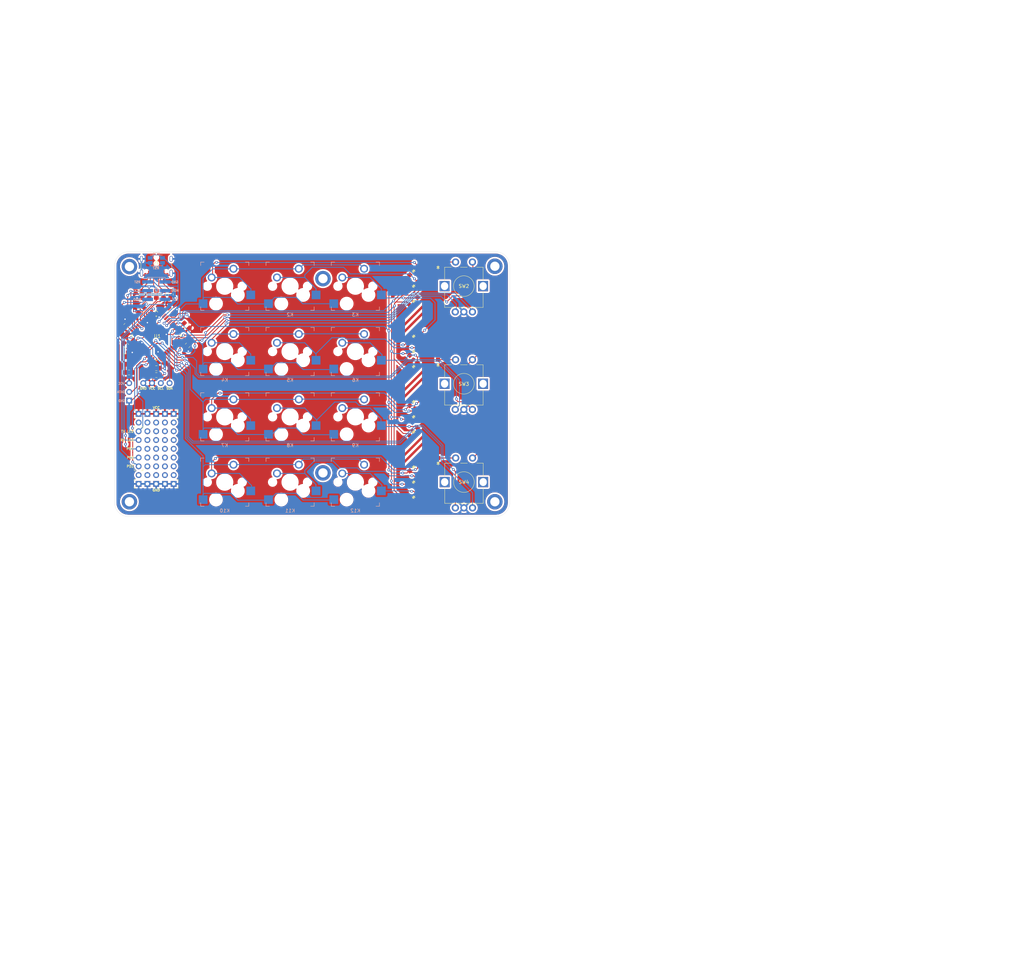
<source format=kicad_pcb>
(kicad_pcb (version 20171130) (host pcbnew "(5.1.4)-1")
  (layers (0 F.Cu signal) (31 B.Cu signal) (34 B.Paste user hide) (35 F.Paste user) (36 B.SilkS user) (37 F.SilkS user) (38 B.Mask user) (39 F.Mask user) (44 Edge.Cuts user))
  (net 0 "")
  (net 1 "Net-(C1-Pad1)")
  (net 2 "Net-(C2-Pad1)")
  (net 3 VCC)
  (net 4 "Net-(C8-Pad1)")
  (net 5 "Net-(D1-Pad2)")
  (net 6 /row0)
  (net 7 "Net-(D2-Pad2)")
  (net 8 /row1)
  (net 9 "Net-(D3-Pad2)")
  (net 10 "Net-(D4-Pad2)")
  (net 11 "Net-(D5-Pad2)")
  (net 12 /row2)
  (net 13 "Net-(D6-Pad2)")
  (net 14 "Net-(D7-Pad2)")
  (net 15 "Net-(D8-Pad2)")
  (net 16 "Net-(D9-Pad2)")
  (net 17 "Net-(D10-Pad2)")
  (net 18 "Net-(D11-Pad2)")
  (net 19 "Net-(D12-Pad2)")
  (net 20 /col0)
  (net 21 /col1)
  (net 22 /col2)
  (net 23 /col3)
  (net 24 "Net-(R2-Pad2)")
  (net 25 "Net-(R3-Pad1)")
  (net 26 "Net-(R4-Pad1)")
  (net 27 /enc1_B)
  (net 28 GND)
  (net 29 /enc1_A)
  (net 30 /enc2_B)
  (net 31 /enc2_A)
  (net 32 /enc3_B)
  (net 33 /enc3_A)
  (net 34 "Net-(U1-Pad42)")
  (net 35 /RST)
  (net 36 /LED_DATA)
  (net 37 /PB0_RXLED)
  (net 38 /PD5_TXLED)
  (net 39 /PD2_IO)
  (net 40 /PD1_SDA_IO)
  (net 41 /PD0_SCL_PWM)
  (net 42 "Net-(D13-Pad2)")
  (net 43 "Net-(D14-Pad2)")
  (net 44 "Net-(D15-Pad2)")
  (net 45 /PE6_IO)
  (net 46 /PB7_PWM)
  (net 47 /col4)
  (net 48 "Net-(J1-PadA6)")
  (net 49 "Net-(J1-PadB5)")
  (net 50 "Net-(J1-PadB8)")
  (net 51 "Net-(J1-PadA7)")
  (net 52 "Net-(J1-PadA8)")
  (net 53 "Net-(J1-PadA5)")
  (net 54 /MISO)
  (net 55 /MOSI)
  (net 56 /SCK)
  (module "User Components:RotaryEncoder_Bourns_PEC12R_Horizontal_12mm" (layer F.Cu) (at 101.575 45.875)
    (fp_text reference SW3 (at 0 -7.425) (layer F.SilkS))
    (fp_text value Rotary_Encoder_Switch)
    (pad MP thru_hole rect (at 5.6 -7.5) (size 2.9 3) (drill oval 2.1 2.3) (layers *.Cu *.Mask))
    (pad MP thru_hole rect (at -5.6 -7.5) (size 2.9 3) (drill oval 2.1 2.3) (layers *.Cu *.Mask))
    (pad S2 thru_hole circle (at 2.5 -14.5) (size 2.1 2.1) (drill 1.2) (layers *.Cu *.Mask) (net 47 /col4))
    (pad S1 thru_hole circle (at -2.4 -14.5) (size 2.1 2.1) (drill 1.2) (layers *.Cu *.Mask) (net 43 "Net-(D14-Pad2)"))
    (pad B thru_hole circle (at 2.5 0) (size 2.1 2.1) (drill 1.2) (layers *.Cu *.Mask) (net 30 /enc2_B))
    (pad C thru_hole circle (at 0 0) (size 2.1 2.1) (drill 1.2) (layers *.Cu *.Mask) (net 28 GND))
    (pad A thru_hole circle (at -2.5 0) (size 2.1 2.1) (drill 1.2) (layers *.Cu *.Mask) (net 31 /enc2_A))
  )
  (module "User Components:RotaryEncoder_Bourns_PEC12R_Horizontal_12mm" (layer F.Cu) (at 101.6 74.475)
    (fp_text reference SW4 (at 0 -7.5) (layer F.SilkS))
    (fp_text value Rotary_Encoder_Switch)
    (pad MP thru_hole rect (at 5.6 -7.5) (size 2.9 3) (drill oval 2.1 2.3) (layers *.Cu *.Mask))
    (pad MP thru_hole rect (at -5.6 -7.5) (size 2.9 3) (drill oval 2.1 2.3) (layers *.Cu *.Mask))
    (pad S2 thru_hole circle (at 2.5 -14.5) (size 2.1 2.1) (drill 1.2) (layers *.Cu *.Mask) (net 47 /col4))
    (pad S1 thru_hole circle (at -2.4 -14.5) (size 2.1 2.1) (drill 1.2) (layers *.Cu *.Mask) (net 42 "Net-(D13-Pad2)"))
    (pad B thru_hole circle (at 2.5 0) (size 2.1 2.1) (drill 1.2) (layers *.Cu *.Mask) (net 32 /enc3_B))
    (pad C thru_hole circle (at 0 0) (size 2.1 2.1) (drill 1.2) (layers *.Cu *.Mask) (net 28 GND))
    (pad A thru_hole circle (at -2.5 0) (size 2.1 2.1) (drill 1.2) (layers *.Cu *.Mask) (net 33 /enc3_A))
  )
  (module "User Components:RotaryEncoder_Bourns_PEC12R_Horizontal_12mm" (layer F.Cu) (at 101.575 17.475)
    (fp_text reference SW2 (at 0 -7.5) (layer F.SilkS))
    (fp_text value Rotary_Encoder_Switch)
    (pad MP thru_hole rect (at 5.6 -7.5) (size 2.9 3) (drill oval 2.1 2.3) (layers *.Cu *.Mask))
    (pad MP thru_hole rect (at -5.6 -7.5) (size 2.9 3) (drill oval 2.1 2.3) (layers *.Cu *.Mask))
    (pad S2 thru_hole circle (at 2.5 -14.5) (size 2.1 2.1) (drill 1.2) (layers *.Cu *.Mask) (net 47 /col4))
    (pad S1 thru_hole circle (at -2.4 -14.5) (size 2.1 2.1) (drill 1.2) (layers *.Cu *.Mask) (net 44 "Net-(D15-Pad2)"))
    (pad B thru_hole circle (at 2.5 0) (size 2.1 2.1) (drill 1.2) (layers *.Cu *.Mask) (net 27 /enc1_B))
    (pad C thru_hole circle (at 0 0) (size 2.1 2.1) (drill 1.2) (layers *.Cu *.Mask) (net 28 GND))
    (pad A thru_hole circle (at -2.5 0) (size 2.1 2.1) (drill 1.2) (layers *.Cu *.Mask) (net 29 /enc1_A))
  )
  (module MountingHole:MountingHole_2.7mm_M2.5_ISO7380_Pad (layer F.Cu) (at 60.6 7.8)
    (fp_text reference REF** hide)
    (fp_text value MountingHole_2.7mm_M2.5_ISO7380_Pad)
    (pad 1 thru_hole circle (at 0 0) (size 4.5 4.5) (drill 2.7) (layers *.Cu *.Mask))
  )
  (module MountingHole:MountingHole_2.7mm_M2.5_ISO7380_Pad (layer F.Cu) (at 60.6 64.3)
    (fp_text reference REF** hide)
    (fp_text value MountingHole_2.7mm_M2.5_ISO7380_Pad)
    (pad 1 thru_hole circle (at 0 0) (size 4.5 4.5) (drill 2.7) (layers *.Cu *.Mask))
  )
  (module Connector_PinHeader_2.54mm:PinHeader_2x03_P2.54mm_Vertical_SMD (layer B.Cu) (at 12.1 11.3)
    (fp_text reference J14 hide)
    (fp_text value AVR-ISP-6)
    (pad 6 smd rect (at 2.525 -2.54) (size 3.15 1) (layers B.Cu B.Paste B.Mask) (net 28 GND))
    (pad 5 smd rect (at -2.525 -2.54) (size 3.15 1) (layers B.Cu B.Paste B.Mask) (net 35 /RST))
    (pad 4 smd rect (at 2.525 0) (size 3.15 1) (layers B.Cu B.Paste B.Mask) (net 55 /MOSI))
    (pad 3 smd rect (at -2.525 0) (size 3.15 1) (layers B.Cu B.Paste B.Mask) (net 56 /SCK))
    (pad 2 smd rect (at 2.525 2.54) (size 3.15 1) (layers B.Cu B.Paste B.Mask) (net 3 VCC))
    (pad 1 smd rect (at -2.525 2.54) (size 3.15 1) (layers B.Cu B.Paste B.Mask) (net 54 /MISO))
  )
  (module "User Components:PinSocket_1x01_P2.54mm_Vertical_modified" (layer F.Cu) (at 17.175 54.75)
    (fp_text reference REF** hide)
    (fp_text value PinSocket_1x01_P2.54mm_Vertical_modified hide)
    (pad 1 thru_hole circle (at 0 0) (size 1.7 1.7) (drill 1) (layers *.Cu *.Mask))
  )
  (module "User Components:PinSocket_1x01_P2.54mm_Vertical_modified" (layer F.Cu) (at 17.175 57.3)
    (fp_text reference REF** hide)
    (fp_text value PinSocket_1x01_P2.54mm_Vertical_modified hide)
    (pad 1 thru_hole circle (at 0 0) (size 1.7 1.7) (drill 1) (layers *.Cu *.Mask))
  )
  (module "User Components:PinSocket_1x01_P2.54mm_Vertical_modified" (layer F.Cu) (at 17.175 59.85)
    (fp_text reference REF** hide)
    (fp_text value PinSocket_1x01_P2.54mm_Vertical_modified hide)
    (pad 1 thru_hole circle (at 0 0) (size 1.7 1.7) (drill 1) (layers *.Cu *.Mask))
  )
  (module "User Components:PinSocket_1x01_P2.54mm_Vertical_modified" (layer F.Cu) (at 17.175 52.2)
    (fp_text reference REF** hide)
    (fp_text value PinSocket_1x01_P2.54mm_Vertical_modified hide)
    (pad 1 thru_hole circle (at 0 0) (size 1.7 1.7) (drill 1) (layers *.Cu *.Mask))
  )
  (module "User Components:PinSocket_1x01_P2.54mm_Vertical_modified" (layer F.Cu) (at 17.175 62.4)
    (fp_text reference REF** hide)
    (fp_text value PinSocket_1x01_P2.54mm_Vertical_modified hide)
    (pad 1 thru_hole circle (at 0 0) (size 1.7 1.7) (drill 1) (layers *.Cu *.Mask))
  )
  (module "User Components:PinSocket_1x01_P2.54mm_Vertical_modified" (layer F.Cu) (at 17.175 64.95)
    (fp_text reference REF** hide)
    (fp_text value PinSocket_1x01_P2.54mm_Vertical_modified hide)
    (pad 1 thru_hole circle (at 0 0) (size 1.7 1.7) (drill 1) (layers *.Cu *.Mask))
  )
  (module "User Components:PinSocket_1x01_P2.54mm_Vertical_modified" (layer F.Cu) (at 17.175 49.65)
    (fp_text reference REF** hide)
    (fp_text value PinSocket_1x01_P2.54mm_Vertical_modified hide)
    (pad 1 thru_hole circle (at 0 0) (size 1.7 1.7) (drill 1) (layers *.Cu *.Mask))
  )
  (module "User Components:PinSocket_1x01_P2.54mm_Vertical_modified" (layer F.Cu) (at 17.175 67.5)
    (fp_text reference J11 hide)
    (fp_text value Conn_01x01)
    (pad 1 thru_hole rect (at 0 0) (size 1.7 1.7) (drill 1) (layers *.Cu *.Mask) (net 28 GND))
  )
  (module "User Components:PinSocket_1x01_P2.54mm_Vertical_modified" (layer F.Cu) (at 17.175 47.125)
    (fp_text reference J10 hide)
    (fp_text value Conn_01x01)
    (pad 1 thru_hole rect (at 0 0) (size 1.7 1.7) (drill 1) (layers *.Cu *.Mask) (net 3 VCC))
  )
  (module Button_Switch_SMD:SW_SPST_EVQP7C (layer B.Cu) (at 12.125 2.5)
    (fp_text reference SW1)
    (fp_text value SW_PUSH hide)
    (pad "" np_thru_hole circle (at 0 -0.9) (size 0.7 0.7) (drill 0.7) (layers *.Cu *.Mask))
    (pad "" np_thru_hole circle (at 0 0.9) (size 0.7 0.7) (drill 0.7) (layers *.Cu *.Mask))
    (pad 2 smd rect (at -1.8 -0.72) (size 1.4 1.05) (layers B.Cu B.Paste B.Mask) (net 35 /RST))
    (pad 2 smd rect (at 1.8 -0.72) (size 1.4 1.05) (layers B.Cu B.Paste B.Mask) (net 35 /RST))
    (pad 1 smd rect (at -1.8 0.72) (size 1.4 1.05) (layers B.Cu B.Paste B.Mask) (net 28 GND))
    (pad 1 smd rect (at 1.8 0.72) (size 1.4 1.05) (layers B.Cu B.Paste B.Mask) (net 28 GND))
  )
  (module Connector_USB:USB_C_Receptacle_Palconn_UTC16-G (layer F.Cu) (at 12.125 4.3 180)
    (fp_text reference J1 (at 0 1.175 180) (layer F.SilkS))
    (fp_text value USB_C_Receptacle_USB2.0)
    (pad S1 thru_hole oval (at -4.32 -1.93 270) (size 2 0.9) (drill oval 1.7 0.6) (layers *.Cu *.Mask) (net 28 GND))
    (pad S1 thru_hole oval (at 4.32 -1.93 270) (size 2 0.9) (drill oval 1.7 0.6) (layers *.Cu *.Mask) (net 28 GND))
    (pad S1 thru_hole oval (at -4.32 2.24 270) (size 1.7 0.9) (drill oval 1.4 0.6) (layers *.Cu *.Mask) (net 28 GND))
    (pad S1 thru_hole oval (at 4.32 2.24 270) (size 1.7 0.9) (drill oval 1.4 0.6) (layers *.Cu *.Mask) (net 28 GND))
    (pad B7 smd rect (at -0.75 -2.51) (size 0.3 1.16) (layers F.Cu F.Paste F.Mask) (net 51 "Net-(J1-PadA7)"))
    (pad A6 smd rect (at -0.25 -2.51) (size 0.3 1.16) (layers F.Cu F.Paste F.Mask) (net 48 "Net-(J1-PadA6)"))
    (pad A7 smd rect (at 0.25 -2.51) (size 0.3 1.16) (layers F.Cu F.Paste F.Mask) (net 51 "Net-(J1-PadA7)"))
    (pad B8 smd rect (at -1.75 -2.51) (size 0.3 1.16) (layers F.Cu F.Paste F.Mask) (net 50 "Net-(J1-PadB8)"))
    (pad A5 smd rect (at -1.25 -2.51) (size 0.3 1.16) (layers F.Cu F.Paste F.Mask) (net 53 "Net-(J1-PadA5)"))
    (pad A8 smd rect (at 1.25 -2.51) (size 0.3 1.16) (layers F.Cu F.Paste F.Mask) (net 52 "Net-(J1-PadA8)"))
    (pad B6 smd rect (at 0.75 -2.51) (size 0.3 1.16) (layers F.Cu F.Paste F.Mask) (net 48 "Net-(J1-PadA6)"))
    (pad B5 smd rect (at 1.75 -2.51) (size 0.3 1.16) (layers F.Cu F.Paste F.Mask) (net 49 "Net-(J1-PadB5)"))
    (pad "" np_thru_hole circle (at 2.89 -1.45) (size 0.6 0.6) (drill 0.6) (layers *.Cu *.Mask))
    (pad "" np_thru_hole circle (at -2.89 -1.45) (size 0.6 0.6) (drill 0.6) (layers *.Cu *.Mask))
    (pad A4 smd rect (at -2.4 -2.51 180) (size 0.6 1.16) (layers F.Cu F.Paste F.Mask) (net 3 VCC))
    (pad B9 smd rect (at -2.4 -2.51 180) (size 0.6 1.16) (layers F.Cu F.Paste F.Mask) (net 3 VCC))
    (pad A1 smd rect (at -3.2 -2.51 180) (size 0.6 1.16) (layers F.Cu F.Paste F.Mask) (net 28 GND))
    (pad B12 smd rect (at -3.2 -2.51 180) (size 0.6 1.16) (layers F.Cu F.Paste F.Mask) (net 28 GND))
    (pad B4 smd rect (at 2.4 -2.51 180) (size 0.6 1.16) (layers F.Cu F.Paste F.Mask) (net 3 VCC))
    (pad B1 smd rect (at 3.2 -2.51 180) (size 0.6 1.16) (layers F.Cu F.Paste F.Mask) (net 28 GND))
    (pad A9 smd rect (at 2.4 -2.51 180) (size 0.6 1.16) (layers F.Cu F.Paste F.Mask) (net 3 VCC))
    (pad A12 smd rect (at 3.2 -2.51 180) (size 0.6 1.16) (layers F.Cu F.Paste F.Mask) (net 28 GND))
  )
  (module "User Components:Crystal_SMD_SeikoEpson_FA238-4Pin_3.2x2.5_mm_fixed" (layer F.Cu) (at 4.225 31.6 270)
    (fp_text reference X1 hide)
    (fp_text value XTAL_GND)
    (pad 3 smd rect (at -1.1 -0.8 270) (size 1.4 1.2) (layers F.Cu F.Paste F.Mask) (net 28 GND))
    (pad 2 smd rect (at 1.1 -0.8 270) (size 1.4 1.2) (layers F.Cu F.Paste F.Mask) (net 2 "Net-(C2-Pad1)"))
    (pad 3 smd rect (at 1.1 0.8 270) (size 1.4 1.2) (layers F.Cu F.Paste F.Mask) (net 28 GND))
    (pad 1 smd rect (at -1.1 0.8 270) (size 1.4 1.2) (layers F.Cu F.Paste F.Mask) (net 1 "Net-(C1-Pad1)"))
  )
  (module Capacitor_SMD:C_0805_2012Metric_Pad1.15x1.40mm_HandSolder (layer F.Cu) (at 7.924997 12.424998 90)
    (fp_text reference R6 hide)
    (fp_text value 5.1k)
    (pad 2 smd roundrect (at 1.025 0 90) (size 1.15 1.4) (layers F.Cu F.Paste F.Mask) (roundrect_rratio 0.217391) (net 49 "Net-(J1-PadB5)"))
    (pad 1 smd roundrect (at -1.025 0 90) (size 1.15 1.4) (layers F.Cu F.Paste F.Mask) (roundrect_rratio 0.217391) (net 28 GND))
  )
  (module Capacitor_SMD:C_0805_2012Metric_Pad1.15x1.40mm_HandSolder (layer F.Cu) (at 16.325 12.4 90)
    (fp_text reference R5 hide)
    (fp_text value 5.1k)
    (pad 2 smd roundrect (at 1.025 0 90) (size 1.15 1.4) (layers F.Cu F.Paste F.Mask) (roundrect_rratio 0.217391) (net 53 "Net-(J1-PadA5)"))
    (pad 1 smd roundrect (at -1.025 0 90) (size 1.15 1.4) (layers F.Cu F.Paste F.Mask) (roundrect_rratio 0.217391) (net 28 GND))
  )
  (module "User Components:PinSocket_1x01_P2.54mm_Vertical_modified" (layer F.Cu) (at 14.625 49.65)
    (fp_text reference REF** hide)
    (fp_text value PinSocket_1x01_P2.54mm_Vertical_modified hide)
    (pad 1 thru_hole circle (at 0 0) (size 1.7 1.7) (drill 1) (layers *.Cu *.Mask))
  )
  (module "User Components:PinSocket_1x01_P2.54mm_Vertical_modified" (layer F.Cu) (at 12.075 49.66)
    (fp_text reference REF** hide)
    (fp_text value PinSocket_1x01_P2.54mm_Vertical_modified hide)
    (pad 1 thru_hole circle (at 0 0) (size 1.7 1.7) (drill 1) (layers *.Cu *.Mask))
  )
  (module "User Components:PinSocket_1x01_P2.54mm_Vertical_modified" (layer F.Cu) (at 9.525 49.66)
    (fp_text reference REF** hide)
    (fp_text value PinSocket_1x01_P2.54mm_Vertical_modified hide)
    (pad 1 thru_hole circle (at 0 0) (size 1.7 1.7) (drill 1) (layers *.Cu *.Mask))
  )
  (module "User Components:PinSocket_1x01_P2.54mm_Vertical_modified" (layer F.Cu) (at 14.625 64.95)
    (fp_text reference REF** hide)
    (fp_text value PinSocket_1x01_P2.54mm_Vertical_modified hide)
    (pad 1 thru_hole circle (at 0 0) (size 1.7 1.7) (drill 1) (layers *.Cu *.Mask))
  )
  (module "User Components:PinSocket_1x01_P2.54mm_Vertical_modified" (layer F.Cu) (at 12.075 64.95)
    (fp_text reference REF** hide)
    (fp_text value PinSocket_1x01_P2.54mm_Vertical_modified hide)
    (pad 1 thru_hole circle (at 0 0) (size 1.7 1.7) (drill 1) (layers *.Cu *.Mask))
  )
  (module "User Components:PinSocket_1x01_P2.54mm_Vertical_modified" (layer F.Cu) (at 9.525 64.95)
    (fp_text reference REF** hide)
    (fp_text value PinSocket_1x01_P2.54mm_Vertical_modified hide)
    (pad 1 thru_hole circle (at 0 0) (size 1.7 1.7) (drill 1) (layers *.Cu *.Mask))
  )
  (module "User Components:PinSocket_1x01_P2.54mm_Vertical_modified" (layer F.Cu) (at 6.975 64.95)
    (fp_text reference REF** hide)
    (fp_text value PinSocket_1x01_P2.54mm_Vertical_modified hide)
    (pad 1 thru_hole circle (at 0 0) (size 1.7 1.7) (drill 1) (layers *.Cu *.Mask))
  )
  (module "User Components:PinSocket_1x01_P2.54mm_Vertical_modified" (layer F.Cu) (at 6.98 49.66)
    (fp_text reference REF** hide)
    (fp_text value PinSocket_1x01_P2.54mm_Vertical_modified hide)
    (pad 1 thru_hole circle (at 0 0) (size 1.7 1.7) (drill 1) (layers *.Cu *.Mask))
  )
  (module "User Components:PinSocket_1x01_P2.54mm_Vertical_modified" (layer F.Cu) (at 14.625 52.2)
    (fp_text reference REF** hide)
    (fp_text value PinSocket_1x01_P2.54mm_Vertical_modified hide)
    (pad 1 thru_hole circle (at 0 0) (size 1.7 1.7) (drill 1) (layers *.Cu *.Mask))
  )
  (module "User Components:PinSocket_1x01_P2.54mm_Vertical_modified" (layer F.Cu) (at 14.625 62.4)
    (fp_text reference REF** hide)
    (fp_text value PinSocket_1x01_P2.54mm_Vertical_modified hide)
    (pad 1 thru_hole circle (at 0 0) (size 1.7 1.7) (drill 1) (layers *.Cu *.Mask))
  )
  (module "User Components:PinSocket_1x01_P2.54mm_Vertical_modified" (layer F.Cu) (at 14.625 59.85)
    (fp_text reference REF** hide)
    (fp_text value PinSocket_1x01_P2.54mm_Vertical_modified hide)
    (pad 1 thru_hole circle (at 0 0) (size 1.7 1.7) (drill 1) (layers *.Cu *.Mask))
  )
  (module "User Components:PinSocket_1x01_P2.54mm_Vertical_modified" (layer F.Cu) (at 14.625 57.3)
    (fp_text reference REF** hide)
    (fp_text value PinSocket_1x01_P2.54mm_Vertical_modified hide)
    (pad 1 thru_hole circle (at 0 0) (size 1.7 1.7) (drill 1) (layers *.Cu *.Mask))
  )
  (module "User Components:PinSocket_1x01_P2.54mm_Vertical_modified" (layer F.Cu) (at 9.525 52.2)
    (fp_text reference REF** hide)
    (fp_text value PinSocket_1x01_P2.54mm_Vertical_modified hide)
    (pad 1 thru_hole circle (at 0 0) (size 1.7 1.7) (drill 1) (layers *.Cu *.Mask))
  )
  (module "User Components:PinSocket_1x01_P2.54mm_Vertical_modified" (layer F.Cu) (at 14.625 54.75)
    (fp_text reference REF** hide)
    (fp_text value PinSocket_1x01_P2.54mm_Vertical_modified hide)
    (pad 1 thru_hole circle (at 0 0) (size 1.7 1.7) (drill 1) (layers *.Cu *.Mask))
  )
  (module "User Components:PinSocket_1x01_P2.54mm_Vertical_modified" (layer F.Cu) (at 12.075 52.2)
    (fp_text reference REF** hide)
    (fp_text value PinSocket_1x01_P2.54mm_Vertical_modified hide)
    (pad 1 thru_hole circle (at 0 0) (size 1.7 1.7) (drill 1) (layers *.Cu *.Mask))
  )
  (module "User Components:PinSocket_1x01_P2.54mm_Vertical_modified" (layer F.Cu) (at 9.525 62.4)
    (fp_text reference REF** hide)
    (fp_text value PinSocket_1x01_P2.54mm_Vertical_modified hide)
    (pad 1 thru_hole circle (at 0 0) (size 1.7 1.7) (drill 1) (layers *.Cu *.Mask))
  )
  (module "User Components:PinSocket_1x01_P2.54mm_Vertical_modified" (layer F.Cu) (at 12.075 62.4)
    (fp_text reference REF** hide)
    (fp_text value PinSocket_1x01_P2.54mm_Vertical_modified hide)
    (pad 1 thru_hole circle (at 0 0) (size 1.7 1.7) (drill 1) (layers *.Cu *.Mask))
  )
  (module "User Components:PinSocket_1x01_P2.54mm_Vertical_modified" (layer F.Cu) (at 12.075 59.85)
    (fp_text reference REF** hide)
    (fp_text value PinSocket_1x01_P2.54mm_Vertical_modified hide)
    (pad 1 thru_hole circle (at 0 0) (size 1.7 1.7) (drill 1) (layers *.Cu *.Mask))
  )
  (module "User Components:PinSocket_1x01_P2.54mm_Vertical_modified" (layer F.Cu) (at 9.525 59.85)
    (fp_text reference REF** hide)
    (fp_text value PinSocket_1x01_P2.54mm_Vertical_modified hide)
    (pad 1 thru_hole circle (at 0 0) (size 1.7 1.7) (drill 1) (layers *.Cu *.Mask))
  )
  (module "User Components:PinSocket_1x01_P2.54mm_Vertical_modified" (layer F.Cu) (at 12.075 57.3)
    (fp_text reference REF** hide)
    (fp_text value PinSocket_1x01_P2.54mm_Vertical_modified hide)
    (pad 1 thru_hole circle (at 0 0) (size 1.7 1.7) (drill 1) (layers *.Cu *.Mask))
  )
  (module "User Components:PinSocket_1x01_P2.54mm_Vertical_modified" (layer F.Cu) (at 9.525 57.3)
    (fp_text reference REF** hide)
    (fp_text value PinSocket_1x01_P2.54mm_Vertical_modified hide)
    (pad 1 thru_hole circle (at 0 0) (size 1.7 1.7) (drill 1) (layers *.Cu *.Mask))
  )
  (module "User Components:PinSocket_1x01_P2.54mm_Vertical_modified" (layer F.Cu) (at 9.525 54.75)
    (fp_text reference REF** hide)
    (fp_text value PinSocket_1x01_P2.54mm_Vertical_modified hide)
    (pad 1 thru_hole circle (at 0 0) (size 1.7 1.7) (drill 1) (layers *.Cu *.Mask))
  )
  (module "User Components:PinSocket_1x01_P2.54mm_Vertical_modified" (layer F.Cu) (at 12.075 54.75)
    (fp_text reference REF** hide)
    (fp_text value PinSocket_1x01_P2.54mm_Vertical_modified hide)
    (pad 1 thru_hole circle (at 0 0) (size 1.7 1.7) (drill 1) (layers *.Cu *.Mask))
  )
  (module "" (layer F.Cu) (at -33.1 124.1)
    (fp_text reference "" (at 139 58) (layer F.SilkS) (effects (font (size 1.27 1.27))))
    (fp_text value "" (at 139 58) (layer F.SilkS) (effects (font (size 1.27 1.27))))
  )
  (module "" (layer F.Cu) (at -31.7 33.9)
    (fp_text reference "" (at 130.25 122.2) (layer F.SilkS) (effects (font (size 1.27 1.27))))
    (fp_text value "" (at 130.25 122.2) (layer F.SilkS) (effects (font (size 1.27 1.27))))
  )
  (module "" (layer F.Cu) (at 18.725 -1.9)
    (fp_text reference "" (at 11 44) (layer F.SilkS) (effects (font (size 1.27 1.27))))
    (fp_text value "" (at 11 44) (layer F.SilkS) (effects (font (size 1.27 1.27))))
  )
  (module "" (layer F.Cu) (at 57 -73)
    (fp_text reference "" (at 130.25 122.2) (layer F.SilkS) (effects (font (size 1.27 1.27))))
    (fp_text value "" (at 130.25 122.2) (layer F.SilkS) (effects (font (size 1.27 1.27))))
  )
  (module MountingHole:MountingHole_2.7mm_M2.5_ISO7380_Pad (layer F.Cu) (at 110.6 4.2)
    (fp_text reference REF** hide)
    (fp_text value MountingHole_2.7mm_M2.5_ISO7380_Pad)
    (pad 1 thru_hole circle (at 0 0) (size 4.5 4.5) (drill 2.7) (layers *.Cu *.Mask))
  )
  (module MountingHole:MountingHole_2.7mm_M2.5_ISO7380_Pad (layer F.Cu) (at 110.6 72.7)
    (fp_text reference REF** hide)
    (fp_text value MountingHole_2.7mm_M2.5_ISO7380_Pad)
    (pad 1 thru_hole circle (at 0 0) (size 4.5 4.5) (drill 2.7) (layers *.Cu *.Mask))
  )
  (module MountingHole:MountingHole_2.7mm_M2.5_ISO7380_Pad (layer F.Cu) (at 4.3 4.3)
    (fp_text reference REF** hide)
    (fp_text value MountingHole_2.7mm_M2.5_ISO7380_Pad)
    (pad 1 thru_hole circle (at 0 0) (size 4.5 4.5) (drill 2.7) (layers *.Cu *.Mask))
  )
  (module MountingHole:MountingHole_2.7mm_M2.5_ISO7380_Pad (layer F.Cu) (at 4.3 72.7)
    (fp_text reference REF** hide)
    (fp_text value MountingHole_2.7mm_M2.5_ISO7380_Pad)
    (pad 1 thru_hole circle (at 0 0) (size 4.5 4.5) (drill 2.7) (layers *.Cu *.Mask))
  )
  (module Icons_Designs:Design_Cutout (layer F.Cu) (at 86.75 19.75 270)
    (fp_text reference REF** hide)
    (fp_text value Design_Cutout hide)
  )
  (module Icons_Designs:Design_Cutout (layer F.Cu) (at 86.75 57.65 270)
    (fp_text reference REF** hide)
    (fp_text value Design_Cutout hide)
  )
  (module Icons_Designs:Design_Cutout (layer F.Cu) (at 86.75 38.7 270)
    (fp_text reference REF** hide)
    (fp_text value Design_Cutout hide)
  )
  (module "" (layer F.Cu) (at -12.2 91.1)
    (fp_text reference "" (at 132.2 73.8) (layer F.SilkS) (effects (font (size 1.27 1.27))))
    (fp_text value "" (at 132.2 73.8) (layer F.SilkS) (effects (font (size 1.27 1.27))))
  )
  (module "" (layer F.Cu) (at 132.2 73.8)
    (fp_text reference "" (at 132.1 65.5) (layer F.SilkS) (effects (font (size 1.27 1.27))))
    (fp_text value "" (at 132.1 65.5) (layer F.SilkS) (effects (font (size 1.27 1.27))))
  )
  (module "" (layer F.Cu) (at 91.5 143.5)
    (fp_text reference "" (at 132.1 65.5) (layer F.SilkS) (effects (font (size 1.27 1.27))))
    (fp_text value "" (at 132.1 65.5) (layer F.SilkS) (effects (font (size 1.27 1.27))))
  )
  (module "" (layer F.Cu) (at 132.1 65.5)
    (fp_text reference "" (at 124.5 106.09) (layer F.SilkS) (effects (font (size 1.27 1.27))))
    (fp_text value "" (at 124.5 106.09) (layer F.SilkS) (effects (font (size 1.27 1.27))))
  )
  (module "" (layer F.Cu) (at 131.4 65.3)
    (fp_text reference "" (at 124.5 106.09) (layer F.SilkS) (effects (font (size 1.27 1.27))))
    (fp_text value "" (at 124.5 106.09) (layer F.SilkS) (effects (font (size 1.27 1.27))))
  )
  (module "User Components:PinSocket_1x01_P2.54mm_Vertical_modified" (layer F.Cu) (at 6.975 57.3)
    (fp_text reference J13 hide)
    (fp_text value Conn_01x01 hide)
    (pad 1 thru_hole circle (at 0 0) (size 1.7 1.7) (drill 1) (layers *.Cu *.Mask) (net 46 /PB7_PWM))
  )
  (module "User Components:PinSocket_1x01_P2.54mm_Vertical_modified" (layer F.Cu) (at 6.975 59.85)
    (fp_text reference J12 hide)
    (fp_text value Conn_01x01 hide)
    (pad 1 thru_hole circle (at 0 0) (size 1.7 1.7) (drill 1) (layers *.Cu *.Mask) (net 45 /PE6_IO))
  )
  (module keyboard_parts:D_SOD123_hand (layer F.Cu) (at 94.075 4.575 90)
    (fp_text reference D15)
    (fp_text value D hide)
    (pad 1 smd rect (at -1.575 0 90) (size 1.2 1.2) (layers F.Cu F.Paste F.Mask) (net 12 /row2))
    (pad 2 smd rect (at 1.575 0 90) (size 1.2 1.2) (layers F.Cu F.Paste F.Mask) (net 44 "Net-(D15-Pad2)"))
  )
  (module keyboard_parts:D_SOD123_hand (layer F.Cu) (at 94.075 32.95 90)
    (fp_text reference D14)
    (fp_text value D hide)
    (pad 1 smd rect (at -1.575 0 90) (size 1.2 1.2) (layers F.Cu F.Paste F.Mask) (net 8 /row1))
    (pad 2 smd rect (at 1.575 0 90) (size 1.2 1.2) (layers F.Cu F.Paste F.Mask) (net 43 "Net-(D14-Pad2)"))
  )
  (module keyboard_parts:D_SOD123_hand (layer F.Cu) (at 94.1 61.55 90)
    (fp_text reference D13)
    (fp_text value D hide)
    (pad 2 smd rect (at 1.575 0 90) (size 1.2 1.2) (layers F.Cu F.Paste F.Mask) (net 42 "Net-(D13-Pad2)"))
    (pad 1 smd rect (at -1.575 0 90) (size 1.2 1.2) (layers F.Cu F.Paste F.Mask) (net 6 /row0))
  )
  (module "User Components:PinSocket_1x01_P2.54mm_Vertical_modified" (layer F.Cu) (at 12.075 47.125)
    (fp_text reference J10 hide)
    (fp_text value Conn_01x01)
    (pad 1 thru_hole rect (at 0 0) (size 1.7 1.7) (drill 1) (layers *.Cu *.Mask) (net 3 VCC))
  )
  (module "User Components:PinSocket_1x01_P2.54mm_Vertical_modified" (layer F.Cu) (at 6.975 47.125)
    (fp_text reference J10 hide)
    (fp_text value Conn_01x01)
    (pad 1 thru_hole rect (at 0 0) (size 1.7 1.7) (drill 1) (layers *.Cu *.Mask) (net 3 VCC))
  )
  (module "User Components:PinSocket_1x01_P2.54mm_Vertical_modified" (layer F.Cu) (at 9.525 47.125)
    (fp_text reference J10 hide)
    (fp_text value Conn_01x01)
    (pad 1 thru_hole rect (at 0 0) (size 1.7 1.7) (drill 1) (layers *.Cu *.Mask) (net 3 VCC))
  )
  (module "User Components:PinSocket_1x01_P2.54mm_Vertical_modified" (layer F.Cu) (at 12.075 67.5)
    (fp_text reference J11 hide)
    (fp_text value Conn_01x01)
    (pad 1 thru_hole rect (at 0 0) (size 1.7 1.7) (drill 1) (layers *.Cu *.Mask) (net 28 GND))
  )
  (module "User Components:PinSocket_1x01_P2.54mm_Vertical_modified" (layer F.Cu) (at 9.525 67.5)
    (fp_text reference J11 hide)
    (fp_text value Conn_01x01)
    (pad 1 thru_hole rect (at 0 0) (size 1.7 1.7) (drill 1) (layers *.Cu *.Mask) (net 28 GND))
  )
  (module "User Components:PinSocket_1x01_P2.54mm_Vertical_modified" (layer F.Cu) (at 14.625 67.5)
    (fp_text reference J11 hide)
    (fp_text value Conn_01x01)
    (pad 1 thru_hole rect (at 0 0) (size 1.7 1.7) (drill 1) (layers *.Cu *.Mask) (net 28 GND))
  )
  (module Package_QFP:TQFP-44_10x10mm_P0.8mm (layer F.Cu) (at 12.125 24.4 315)
    (fp_text reference U1 (at 0.318198 -0.106066) (layer F.SilkS))
    (fp_text value ATMEGA32U4)
    (pad 44 smd rect (at -4 -5.7 45) (size 1.5 0.55) (layers F.Cu F.Paste F.Mask) (net 3 VCC))
    (pad 43 smd rect (at -3.2 -5.7 45) (size 1.5 0.55) (layers F.Cu F.Paste F.Mask) (net 28 GND))
    (pad 42 smd rect (at -2.4 -5.7 45) (size 1.5 0.55) (layers F.Cu F.Paste F.Mask) (net 34 "Net-(U1-Pad42)"))
    (pad 41 smd rect (at -1.6 -5.7 45) (size 1.5 0.55) (layers F.Cu F.Paste F.Mask) (net 6 /row0))
    (pad 40 smd rect (at -0.8 -5.7 45) (size 1.5 0.55) (layers F.Cu F.Paste F.Mask) (net 8 /row1))
    (pad 39 smd rect (at 0 -5.7 45) (size 1.5 0.55) (layers F.Cu F.Paste F.Mask) (net 12 /row2))
    (pad 38 smd rect (at 0.8 -5.7 45) (size 1.5 0.55) (layers F.Cu F.Paste F.Mask) (net 20 /col0))
    (pad 37 smd rect (at 1.6 -5.7 45) (size 1.5 0.55) (layers F.Cu F.Paste F.Mask) (net 21 /col1))
    (pad 36 smd rect (at 2.4 -5.7 45) (size 1.5 0.55) (layers F.Cu F.Paste F.Mask) (net 22 /col2))
    (pad 35 smd rect (at 3.2 -5.7 45) (size 1.5 0.55) (layers F.Cu F.Paste F.Mask) (net 28 GND))
    (pad 34 smd rect (at 4 -5.7 45) (size 1.5 0.55) (layers F.Cu F.Paste F.Mask) (net 3 VCC))
    (pad 33 smd rect (at 5.7 -4 315) (size 1.5 0.55) (layers F.Cu F.Paste F.Mask) (net 24 "Net-(R2-Pad2)"))
    (pad 32 smd rect (at 5.7 -3.2 315) (size 1.5 0.55) (layers F.Cu F.Paste F.Mask) (net 23 /col3))
    (pad 31 smd rect (at 5.7 -2.4 315) (size 1.5 0.55) (layers F.Cu F.Paste F.Mask) (net 47 /col4))
    (pad 30 smd rect (at 5.7 -1.6 315) (size 1.5 0.55) (layers F.Cu F.Paste F.Mask) (net 29 /enc1_A))
    (pad 29 smd rect (at 5.7 -0.8 315) (size 1.5 0.55) (layers F.Cu F.Paste F.Mask) (net 27 /enc1_B))
    (pad 28 smd rect (at 5.7 0 315) (size 1.5 0.55) (layers F.Cu F.Paste F.Mask) (net 31 /enc2_A))
    (pad 27 smd rect (at 5.7 0.8 315) (size 1.5 0.55) (layers F.Cu F.Paste F.Mask) (net 30 /enc2_B))
    (pad 26 smd rect (at 5.7 1.6 315) (size 1.5 0.55) (layers F.Cu F.Paste F.Mask) (net 33 /enc3_A))
    (pad 25 smd rect (at 5.7 2.4 315) (size 1.5 0.55) (layers F.Cu F.Paste F.Mask) (net 32 /enc3_B))
    (pad 24 smd rect (at 5.7 3.2 315) (size 1.5 0.55) (layers F.Cu F.Paste F.Mask) (net 3 VCC))
    (pad 23 smd rect (at 5.7 4 315) (size 1.5 0.55) (layers F.Cu F.Paste F.Mask) (net 28 GND))
    (pad 22 smd rect (at 4 5.7 45) (size 1.5 0.55) (layers F.Cu F.Paste F.Mask) (net 38 /PD5_TXLED))
    (pad 21 smd rect (at 3.2 5.7 45) (size 1.5 0.55) (layers F.Cu F.Paste F.Mask) (net 36 /LED_DATA))
    (pad 20 smd rect (at 2.4 5.7 45) (size 1.5 0.55) (layers F.Cu F.Paste F.Mask) (net 39 /PD2_IO))
    (pad 19 smd rect (at 1.6 5.7 45) (size 1.5 0.55) (layers F.Cu F.Paste F.Mask) (net 40 /PD1_SDA_IO))
    (pad 18 smd rect (at 0.8 5.7 45) (size 1.5 0.55) (layers F.Cu F.Paste F.Mask) (net 41 /PD0_SCL_PWM))
    (pad 17 smd rect (at 0 5.7 45) (size 1.5 0.55) (layers F.Cu F.Paste F.Mask) (net 2 "Net-(C2-Pad1)"))
    (pad 16 smd rect (at -0.8 5.7 45) (size 1.5 0.55) (layers F.Cu F.Paste F.Mask) (net 1 "Net-(C1-Pad1)"))
    (pad 15 smd rect (at -1.6 5.7 45) (size 1.5 0.55) (layers F.Cu F.Paste F.Mask) (net 28 GND))
    (pad 14 smd rect (at -2.4 5.7 45) (size 1.5 0.55) (layers F.Cu F.Paste F.Mask) (net 3 VCC))
    (pad 13 smd rect (at -3.2 5.7 45) (size 1.5 0.55) (layers F.Cu F.Paste F.Mask) (net 35 /RST))
    (pad 12 smd rect (at -4 5.7 45) (size 1.5 0.55) (layers F.Cu F.Paste F.Mask) (net 46 /PB7_PWM))
    (pad 11 smd rect (at -5.7 4 315) (size 1.5 0.55) (layers F.Cu F.Paste F.Mask) (net 54 /MISO))
    (pad 10 smd rect (at -5.7 3.2 315) (size 1.5 0.55) (layers F.Cu F.Paste F.Mask) (net 55 /MOSI))
    (pad 9 smd rect (at -5.7 2.4 315) (size 1.5 0.55) (layers F.Cu F.Paste F.Mask) (net 56 /SCK))
    (pad 8 smd rect (at -5.7 1.6 315) (size 1.5 0.55) (layers F.Cu F.Paste F.Mask) (net 37 /PB0_RXLED))
    (pad 7 smd rect (at -5.7 0.8 315) (size 1.5 0.55) (layers F.Cu F.Paste F.Mask) (net 3 VCC))
    (pad 6 smd rect (at -5.7 0 315) (size 1.5 0.55) (layers F.Cu F.Paste F.Mask) (net 4 "Net-(C8-Pad1)"))
    (pad 5 smd rect (at -5.7 -0.8 315) (size 1.5 0.55) (layers F.Cu F.Paste F.Mask) (net 28 GND))
    (pad 4 smd rect (at -5.7 -1.6 315) (size 1.5 0.55) (layers F.Cu F.Paste F.Mask) (net 26 "Net-(R4-Pad1)"))
    (pad 3 smd rect (at -5.7 -2.4 315) (size 1.5 0.55) (layers F.Cu F.Paste F.Mask) (net 25 "Net-(R3-Pad1)"))
    (pad 2 smd rect (at -5.7 -3.2 315) (size 1.5 0.55) (layers F.Cu F.Paste F.Mask) (net 3 VCC))
    (pad 1 smd rect (at -5.7 -4 315) (size 1.5 0.55) (layers F.Cu F.Paste F.Mask) (net 45 /PE6_IO))
  )
  (module "User Components:PinSocket_1x01_P2.54mm_Vertical_modified" (layer F.Cu) (at 6.975 67.5)
    (fp_text reference J11 hide)
    (fp_text value Conn_01x01)
    (pad 1 thru_hole rect (at 0 0) (size 1.7 1.7) (drill 1) (layers *.Cu *.Mask) (net 28 GND))
  )
  (module "User Components:PinSocket_1x01_P2.54mm_Vertical_modified" (layer F.Cu) (at 14.625 47.125)
    (fp_text reference J10 hide)
    (fp_text value Conn_01x01)
    (pad 1 thru_hole rect (at 0 0) (size 1.7 1.7) (drill 1) (layers *.Cu *.Mask) (net 3 VCC))
  )
  (module "User Components:PinSocket_1x01_P2.54mm_Vertical_modified" (layer F.Cu) (at 8.325 38.2)
    (fp_text reference J9 hide)
    (fp_text value Conn_01x01)
    (pad 1 thru_hole circle (at 0 0) (size 1.7 1.7) (drill 1) (layers *.Cu *.Mask) (net 28 GND))
  )
  (module "User Components:PinSocket_1x01_P2.54mm_Vertical_modified" (layer F.Cu) (at 10.875 38.2)
    (fp_text reference J8 hide)
    (fp_text value Conn_01x01)
    (pad 1 thru_hole circle (at 0 0) (size 1.7 1.7) (drill 1) (layers *.Cu *.Mask) (net 3 VCC))
  )
  (module "User Components:PinSocket_1x01_P2.54mm_Vertical_modified" (layer F.Cu) (at 13.425 38.2)
    (fp_text reference J7 hide)
    (fp_text value Conn_01x01)
    (pad 1 thru_hole circle (at 0 0) (size 1.7 1.7) (drill 1) (layers *.Cu *.Mask) (net 41 /PD0_SCL_PWM))
  )
  (module "User Components:PinSocket_1x01_P2.54mm_Vertical_modified" (layer F.Cu) (at 15.975 38.2)
    (fp_text reference J6 hide)
    (fp_text value Conn_01x01)
    (pad 1 thru_hole circle (at 0 0) (size 1.7 1.7) (drill 1) (layers *.Cu *.Mask) (net 40 /PD1_SDA_IO))
  )
  (module "User Components:PinSocket_1x01_P2.54mm_Vertical_modified" (layer F.Cu) (at 6.975 62.4)
    (fp_text reference J5 hide)
    (fp_text value Conn_01x01)
    (pad 1 thru_hole circle (at 0 0) (size 1.7 1.7) (drill 1) (layers *.Cu *.Mask) (net 39 /PD2_IO))
  )
  (module "User Components:PinSocket_1x01_P2.54mm_Vertical_modified" (layer F.Cu) (at 6.975 52.2)
    (fp_text reference J4 hide)
    (fp_text value Conn_01x01)
    (pad 1 thru_hole circle (at 0 0) (size 1.7 1.7) (drill 1) (layers *.Cu *.Mask) (net 38 /PD5_TXLED))
  )
  (module "User Components:PinSocket_1x01_P2.54mm_Vertical_modified" (layer F.Cu) (at 6.975 54.75)
    (fp_text reference J3 hide)
    (fp_text value Conn_01x01)
    (pad 1 thru_hole circle (at 0 0) (size 1.7 1.7) (drill 1) (layers *.Cu *.Mask) (net 37 /PB0_RXLED))
  )
  (module Connector_PinHeader_2.54mm:PinHeader_1x03_P2.54mm_Vertical (layer F.Cu) (at 4.225 43.28 180)
    (fp_text reference J2 hide)
    (fp_text value board2_RGB)
    (pad 3 thru_hole oval (at 0 5.08 180) (size 1.7 1.7) (drill 1) (layers *.Cu *.Mask) (net 3 VCC))
    (pad 2 thru_hole oval (at 0 2.54 180) (size 1.7 1.7) (drill 1) (layers *.Cu *.Mask) (net 36 /LED_DATA))
    (pad 1 thru_hole rect (at 0 0 180) (size 1.7 1.7) (drill 1) (layers *.Cu *.Mask) (net 28 GND))
  )
  (module keyboard_parts:D_SOD123_hand (layer F.Cu) (at 86.95 71.4 45)
    (fp_text reference D12)
    (fp_text value D hide)
    (pad 2 smd rect (at 1.575 0 45) (size 1.2 1.2) (layers F.Cu F.Paste F.Mask) (net 19 "Net-(D12-Pad2)"))
    (pad 1 smd rect (at -1.575 0 45) (size 1.2 1.2) (layers F.Cu F.Paste F.Mask) (net 12 /row2))
  )
  (module keyboard_parts:D_SOD123_hand (layer F.Cu) (at 86.95 67 45)
    (fp_text reference D11)
    (fp_text value D hide)
    (pad 2 smd rect (at 1.575 0 45) (size 1.2 1.2) (layers F.Cu F.Paste F.Mask) (net 18 "Net-(D11-Pad2)"))
    (pad 1 smd rect (at -1.575 0 45) (size 1.2 1.2) (layers F.Cu F.Paste F.Mask) (net 8 /row1))
  )
  (module keyboard_parts:D_SOD123_hand (layer F.Cu) (at 86.95 62.6 45)
    (fp_text reference D10)
    (fp_text value D hide)
    (pad 2 smd rect (at 1.575 0 45) (size 1.2 1.2) (layers F.Cu F.Paste F.Mask) (net 17 "Net-(D10-Pad2)"))
    (pad 1 smd rect (at -1.575 0 45) (size 1.2 1.2) (layers F.Cu F.Paste F.Mask) (net 6 /row0))
  )
  (module keyboard_parts:D_SOD123_hand (layer F.Cu) (at 86.95 52.4 45)
    (fp_text reference D9)
    (fp_text value D hide)
    (pad 2 smd rect (at 1.575 0 45) (size 1.2 1.2) (layers F.Cu F.Paste F.Mask) (net 16 "Net-(D9-Pad2)"))
    (pad 1 smd rect (at -1.575 0 45) (size 1.2 1.2) (layers F.Cu F.Paste F.Mask) (net 12 /row2))
  )
  (module keyboard_parts:D_SOD123_hand (layer F.Cu) (at 86.95 48 45)
    (fp_text reference D8)
    (fp_text value D hide)
    (pad 2 smd rect (at 1.575 0 45) (size 1.2 1.2) (layers F.Cu F.Paste F.Mask) (net 15 "Net-(D8-Pad2)"))
    (pad 1 smd rect (at -1.575 0 45) (size 1.2 1.2) (layers F.Cu F.Paste F.Mask) (net 8 /row1))
  )
  (module keyboard_parts:D_SOD123_hand (layer F.Cu) (at 86.95 43.6 45)
    (fp_text reference D7)
    (fp_text value D hide)
    (pad 2 smd rect (at 1.575 0 45) (size 1.2 1.2) (layers F.Cu F.Paste F.Mask) (net 14 "Net-(D7-Pad2)"))
    (pad 1 smd rect (at -1.575 0 45) (size 1.2 1.2) (layers F.Cu F.Paste F.Mask) (net 6 /row0))
  )
  (module keyboard_parts:D_SOD123_hand (layer F.Cu) (at 86.95 33.4 45)
    (fp_text reference D6)
    (fp_text value D hide)
    (pad 2 smd rect (at 1.575 0 45) (size 1.2 1.2) (layers F.Cu F.Paste F.Mask) (net 13 "Net-(D6-Pad2)"))
    (pad 1 smd rect (at -1.575 0 45) (size 1.2 1.2) (layers F.Cu F.Paste F.Mask) (net 12 /row2))
  )
  (module keyboard_parts:D_SOD123_hand (layer F.Cu) (at 86.95 29 45)
    (fp_text reference D5)
    (fp_text value D hide)
    (pad 2 smd rect (at 1.575 0 45) (size 1.2 1.2) (layers F.Cu F.Paste F.Mask) (net 11 "Net-(D5-Pad2)"))
    (pad 1 smd rect (at -1.575 0 45) (size 1.2 1.2) (layers F.Cu F.Paste F.Mask) (net 8 /row1))
  )
  (module keyboard_parts:D_SOD123_hand (layer F.Cu) (at 86.963693 24.586307 45)
    (fp_text reference D4)
    (fp_text value D hide)
    (pad 2 smd rect (at 1.575 0 45) (size 1.2 1.2) (layers F.Cu F.Paste F.Mask) (net 10 "Net-(D4-Pad2)"))
    (pad 1 smd rect (at -1.575 0 45) (size 1.2 1.2) (layers F.Cu F.Paste F.Mask) (net 6 /row0))
  )
  (module keyboard_parts:D_SOD123_hand (layer F.Cu) (at 86.95 14.4 45)
    (fp_text reference D3)
    (fp_text value D hide)
    (pad 2 smd rect (at 1.575 0 45) (size 1.2 1.2) (layers F.Cu F.Paste F.Mask) (net 9 "Net-(D3-Pad2)"))
    (pad 1 smd rect (at -1.575 0 45) (size 1.2 1.2) (layers F.Cu F.Paste F.Mask) (net 12 /row2))
  )
  (module keyboard_parts:D_SOD123_hand (layer F.Cu) (at 86.95 10 45)
    (fp_text reference D2)
    (fp_text value D hide)
    (pad 2 smd rect (at 1.575 0 45) (size 1.2 1.2) (layers F.Cu F.Paste F.Mask) (net 7 "Net-(D2-Pad2)"))
    (pad 1 smd rect (at -1.575 0 45) (size 1.2 1.2) (layers F.Cu F.Paste F.Mask) (net 8 /row1))
  )
  (module keyboard_parts:D_SOD123_hand (layer F.Cu) (at 86.95 5.6 45)
    (fp_text reference D1)
    (fp_text value D hide)
    (pad 2 smd rect (at 1.575 0 45) (size 1.2 1.2) (layers F.Cu F.Paste F.Mask) (net 5 "Net-(D1-Pad2)"))
    (pad 1 smd rect (at -1.575 0 45) (size 1.2 1.2) (layers F.Cu F.Paste F.Mask) (net 6 /row0))
  )
  (module Capacitor_SMD:C_0805_2012Metric_Pad1.15x1.40mm_HandSolder (layer F.Cu) (at 7.825 17 45)
    (fp_text reference C7 hide)
    (fp_text value 4.7uF)
    (pad 2 smd roundrect (at 1.025 0 45) (size 1.15 1.4) (layers F.Cu F.Paste F.Mask) (roundrect_rratio 0.217391) (net 28 GND))
    (pad 1 smd roundrect (at -1.025 0 45) (size 1.15 1.4) (layers F.Cu F.Paste F.Mask) (roundrect_rratio 0.217391) (net 3 VCC))
  )
  (module keyswitches:Kailh_socket_optional (layer F.Cu) (at 70.025 67)
    (fp_text reference K12 (at 0 8.3) (layer B.SilkS) (effects (justify mirror)))
    (fp_text value KEYSW)
    (pad 1 smd rect (at -6.29 5.08) (size 2.55 2.5) (layers B.Cu B.Paste B.Mask) (net 23 /col3))
    (pad "" np_thru_hole circle (at -2.54 5.08) (size 3 3) (drill 3) (layers *.Cu *.Mask))
    (pad "" np_thru_hole circle (at 3.81 2.54) (size 3 3) (drill 3) (layers *.Cu *.Mask))
    (pad 1 thru_hole circle (at 2.54 -5.08) (size 2.286 2.286) (drill 1.4986) (layers *.Cu *.Mask) (net 23 /col3))
    (pad "" np_thru_hole circle (at 0 0) (size 3.9878 3.9878) (drill 3.9878) (layers *.Cu *.Mask))
    (pad 2 thru_hole circle (at -3.81 -2.54) (size 2.286 2.286) (drill 1.4986) (layers *.Cu *.Mask) (net 19 "Net-(D12-Pad2)"))
    (pad "" np_thru_hole circle (at 5.08 0) (size 1.7018 1.7018) (drill 1.7018) (layers *.Cu *.Mask))
    (pad "" np_thru_hole circle (at -5.08 0) (size 1.7018 1.7018) (drill 1.7018) (layers *.Cu *.Mask))
    (pad 2 smd rect (at 7.56 2.54) (size 2.55 2.5) (layers B.Cu B.Paste B.Mask) (net 19 "Net-(D12-Pad2)"))
  )
  (module keyswitches:Kailh_socket_optional (layer F.Cu) (at 70.025 48)
    (fp_text reference K9 (at 0 8.3) (layer B.SilkS) (effects (justify mirror)))
    (fp_text value KEYSW)
    (pad 1 smd rect (at -6.29 5.08) (size 2.55 2.5) (layers B.Cu B.Paste B.Mask) (net 22 /col2))
    (pad "" np_thru_hole circle (at -2.54 5.08) (size 3 3) (drill 3) (layers *.Cu *.Mask))
    (pad "" np_thru_hole circle (at 3.81 2.54) (size 3 3) (drill 3) (layers *.Cu *.Mask))
    (pad 1 thru_hole circle (at 2.54 -5.08) (size 2.286 2.286) (drill 1.4986) (layers *.Cu *.Mask) (net 22 /col2))
    (pad "" np_thru_hole circle (at 0 0) (size 3.9878 3.9878) (drill 3.9878) (layers *.Cu *.Mask))
    (pad 2 thru_hole circle (at -3.81 -2.54) (size 2.286 2.286) (drill 1.4986) (layers *.Cu *.Mask) (net 16 "Net-(D9-Pad2)"))
    (pad "" np_thru_hole circle (at 5.08 0) (size 1.7018 1.7018) (drill 1.7018) (layers *.Cu *.Mask))
    (pad "" np_thru_hole circle (at -5.08 0) (size 1.7018 1.7018) (drill 1.7018) (layers *.Cu *.Mask))
    (pad 2 smd rect (at 7.56 2.54) (size 2.55 2.5) (layers B.Cu B.Paste B.Mask) (net 16 "Net-(D9-Pad2)"))
  )
  (module keyswitches:Kailh_socket_optional (layer F.Cu) (at 70.025 29)
    (fp_text reference K6 (at 0 8.3) (layer B.SilkS) (effects (justify mirror)))
    (fp_text value KEYSW)
    (pad 1 smd rect (at -6.29 5.08) (size 2.55 2.5) (layers B.Cu B.Paste B.Mask) (net 21 /col1))
    (pad "" np_thru_hole circle (at -2.54 5.08) (size 3 3) (drill 3) (layers *.Cu *.Mask))
    (pad "" np_thru_hole circle (at 3.81 2.54) (size 3 3) (drill 3) (layers *.Cu *.Mask))
    (pad 1 thru_hole circle (at 2.54 -5.08) (size 2.286 2.286) (drill 1.4986) (layers *.Cu *.Mask) (net 21 /col1))
    (pad "" np_thru_hole circle (at 0 0) (size 3.9878 3.9878) (drill 3.9878) (layers *.Cu *.Mask))
    (pad 2 thru_hole circle (at -3.81 -2.54) (size 2.286 2.286) (drill 1.4986) (layers *.Cu *.Mask) (net 13 "Net-(D6-Pad2)"))
    (pad "" np_thru_hole circle (at 5.08 0) (size 1.7018 1.7018) (drill 1.7018) (layers *.Cu *.Mask))
    (pad "" np_thru_hole circle (at -5.08 0) (size 1.7018 1.7018) (drill 1.7018) (layers *.Cu *.Mask))
    (pad 2 smd rect (at 7.56 2.54) (size 2.55 2.5) (layers B.Cu B.Paste B.Mask) (net 13 "Net-(D6-Pad2)"))
  )
  (module keyswitches:Kailh_socket_optional (layer F.Cu) (at 70.025 10)
    (fp_text reference K3 (at 0 8.3) (layer B.SilkS) (effects (justify mirror)))
    (fp_text value KEYSW)
    (pad 1 smd rect (at -6.29 5.08) (size 2.55 2.5) (layers B.Cu B.Paste B.Mask) (net 20 /col0))
    (pad "" np_thru_hole circle (at -2.54 5.08) (size 3 3) (drill 3) (layers *.Cu *.Mask))
    (pad "" np_thru_hole circle (at 3.81 2.54) (size 3 3) (drill 3) (layers *.Cu *.Mask))
    (pad 1 thru_hole circle (at 2.54 -5.08) (size 2.286 2.286) (drill 1.4986) (layers *.Cu *.Mask) (net 20 /col0))
    (pad "" np_thru_hole circle (at 0 0) (size 3.9878 3.9878) (drill 3.9878) (layers *.Cu *.Mask))
    (pad 2 thru_hole circle (at -3.81 -2.54) (size 2.286 2.286) (drill 1.4986) (layers *.Cu *.Mask) (net 9 "Net-(D3-Pad2)"))
    (pad "" np_thru_hole circle (at 5.08 0) (size 1.7018 1.7018) (drill 1.7018) (layers *.Cu *.Mask))
    (pad "" np_thru_hole circle (at -5.08 0) (size 1.7018 1.7018) (drill 1.7018) (layers *.Cu *.Mask))
    (pad 2 smd rect (at 7.56 2.54) (size 2.55 2.5) (layers B.Cu B.Paste B.Mask) (net 9 "Net-(D3-Pad2)"))
  )
  (module keyswitches:Kailh_socket_optional (layer F.Cu) (at 51.025 67)
    (fp_text reference K11 (at 0 8.3) (layer B.SilkS) (effects (justify mirror)))
    (fp_text value KEYSW)
    (pad 1 smd rect (at -6.29 5.08) (size 2.55 2.5) (layers B.Cu B.Paste B.Mask) (net 23 /col3))
    (pad "" np_thru_hole circle (at -2.54 5.08) (size 3 3) (drill 3) (layers *.Cu *.Mask))
    (pad "" np_thru_hole circle (at 3.81 2.54) (size 3 3) (drill 3) (layers *.Cu *.Mask))
    (pad 1 thru_hole circle (at 2.54 -5.08) (size 2.286 2.286) (drill 1.4986) (layers *.Cu *.Mask) (net 23 /col3))
    (pad "" np_thru_hole circle (at 0 0) (size 3.9878 3.9878) (drill 3.9878) (layers *.Cu *.Mask))
    (pad 2 thru_hole circle (at -3.81 -2.54) (size 2.286 2.286) (drill 1.4986) (layers *.Cu *.Mask) (net 18 "Net-(D11-Pad2)"))
    (pad "" np_thru_hole circle (at 5.08 0) (size 1.7018 1.7018) (drill 1.7018) (layers *.Cu *.Mask))
    (pad "" np_thru_hole circle (at -5.08 0) (size 1.7018 1.7018) (drill 1.7018) (layers *.Cu *.Mask))
    (pad 2 smd rect (at 7.56 2.54) (size 2.55 2.5) (layers B.Cu B.Paste B.Mask) (net 18 "Net-(D11-Pad2)"))
  )
  (module keyswitches:Kailh_socket_optional (layer F.Cu) (at 51.025 48)
    (fp_text reference K8 (at 0 8.3) (layer B.SilkS) (effects (justify mirror)))
    (fp_text value KEYSW)
    (pad 1 smd rect (at -6.29 5.08) (size 2.55 2.5) (layers B.Cu B.Paste B.Mask) (net 22 /col2))
    (pad "" np_thru_hole circle (at -2.54 5.08) (size 3 3) (drill 3) (layers *.Cu *.Mask))
    (pad "" np_thru_hole circle (at 3.81 2.54) (size 3 3) (drill 3) (layers *.Cu *.Mask))
    (pad 1 thru_hole circle (at 2.54 -5.08) (size 2.286 2.286) (drill 1.4986) (layers *.Cu *.Mask) (net 22 /col2))
    (pad "" np_thru_hole circle (at 0 0) (size 3.9878 3.9878) (drill 3.9878) (layers *.Cu *.Mask))
    (pad 2 thru_hole circle (at -3.81 -2.54) (size 2.286 2.286) (drill 1.4986) (layers *.Cu *.Mask) (net 15 "Net-(D8-Pad2)"))
    (pad "" np_thru_hole circle (at 5.08 0) (size 1.7018 1.7018) (drill 1.7018) (layers *.Cu *.Mask))
    (pad "" np_thru_hole circle (at -5.08 0) (size 1.7018 1.7018) (drill 1.7018) (layers *.Cu *.Mask))
    (pad 2 smd rect (at 7.56 2.54) (size 2.55 2.5) (layers B.Cu B.Paste B.Mask) (net 15 "Net-(D8-Pad2)"))
  )
  (module keyswitches:Kailh_socket_optional (layer F.Cu) (at 51.025 29)
    (fp_text reference K5 (at 0 8.3) (layer B.SilkS) (effects (justify mirror)))
    (fp_text value KEYSW)
    (pad 1 smd rect (at -6.29 5.08) (size 2.55 2.5) (layers B.Cu B.Paste B.Mask) (net 21 /col1))
    (pad "" np_thru_hole circle (at -2.54 5.08) (size 3 3) (drill 3) (layers *.Cu *.Mask))
    (pad "" np_thru_hole circle (at 3.81 2.54) (size 3 3) (drill 3) (layers *.Cu *.Mask))
    (pad 1 thru_hole circle (at 2.54 -5.08) (size 2.286 2.286) (drill 1.4986) (layers *.Cu *.Mask) (net 21 /col1))
    (pad "" np_thru_hole circle (at 0 0) (size 3.9878 3.9878) (drill 3.9878) (layers *.Cu *.Mask))
    (pad 2 thru_hole circle (at -3.81 -2.54) (size 2.286 2.286) (drill 1.4986) (layers *.Cu *.Mask) (net 11 "Net-(D5-Pad2)"))
    (pad "" np_thru_hole circle (at 5.08 0) (size 1.7018 1.7018) (drill 1.7018) (layers *.Cu *.Mask))
    (pad "" np_thru_hole circle (at -5.08 0) (size 1.7018 1.7018) (drill 1.7018) (layers *.Cu *.Mask))
    (pad 2 smd rect (at 7.56 2.54) (size 2.55 2.5) (layers B.Cu B.Paste B.Mask) (net 11 "Net-(D5-Pad2)"))
  )
  (module keyswitches:Kailh_socket_optional (layer F.Cu) (at 51.025 10)
    (fp_text reference K2 (at 0 8.3) (layer B.SilkS) (effects (justify mirror)))
    (fp_text value KEYSW)
    (pad 1 smd rect (at -6.29 5.08) (size 2.55 2.5) (layers B.Cu B.Paste B.Mask) (net 20 /col0))
    (pad "" np_thru_hole circle (at -2.54 5.08) (size 3 3) (drill 3) (layers *.Cu *.Mask))
    (pad "" np_thru_hole circle (at 3.81 2.54) (size 3 3) (drill 3) (layers *.Cu *.Mask))
    (pad 1 thru_hole circle (at 2.54 -5.08) (size 2.286 2.286) (drill 1.4986) (layers *.Cu *.Mask) (net 20 /col0))
    (pad "" np_thru_hole circle (at 0 0) (size 3.9878 3.9878) (drill 3.9878) (layers *.Cu *.Mask))
    (pad 2 thru_hole circle (at -3.81 -2.54) (size 2.286 2.286) (drill 1.4986) (layers *.Cu *.Mask) (net 7 "Net-(D2-Pad2)"))
    (pad "" np_thru_hole circle (at 5.08 0) (size 1.7018 1.7018) (drill 1.7018) (layers *.Cu *.Mask))
    (pad "" np_thru_hole circle (at -5.08 0) (size 1.7018 1.7018) (drill 1.7018) (layers *.Cu *.Mask))
    (pad 2 smd rect (at 7.56 2.54) (size 2.55 2.5) (layers B.Cu B.Paste B.Mask) (net 7 "Net-(D2-Pad2)"))
  )
  (module keyswitches:Kailh_socket_optional (layer F.Cu) (at 32.025 67)
    (fp_text reference K10 (at 0 8.3) (layer B.SilkS) (effects (justify mirror)))
    (fp_text value KEYSW)
    (pad 1 smd rect (at -6.29 5.08) (size 2.55 2.5) (layers B.Cu B.Paste B.Mask) (net 23 /col3))
    (pad "" np_thru_hole circle (at -2.54 5.08) (size 3 3) (drill 3) (layers *.Cu *.Mask))
    (pad "" np_thru_hole circle (at 3.81 2.54) (size 3 3) (drill 3) (layers *.Cu *.Mask))
    (pad 1 thru_hole circle (at 2.54 -5.08) (size 2.286 2.286) (drill 1.4986) (layers *.Cu *.Mask) (net 23 /col3))
    (pad "" np_thru_hole circle (at 0 0) (size 3.9878 3.9878) (drill 3.9878) (layers *.Cu *.Mask))
    (pad 2 thru_hole circle (at -3.81 -2.54) (size 2.286 2.286) (drill 1.4986) (layers *.Cu *.Mask) (net 17 "Net-(D10-Pad2)"))
    (pad "" np_thru_hole circle (at 5.08 0) (size 1.7018 1.7018) (drill 1.7018) (layers *.Cu *.Mask))
    (pad "" np_thru_hole circle (at -5.08 0) (size 1.7018 1.7018) (drill 1.7018) (layers *.Cu *.Mask))
    (pad 2 smd rect (at 7.56 2.54) (size 2.55 2.5) (layers B.Cu B.Paste B.Mask) (net 17 "Net-(D10-Pad2)"))
  )
  (module keyswitches:Kailh_socket_optional (layer F.Cu) (at 32.025 48)
    (fp_text reference K7 (at 0 8.3) (layer B.SilkS) (effects (justify mirror)))
    (fp_text value KEYSW)
    (pad 1 smd rect (at -6.29 5.08) (size 2.55 2.5) (layers B.Cu B.Paste B.Mask) (net 22 /col2))
    (pad "" np_thru_hole circle (at -2.54 5.08) (size 3 3) (drill 3) (layers *.Cu *.Mask))
    (pad "" np_thru_hole circle (at 3.81 2.54) (size 3 3) (drill 3) (layers *.Cu *.Mask))
    (pad 1 thru_hole circle (at 2.54 -5.08) (size 2.286 2.286) (drill 1.4986) (layers *.Cu *.Mask) (net 22 /col2))
    (pad "" np_thru_hole circle (at 0 0) (size 3.9878 3.9878) (drill 3.9878) (layers *.Cu *.Mask))
    (pad 2 thru_hole circle (at -3.81 -2.54) (size 2.286 2.286) (drill 1.4986) (layers *.Cu *.Mask) (net 14 "Net-(D7-Pad2)"))
    (pad "" np_thru_hole circle (at 5.08 0) (size 1.7018 1.7018) (drill 1.7018) (layers *.Cu *.Mask))
    (pad "" np_thru_hole circle (at -5.08 0) (size 1.7018 1.7018) (drill 1.7018) (layers *.Cu *.Mask))
    (pad 2 smd rect (at 7.56 2.54) (size 2.55 2.5) (layers B.Cu B.Paste B.Mask) (net 14 "Net-(D7-Pad2)"))
  )
  (module keyswitches:Kailh_socket_optional (layer F.Cu) (at 32.025 29)
    (fp_text reference K4 (at 0 8.3) (layer B.SilkS) (effects (justify mirror)))
    (fp_text value KEYSW)
    (pad 1 smd rect (at -6.29 5.08) (size 2.55 2.5) (layers B.Cu B.Paste B.Mask) (net 21 /col1))
    (pad "" np_thru_hole circle (at -2.54 5.08) (size 3 3) (drill 3) (layers *.Cu *.Mask))
    (pad "" np_thru_hole circle (at 3.81 2.54) (size 3 3) (drill 3) (layers *.Cu *.Mask))
    (pad 1 thru_hole circle (at 2.54 -5.08) (size 2.286 2.286) (drill 1.4986) (layers *.Cu *.Mask) (net 21 /col1))
    (pad "" np_thru_hole circle (at 0 0) (size 3.9878 3.9878) (drill 3.9878) (layers *.Cu *.Mask))
    (pad 2 thru_hole circle (at -3.81 -2.54) (size 2.286 2.286) (drill 1.4986) (layers *.Cu *.Mask) (net 10 "Net-(D4-Pad2)"))
    (pad "" np_thru_hole circle (at 5.08 0) (size 1.7018 1.7018) (drill 1.7018) (layers *.Cu *.Mask))
    (pad "" np_thru_hole circle (at -5.08 0) (size 1.7018 1.7018) (drill 1.7018) (layers *.Cu *.Mask))
    (pad 2 smd rect (at 7.56 2.54) (size 2.55 2.5) (layers B.Cu B.Paste B.Mask) (net 10 "Net-(D4-Pad2)"))
  )
  (module keyswitches:Kailh_socket_optional (layer F.Cu) (at 32.025 10)
    (fp_text reference K1 (at 0 8.3) (layer B.SilkS) (effects (justify mirror)))
    (fp_text value KEYSW)
    (pad 1 smd rect (at -6.29 5.08) (size 2.55 2.5) (layers B.Cu B.Paste B.Mask) (net 20 /col0))
    (pad "" np_thru_hole circle (at -2.54 5.08) (size 3 3) (drill 3) (layers *.Cu *.Mask))
    (pad "" np_thru_hole circle (at 3.81 2.54) (size 3 3) (drill 3) (layers *.Cu *.Mask))
    (pad 1 thru_hole circle (at 2.54 -5.08) (size 2.286 2.286) (drill 1.4986) (layers *.Cu *.Mask) (net 20 /col0))
    (pad "" np_thru_hole circle (at 0 0) (size 3.9878 3.9878) (drill 3.9878) (layers *.Cu *.Mask))
    (pad 2 thru_hole circle (at -3.81 -2.54) (size 2.286 2.286) (drill 1.4986) (layers *.Cu *.Mask) (net 5 "Net-(D1-Pad2)"))
    (pad "" np_thru_hole circle (at 5.08 0) (size 1.7018 1.7018) (drill 1.7018) (layers *.Cu *.Mask))
    (pad "" np_thru_hole circle (at -5.08 0) (size 1.7018 1.7018) (drill 1.7018) (layers *.Cu *.Mask))
    (pad 2 smd rect (at 7.56 2.54) (size 2.55 2.5) (layers B.Cu B.Paste B.Mask) (net 5 "Net-(D1-Pad2)"))
  )
  (module Capacitor_SMD:C_0805_2012Metric_Pad1.15x1.40mm_HandSolder (layer F.Cu) (at 3.325 21.5 45)
    (fp_text reference C6 hide)
    (fp_text value 0.1uF)
    (pad 2 smd roundrect (at 1.025 0 45) (size 1.15 1.4) (layers F.Cu F.Paste F.Mask) (roundrect_rratio 0.217391) (net 28 GND))
    (pad 1 smd roundrect (at -1.025 0 45) (size 1.15 1.4) (layers F.Cu F.Paste F.Mask) (roundrect_rratio 0.217391) (net 3 VCC))
  )
  (module Capacitor_SMD:C_0805_2012Metric_Pad1.15x1.40mm_HandSolder (layer F.Cu) (at 10.025 12.425 90)
    (fp_text reference C8 hide)
    (fp_text value 1uF)
    (pad 2 smd roundrect (at 1.025 0 90) (size 1.15 1.4) (layers F.Cu F.Paste F.Mask) (roundrect_rratio 0.217391) (net 28 GND))
    (pad 1 smd roundrect (at -1.025 0 90) (size 1.15 1.4) (layers F.Cu F.Paste F.Mask) (roundrect_rratio 0.217391) (net 4 "Net-(C8-Pad1)"))
  )
  (module Capacitor_SMD:C_0805_2012Metric_Pad1.15x1.40mm_HandSolder (layer F.Cu) (at 21.225 27.2 45)
    (fp_text reference R2 hide)
    (fp_text value 10k)
    (pad 2 smd roundrect (at 1.025 0 45) (size 1.15 1.4) (layers F.Cu F.Paste F.Mask) (roundrect_rratio 0.217391) (net 24 "Net-(R2-Pad2)"))
    (pad 1 smd roundrect (at -1.025 0 45) (size 1.15 1.4) (layers F.Cu F.Paste F.Mask) (roundrect_rratio 0.217391) (net 28 GND))
  )
  (module Capacitor_SMD:C_0805_2012Metric_Pad1.15x1.40mm_HandSolder (layer F.Cu) (at 14.225 12.4 90)
    (fp_text reference R3 hide)
    (fp_text value 22)
    (pad 2 smd roundrect (at 1.025 0 90) (size 1.15 1.4) (layers F.Cu F.Paste F.Mask) (roundrect_rratio 0.217391) (net 51 "Net-(J1-PadA7)"))
    (pad 1 smd roundrect (at -1.025 0 90) (size 1.15 1.4) (layers F.Cu F.Paste F.Mask) (roundrect_rratio 0.217391) (net 25 "Net-(R3-Pad1)"))
  )
  (module Capacitor_SMD:C_0805_2012Metric_Pad1.15x1.40mm_HandSolder (layer F.Cu) (at 12.125 12.375 90)
    (fp_text reference R4 hide)
    (fp_text value 22)
    (pad 2 smd roundrect (at 1.025 0 90) (size 1.15 1.4) (layers F.Cu F.Paste F.Mask) (roundrect_rratio 0.217391) (net 48 "Net-(J1-PadA6)"))
    (pad 1 smd roundrect (at -1.025 0 90) (size 1.15 1.4) (layers F.Cu F.Paste F.Mask) (roundrect_rratio 0.217391) (net 26 "Net-(R4-Pad1)"))
  )
  (module Capacitor_SMD:C_0805_2012Metric_Pad1.15x1.40mm_HandSolder (layer F.Cu) (at 4.2 35.1 180)
    (fp_text reference C2 hide)
    (fp_text value 22pF)
    (pad 2 smd roundrect (at 1.025 0 180) (size 1.15 1.4) (layers F.Cu F.Paste F.Mask) (roundrect_rratio 0.217391) (net 28 GND))
    (pad 1 smd roundrect (at -1.025 0 180) (size 1.15 1.4) (layers F.Cu F.Paste F.Mask) (roundrect_rratio 0.217391) (net 2 "Net-(C2-Pad1)"))
  )
  (module Capacitor_SMD:C_0805_2012Metric_Pad1.15x1.40mm_HandSolder (layer F.Cu) (at 3.425 27.3 135)
    (fp_text reference C1 hide)
    (fp_text value 22pF)
    (pad 2 smd roundrect (at 1.025 0 135) (size 1.15 1.4) (layers F.Cu F.Paste F.Mask) (roundrect_rratio 0.217391) (net 28 GND))
    (pad 1 smd roundrect (at -1.025 0 135) (size 1.15 1.4) (layers F.Cu F.Paste F.Mask) (roundrect_rratio 0.217391) (net 1 "Net-(C1-Pad1)"))
  )
  (module Capacitor_SMD:C_0805_2012Metric_Pad1.15x1.40mm_HandSolder (layer F.Cu) (at 16.425 17 315)
    (fp_text reference C4 hide)
    (fp_text value 0.1uF)
    (pad 2 smd roundrect (at 1.025 0 315) (size 1.15 1.4) (layers F.Cu F.Paste F.Mask) (roundrect_rratio 0.217391) (net 28 GND))
    (pad 1 smd roundrect (at -1.025 0 315) (size 1.15 1.4) (layers F.Cu F.Paste F.Mask) (roundrect_rratio 0.217391) (net 3 VCC))
  )
  (module Capacitor_SMD:C_0805_2012Metric_Pad1.15x1.40mm_HandSolder (layer F.Cu) (at 12.125 33.85)
    (fp_text reference C3 hide)
    (fp_text value 0.1uF)
    (pad 2 smd roundrect (at 1.025 0) (size 1.15 1.4) (layers F.Cu F.Paste F.Mask) (roundrect_rratio 0.217391) (net 28 GND))
    (pad 1 smd roundrect (at -1.025 0) (size 1.15 1.4) (layers F.Cu F.Paste F.Mask) (roundrect_rratio 0.217391) (net 3 VCC))
  )
  (module Capacitor_SMD:C_0805_2012Metric_Pad1.15x1.40mm_HandSolder (layer F.Cu) (at 20.925 21.5 135)
    (fp_text reference C5 hide)
    (fp_text value 0.1uF)
    (pad 2 smd roundrect (at 1.025 0 135) (size 1.15 1.4) (layers F.Cu F.Paste F.Mask) (roundrect_rratio 0.217391) (net 28 GND))
    (pad 1 smd roundrect (at -1.025 0 135) (size 1.15 1.4) (layers F.Cu F.Paste F.Mask) (roundrect_rratio 0.217391) (net 3 VCC))
  )
  (module Capacitor_SMD:C_0805_2012Metric_Pad1.15x1.40mm_HandSolder (layer F.Cu) (at 12.125 35.85 180)
    (fp_text reference R1 hide)
    (fp_text value 10k)
    (pad 2 smd roundrect (at 1.025 0 180) (size 1.15 1.4) (layers F.Cu F.Paste F.Mask) (roundrect_rratio 0.217391) (net 3 VCC))
    (pad 1 smd roundrect (at -1.025 0 180) (size 1.15 1.4) (layers F.Cu F.Paste F.Mask) (roundrect_rratio 0.217391) (net 35 /RST))
  )
  (gr_text VCC (at 17.5 13.8) (layer B.SilkS) (effects (font (size 0.65 0.65)) (justify mirror)))
  (gr_text MOSI (at 17.5 11.3) (layer B.SilkS) (effects (font (size 0.65 0.65)) (justify mirror)))
  (gr_text GND (at 17.5 8.8) (layer B.SilkS) (effects (font (size 0.65 0.65)) (justify mirror)))
  (gr_text RST (at 6.6 8.8) (layer B.SilkS) (effects (font (size 0.65 0.65)) (justify mirror)))
  (gr_text "SCK\n" (at 6.6 11.3) (layer B.SilkS) (effects (font (size 0.65 0.65)) (justify mirror)))
  (gr_text ICSP (at 12.1 11.3 90) (layer B.SilkS) (effects (font (size 0.65 0.65)) (justify mirror)))
  (gr_text "MISO\n" (at 6.6 13.9) (layer B.SilkS) (effects (font (size 0.65 0.65)) (justify mirror)))
  (gr_text PE6 (at 4.575 59.85) (layer F.SilkS) (effects (font (size 0.7 0.7))))
  (gr_line (start 18.449542 48.390949) (end 18.449542 47.890947) (layer F.SilkS) (width 0.12))
  (gr_line (start 18.449965 46.36484) (end 18.44997 45.864844) (layer F.SilkS) (width 0.12))
  (gr_line (start 18.446602 66.728255) (end 18.446607 66.228259) (layer F.SilkS) (width 0.12))
  (gr_line (start 18.446209 68.767467) (end 18.446209 68.267465) (layer F.SilkS) (width 0.12))
  (gr_line (start 17.949546 48.390944) (end 18.449542 48.390949) (layer F.SilkS) (width 0.12))
  (gr_line (start 17.946213 68.767462) (end 18.446209 68.767467) (layer F.SilkS) (width 0.12))
  (gr_line (start 18.446607 66.228259) (end 17.946606 66.228259) (layer F.SilkS) (width 0.12))
  (gr_line (start 18.44997 45.864844) (end 17.949969 45.864844) (layer F.SilkS) (width 0.12))
  (gr_text RST (at 12.025 4.75) (layer B.SilkS) (effects (font (size 0.7 0.7) (thickness 0.175)) (justify mirror)))
  (gr_line (start 8.243077 63.667223) (end 8.24308 63.167222) (layer F.SilkS) (width 0.12))
  (gr_line (start 5.705519 63.16941) (end 5.705515 63.669411) (layer F.SilkS) (width 0.12))
  (gr_line (start 5.705516 63.66941) (end 6.205518 63.669411) (layer F.SilkS) (width 0.12))
  (gr_line (start 7.743076 63.667218) (end 8.243076 63.667223) (layer F.SilkS) (width 0.12))
  (gr_line (start 6.206924 50.932782) (end 5.706924 50.932776) (layer F.SilkS) (width 0.12))
  (gr_line (start 8.244481 51.43059) (end 8.244485 50.930589) (layer F.SilkS) (width 0.12))
  (gr_line (start 8.244484 50.93059) (end 7.744482 50.930589) (layer F.SilkS) (width 0.12))
  (gr_line (start 5.706923 50.932777) (end 5.706921 51.43278) (layer F.SilkS) (width 0.12))
  (gr_line (start 5.704568 68.26553) (end 5.704562 68.765528) (layer F.SilkS) (width 0.12))
  (gr_line (start 5.704563 68.765529) (end 6.204566 68.76553) (layer F.SilkS) (width 0.12))
  (gr_line (start 5.715529 66.223505) (end 5.715529 66.723508) (layer F.SilkS) (width 0.12))
  (gr_line (start 6.215529 66.223508) (end 5.715529 66.223504) (layer F.SilkS) (width 0.12))
  (gr_line (start 5.704413 48.401419) (end 6.204416 48.40142) (layer F.SilkS) (width 0.12))
  (gr_line (start 5.704418 47.90142) (end 5.704412 48.401418) (layer F.SilkS) (width 0.12))
  (gr_line (start 5.702225 45.863857) (end 5.702225 46.36386) (layer F.SilkS) (width 0.12))
  (gr_line (start 6.202225 45.86386) (end 5.702225 45.863856) (layer F.SilkS) (width 0.12))
  (gr_text PD2 (at 4.525 62.4) (layer F.SilkS) (effects (font (size 0.7 0.7))))
  (gr_text PB7 (at 4.475 57.3) (layer F.SilkS) (effects (font (size 0.7 0.7))))
  (gr_text "RX LED" (at 3.6 54.8) (layer F.SilkS) (effects (font (size 0.7 0.7))))
  (gr_text "TX LED" (at 3.7 52.25) (layer F.SilkS) (effects (font (size 0.7 0.7))))
  (gr_text VCC (at 12.1 45.35) (layer F.SilkS) (effects (font (size 0.7 0.7) (thickness 0.175))))
  (gr_text GND (at 12.1 69.35) (layer F.SilkS) (effects (font (size 0.7 0.7) (thickness 0.175))))
  (gr_text SDA (at 15.975 39.75) (layer F.SilkS) (effects (font (size 0.65 0.65))))
  (gr_text SCL (at 13.375 39.75) (layer F.SilkS) (effects (font (size 0.65 0.65))))
  (gr_text VCC (at 10.875 39.75) (layer F.SilkS) (effects (font (size 0.65 0.65))))
  (gr_text GND (at 8.325 39.75) (layer F.SilkS) (effects (font (size 0.65 0.65))))
  (gr_text DATA (at 1.875 40.75) (layer B.SilkS) (effects (font (size 0.65 0.65)) (justify mirror)))
  (gr_text "GND\n" (at 2.075 43.35) (layer B.SilkS) (effects (font (size 0.65 0.65)) (justify mirror)))
  (gr_text VCC (at 1.975 38.3) (layer B.SilkS) (effects (font (size 0.65 0.65)) (justify mirror)))
  (gr_arc (start 4 73) (end 0 73) (angle -90) (layer Edge.Cuts) (width 0.05))
  (gr_line (start 0 4) (end 0 73) (layer Edge.Cuts) (width 0.05))
  (gr_arc (start 4 4) (end 4 0) (angle -90) (layer Edge.Cuts) (width 0.05))
  (gr_line (start 60.9 0) (end 4 0) (layer Edge.Cuts) (width 0.05))
  (gr_line (start 60.9 77) (end 4 77) (layer Edge.Cuts) (width 0.05))
  (gr_line (start 110.9 0) (end 60.9 0) (layer Edge.Cuts) (width 0.05))
  (gr_arc (start 110.9 4) (end 114.9 4) (angle -90) (layer Edge.Cuts) (width 0.05))
  (gr_line (start 114.9 4) (end 114.9 73) (layer Edge.Cuts) (width 0.05))
  (gr_arc (start 110.9 73) (end 110.9 77) (angle -90) (layer Edge.Cuts) (width 0.05))
  (gr_line (start 110.9 77) (end 60.9 77) (layer Edge.Cuts) (width 0.05))
  (segment (start 3.425 30.5) (end 3.425 28.9) (width 0.25) (layer F.Cu) (net 1))
  (segment (start 3.425 28.9) (end 4.225 28.1) (width 0.25) (layer F.Cu) (net 1))
  (segment (start 6.875 28.55) (end 7.625 27.8) (width 0.25) (layer F.Cu) (net 1))
  (segment (start 4.775 28.55) (end 6.875 28.55) (width 0.25) (layer F.Cu) (net 1))
  (segment (start 4.225 28) (end 4.775 28.55) (width 0.25) (layer F.Cu) (net 1))
  (segment (start 5.225 35.1) (end 5.225 32.9) (width 0.25) (layer F.Cu) (net 2))
  (segment (start 5.225 32.9) (end 5.125 32.8) (width 0.25) (layer F.Cu) (net 2))
  (segment (start 5.125 32.8) (end 5.025 32.7) (width 0.25) (layer F.Cu) (net 2))
  (segment (start 5.875 32.7) (end 6.725 31.85) (width 0.25) (layer F.Cu) (net 2))
  (segment (start 5.025 32.7) (end 5.875 32.7) (width 0.25) (layer F.Cu) (net 2))
  (segment (start 6.725 31.85) (end 6.725 29.8) (width 0.25) (layer F.Cu) (net 2))
  (segment (start 6.725 29.8) (end 8.125 28.4) (width 0.25) (layer F.Cu) (net 2))
  (segment (start 9.860001 6.674999) (end 9.860001 5.664999) (width 0.25) (layer F.Cu) (net 3))
  (segment (start 9.725 6.81) (end 9.860001 6.674999) (width 0.25) (layer F.Cu) (net 3))
  (segment (start 9.860001 5.664999) (end 10.525 5) (width 0.25) (layer F.Cu) (net 3))
  (segment (start 10.525 5) (end 13.925 5) (width 0.25) (layer F.Cu) (net 3))
  (segment (start 14.389999 5.464999) (end 14.389999 6.664999) (width 0.25) (layer F.Cu) (net 3))
  (segment (start 13.925 5) (end 14.389999 5.464999) (width 0.25) (layer F.Cu) (net 3))
  (segment (start 14.389999 6.664999) (end 14.525 6.8) (width 0.25) (layer F.Cu) (net 3))
  (segment (start 13.928122 16.940024) (end 14.884976 16.940024) (width 0.25) (layer F.Cu) (net 3))
  (segment (start 13.327082 17.541064) (end 13.928122 16.940024) (width 0.25) (layer F.Cu) (net 3))
  (segment (start 14.884976 16.940024) (end 15.625 16.2) (width 0.25) (layer F.Cu) (net 3))
  (segment (start 14.376876 31.729436) (end 14.376876 31.251876) (width 0.25) (layer F.Cu) (net 3))
  (segment (start 13.797582 32.30873) (end 14.376876 31.729436) (width 0.25) (layer F.Cu) (net 3))
  (segment (start 11.1 33.85) (end 12.64127 32.30873) (width 0.25) (layer F.Cu) (net 3))
  (segment (start 12.64127 32.30873) (end 13.797582 32.30873) (width 0.25) (layer F.Cu) (net 3))
  (segment (start 14.376876 31.251876) (end 13.825 30.7) (width 0.25) (layer F.Cu) (net 3))
  (segment (start 18.983936 23.197918) (end 20.627082 23.197918) (width 0.25) (layer F.Cu) (net 3))
  (segment (start 20.627082 23.197918) (end 21.625 22.2) (width 0.25) (layer F.Cu) (net 3))
  (segment (start 9.947641 17.622641) (end 10.325 18) (width 0.25) (layer F.Cu) (net 3))
  (segment (start 7.325 17.4) (end 7.125 17.6) (width 0.25) (layer F.Cu) (net 3))
  (segment (start 6.425 19.831371) (end 6.425 18.4) (width 0.25) (layer F.Cu) (net 3))
  (segment (start 7.528806 20.935177) (end 6.425 19.831371) (width 0.25) (layer F.Cu) (net 3))
  (segment (start 6.425 18.4) (end 7.125 17.7) (width 0.25) (layer F.Cu) (net 3))
  (segment (start 5.47818 27.334492) (end 2.625 24.481312) (width 0.25) (layer F.Cu) (net 3))
  (segment (start 6.397435 26.733452) (end 5.796395 27.334492) (width 0.25) (layer F.Cu) (net 3))
  (segment (start 5.796395 27.334492) (end 5.47818 27.334492) (width 0.25) (layer F.Cu) (net 3))
  (segment (start 2.625 24.481312) (end 2.625 22.2) (width 0.25) (layer F.Cu) (net 3))
  (segment (start 10.357233 18.10675) (end 10.958273 18.70779) (width 0.25) (layer F.Cu) (net 3))
  (segment (start 12.199999 18.675001) (end 13.325 17.55) (width 0.25) (layer F.Cu) (net 3))
  (segment (start 12.16721 18.70779) (end 12.199999 18.675001) (width 0.25) (layer F.Cu) (net 3))
  (segment (start 10.958273 18.70779) (end 12.16721 18.70779) (width 0.25) (layer F.Cu) (net 3))
  (segment (start 7.528806 20.935177) (end 8.425 21.831371) (width 0.25) (layer F.Cu) (net 3))
  (segment (start 11.1 35.85) (end 11.1 37.925) (width 0.25) (layer F.Cu) (net 3))
  (segment (start 11.1 37.925) (end 10.825 38.2) (width 0.25) (layer F.Cu) (net 3))
  (via (at 14.525 15.325) (size 0.8) (drill 0.4) (layers F.Cu B.Cu) (net 3))
  (segment (start 14.924999 15.724999) (end 15.149999 15.724999) (width 0.25) (layer F.Cu) (net 3))
  (segment (start 14.525 15.325) (end 14.924999 15.724999) (width 0.25) (layer F.Cu) (net 3))
  (segment (start 15.149999 15.724999) (end 15.625 16.2) (width 0.25) (layer F.Cu) (net 3))
  (segment (start 14.525 15.325) (end 14.525 13.975) (width 0.25) (layer B.Cu) (net 3))
  (segment (start 14.525 13.975) (end 14.6 13.9) (width 0.25) (layer B.Cu) (net 3))
  (via (at 5.8 17.1) (size 0.8) (drill 0.4) (layers F.Cu B.Cu) (net 3))
  (segment (start 6.365685 17.1) (end 5.8 17.1) (width 0.25) (layer B.Cu) (net 3))
  (segment (start 10.173002 15.325) (end 8.398002 17.1) (width 0.25) (layer B.Cu) (net 3))
  (segment (start 8.398002 17.1) (end 6.365685 17.1) (width 0.25) (layer B.Cu) (net 3))
  (segment (start 14.525 15.325) (end 10.173002 15.325) (width 0.25) (layer B.Cu) (net 3))
  (segment (start 5.8 17.2) (end 5.8 17.1) (width 0.25) (layer F.Cu) (net 3))
  (segment (start 6.2 17.6) (end 5.8 17.2) (width 0.25) (layer F.Cu) (net 3))
  (segment (start 7.100216 17.724784) (end 6.975432 17.6) (width 0.25) (layer F.Cu) (net 3))
  (segment (start 6.975432 17.6) (end 6.2 17.6) (width 0.25) (layer F.Cu) (net 3))
  (segment (start 9.875416 13.5) (end 10.025 13.5) (width 0.25) (layer F.Cu) (net 4))
  (segment (start 7.426766 15.94865) (end 9.975416 13.4) (width 0.25) (layer F.Cu) (net 4))
  (segment (start 8.125 20.4) (end 7.525 19.8) (width 0.25) (layer F.Cu) (net 4))
  (segment (start 9.975416 13.4) (end 10.125 13.4) (width 0.25) (layer F.Cu) (net 4))
  (segment (start 7.525 18.749584) (end 8.223234 18.05135) (width 0.25) (layer F.Cu) (net 4))
  (segment (start 8.223234 18.05135) (end 8.223234 17.574994) (width 0.25) (layer F.Cu) (net 4))
  (segment (start 8.223234 17.574994) (end 7.426766 16.778526) (width 0.25) (layer F.Cu) (net 4))
  (segment (start 7.426766 16.778526) (end 7.426766 15.94865) (width 0.25) (layer F.Cu) (net 4))
  (segment (start 7.525 19.8) (end 7.525 18.749584) (width 0.25) (layer F.Cu) (net 4))
  (segment (start 36.305334 7.46) (end 39.625 10.779666) (width 0.25) (layer B.Cu) (net 5))
  (segment (start 28.215 7.46) (end 36.305334 7.46) (width 0.25) (layer B.Cu) (net 5))
  (segment (start 39.625 10.779666) (end 39.625 12.5) (width 0.25) (layer B.Cu) (net 5))
  (via (at 87.2 3.1) (size 0.8) (drill 0.4) (layers F.Cu B.Cu) (net 5))
  (segment (start 88.063693 4.336307) (end 88.063693 3.963693) (width 0.25) (layer F.Cu) (net 5))
  (segment (start 88.063693 3.963693) (end 87.2 3.1) (width 0.25) (layer F.Cu) (net 5))
  (via (at 29.625 3.075) (size 0.8) (drill 0.4) (layers F.Cu B.Cu) (net 5))
  (segment (start 85.825 3.1) (end 29.65 3.1) (width 0.25) (layer B.Cu) (net 5))
  (segment (start 29.65 3.1) (end 29.625 3.075) (width 0.25) (layer B.Cu) (net 5))
  (segment (start 29.225 3.075) (end 29.625 3.075) (width 0.25) (layer F.Cu) (net 5))
  (segment (start 28.5 3.8) (end 29.225 3.075) (width 0.25) (layer F.Cu) (net 5))
  (segment (start 28.175 7.6) (end 28.5 7.275) (width 0.25) (layer F.Cu) (net 5))
  (segment (start 28.5 7.275) (end 28.5 3.8) (width 0.25) (layer F.Cu) (net 5))
  (segment (start 85.825 3.1) (end 87.2 3.1) (width 0.25) (layer B.Cu) (net 5))
  (segment (start 85.6 25.95) (end 85.8 25.75) (width 0.25) (layer F.Cu) (net 6))
  (via (at 83.8 64.35) (size 0.8) (drill 0.4) (layers F.Cu B.Cu) (net 6))
  (segment (start 15.024138 19.23812) (end 14.785188 19.23812) (width 0.25) (layer F.Cu) (net 6))
  (segment (start 17.558365 19.025) (end 18.683343 17.900022) (width 0.25) (layer F.Cu) (net 6))
  (segment (start 16.13792 18.63708) (end 16.52584 19.025) (width 0.25) (layer F.Cu) (net 6))
  (segment (start 16.52584 19.025) (end 17.558365 19.025) (width 0.25) (layer F.Cu) (net 6))
  (segment (start 15.024138 19.23812) (end 15.625178 18.63708) (width 0.25) (layer F.Cu) (net 6))
  (segment (start 18.683343 17.900022) (end 20.612501 17.900022) (width 0.25) (layer F.Cu) (net 6))
  (segment (start 20.612501 17.900022) (end 21.0125 18.300021) (width 0.25) (layer F.Cu) (net 6))
  (segment (start 15.625178 18.63708) (end 16.13792 18.63708) (width 0.25) (layer F.Cu) (net 6))
  (via (at 21.0125 18.300021) (size 0.8) (drill 0.4) (layers F.Cu B.Cu) (net 6))
  (via (at 79.77499 22.975) (size 0.8) (drill 0.4) (layers F.Cu B.Cu) (net 6))
  (segment (start 79.77499 22.409315) (end 79.77499 22.975) (width 0.25) (layer F.Cu) (net 6))
  (segment (start 79.77499 11.82501) (end 79.77499 22.409315) (width 0.25) (layer F.Cu) (net 6))
  (segment (start 85.836307 6.563693) (end 85.836307 7.138693) (width 0.25) (layer F.Cu) (net 6))
  (segment (start 84.461307 7.138693) (end 79.77499 11.82501) (width 0.25) (layer F.Cu) (net 6))
  (segment (start 79.77499 63.41251) (end 79.75 63.4375) (width 0.25) (layer F.Cu) (net 6))
  (via (at 79.75 63.4375) (size 0.8) (drill 0.4) (layers F.Cu B.Cu) (net 6))
  (segment (start 80.6625 64.35) (end 82.825 64.35) (width 0.25) (layer B.Cu) (net 6))
  (segment (start 79.75 63.4375) (end 80.6625 64.35) (width 0.25) (layer B.Cu) (net 6))
  (segment (start 84.725 45.925) (end 83.075 45.925) (width 0.25) (layer B.Cu) (net 6))
  (via (at 79.77499 43.77499) (size 0.8) (drill 0.4) (layers F.Cu B.Cu) (net 6))
  (segment (start 79.94999 43.77499) (end 79.77499 43.77499) (width 0.25) (layer B.Cu) (net 6))
  (segment (start 82.1 45.925) (end 79.94999 43.77499) (width 0.25) (layer B.Cu) (net 6))
  (segment (start 79.77499 22.975) (end 79.77499 43.77499) (width 0.25) (layer F.Cu) (net 6))
  (segment (start 79.77499 43.77499) (end 79.77499 63.41251) (width 0.25) (layer F.Cu) (net 6))
  (segment (start 21.412499 18.70002) (end 21.0125 18.300021) (width 0.25) (layer B.Cu) (net 6))
  (segment (start 24.412479 21.7) (end 21.412499 18.70002) (width 0.25) (layer B.Cu) (net 6))
  (segment (start 79.77499 22.975) (end 78.49999 21.7) (width 0.25) (layer B.Cu) (net 6))
  (segment (start 78.49999 21.7) (end 24.412479 21.7) (width 0.25) (layer B.Cu) (net 6))
  (via (at 83.875 27.1) (size 0.8) (drill 0.4) (layers F.Cu B.Cu) (net 6))
  (segment (start 81.5 27.1) (end 82.9 27.1) (width 0.25) (layer B.Cu) (net 6))
  (segment (start 79.77499 22.975) (end 79.77499 25.37499) (width 0.25) (layer B.Cu) (net 6))
  (segment (start 79.77499 25.37499) (end 81.5 27.1) (width 0.25) (layer B.Cu) (net 6))
  (segment (start 84.461307 7.138693) (end 85.461307 7.138693) (width 0.25) (layer F.Cu) (net 6))
  (segment (start 85.461307 7.138693) (end 85.8 6.8) (width 0.25) (layer F.Cu) (net 6))
  (segment (start 82.9 27.1) (end 83.875 27.1) (width 0.25) (layer B.Cu) (net 6))
  (segment (start 85.725 25.65) (end 85.95 25.65) (width 0.25) (layer F.Cu) (net 6))
  (segment (start 83.875 27.1) (end 84.275 27.1) (width 0.25) (layer F.Cu) (net 6))
  (segment (start 84.275 27.1) (end 85.725 25.65) (width 0.25) (layer F.Cu) (net 6))
  (segment (start 82.1 45.925) (end 83.075 45.925) (width 0.25) (layer B.Cu) (net 6))
  (via (at 84.6 45.9) (size 0.8) (drill 0.4) (layers F.Cu B.Cu) (net 6))
  (segment (start 85.8 44.65) (end 85.8 44.7) (width 0.25) (layer F.Cu) (net 6))
  (segment (start 84.999999 45.500001) (end 84.6 45.9) (width 0.25) (layer F.Cu) (net 6))
  (segment (start 85.8 44.7) (end 84.999999 45.500001) (width 0.25) (layer F.Cu) (net 6))
  (segment (start 85.85 44.65) (end 86.050002 44.850002) (width 0.25) (layer F.Cu) (net 6))
  (segment (start 85.05 64.35) (end 85.85 63.55) (width 0.25) (layer F.Cu) (net 6))
  (segment (start 83.8 64.35) (end 85.05 64.35) (width 0.25) (layer F.Cu) (net 6))
  (segment (start 82.825 64.35) (end 83.8 64.35) (width 0.25) (layer B.Cu) (net 6))
  (segment (start 86.331281 64.208667) (end 89.008667 64.208667) (width 0.25) (layer F.Cu) (net 6))
  (segment (start 85.836307 63.713693) (end 86.331281 64.208667) (width 0.25) (layer F.Cu) (net 6))
  (segment (start 89.008667 64.208667) (end 92.891333 64.208667) (width 0.25) (layer F.Cu) (net 6))
  (segment (start 92.891333 64.208667) (end 94 63.1) (width 0.25) (layer F.Cu) (net 6))
  (segment (start 55.305334 7.46) (end 58.575 10.729666) (width 0.25) (layer B.Cu) (net 7))
  (segment (start 47.215 7.46) (end 55.305334 7.46) (width 0.25) (layer B.Cu) (net 7))
  (segment (start 58.575 10.729666) (end 58.575 12.55) (width 0.25) (layer B.Cu) (net 7))
  (via (at 87.2 7.85) (size 0.8) (drill 0.4) (layers F.Cu B.Cu) (net 7))
  (segment (start 88.063693 8.736307) (end 88.063693 8.713693) (width 0.25) (layer F.Cu) (net 7))
  (segment (start 88.063693 8.713693) (end 87.2 7.85) (width 0.25) (layer F.Cu) (net 7))
  (segment (start 85.75 6.4) (end 87.2 7.85) (width 0.25) (layer B.Cu) (net 7))
  (segment (start 68.5 6.4) (end 85.75 6.4) (width 0.25) (layer B.Cu) (net 7))
  (segment (start 66.6 4.5) (end 68.5 6.4) (width 0.25) (layer B.Cu) (net 7))
  (segment (start 57.5 4.5) (end 66.6 4.5) (width 0.25) (layer B.Cu) (net 7))
  (segment (start 55.305334 7.46) (end 55.305334 6.694666) (width 0.25) (layer B.Cu) (net 7))
  (segment (start 55.305334 6.694666) (end 57.5 4.5) (width 0.25) (layer B.Cu) (net 7))
  (via (at 83.9 29.6) (size 0.8) (drill 0.4) (layers F.Cu B.Cu) (net 8))
  (via (at 83.4 48.7) (size 0.8) (drill 0.4) (layers F.Cu B.Cu) (net 8))
  (segment (start 83.2 48.5) (end 83.4 48.7) (width 0.25) (layer B.Cu) (net 8))
  (via (at 83.599999 67.599999) (size 0.8) (drill 0.4) (layers F.Cu B.Cu) (net 8))
  (via (at 14.387845 20.774274) (size 0.8) (drill 0.4) (layers F.Cu B.Cu) (net 8))
  (segment (start 15.589823 19.803806) (end 15.358313 19.803806) (width 0.25) (layer F.Cu) (net 8))
  (segment (start 15.358313 19.803806) (end 14.387845 20.774274) (width 0.25) (layer F.Cu) (net 8))
  (via (at 80.5 28.909315) (size 0.8) (drill 0.4) (layers F.Cu B.Cu) (net 8))
  (segment (start 81.190685 29.6) (end 82.925 29.6) (width 0.25) (layer B.Cu) (net 8))
  (segment (start 80.5 28.909315) (end 81.190685 29.6) (width 0.25) (layer B.Cu) (net 8))
  (segment (start 80.5 29.475) (end 80.5 36.2) (width 0.25) (layer F.Cu) (net 8))
  (segment (start 80.5 28.909315) (end 80.5 29.475) (width 0.25) (layer F.Cu) (net 8))
  (segment (start 80.5 36.2) (end 80.5 40.3) (width 0.25) (layer F.Cu) (net 8))
  (segment (start 80.5 40.3) (end 80.5 47.5) (width 0.25) (layer F.Cu) (net 8))
  (via (at 80.5 48.05) (size 0.8) (drill 0.4) (layers F.Cu B.Cu) (net 8))
  (segment (start 80.5 47.5) (end 80.5 48.05) (width 0.25) (layer F.Cu) (net 8))
  (segment (start 80.5 48.05) (end 80.5 66.625) (width 0.25) (layer F.Cu) (net 8))
  (via (at 80.5 66.625) (size 0.8) (drill 0.4) (layers F.Cu B.Cu) (net 8))
  (segment (start 20.200022 17.124978) (end 78.251701 17.124978) (width 0.25) (layer B.Cu) (net 8))
  (segment (start 81.53578 13.840899) (end 81.135781 14.240898) (width 0.25) (layer F.Cu) (net 8))
  (segment (start 78.251701 17.124978) (end 80.735782 14.640897) (width 0.25) (layer B.Cu) (net 8))
  (segment (start 80.735782 14.640897) (end 81.135781 14.240898) (width 0.25) (layer B.Cu) (net 8))
  (segment (start 80.735782 14.640897) (end 81.135781 14.240898) (width 0.25) (layer F.Cu) (net 8))
  (segment (start 80.5 14.876679) (end 80.735782 14.640897) (width 0.25) (layer F.Cu) (net 8))
  (segment (start 80.5 28.909315) (end 80.5 14.876679) (width 0.25) (layer F.Cu) (net 8))
  (segment (start 19.75 18.979379) (end 19.75 17.575) (width 0.25) (layer B.Cu) (net 8))
  (segment (start 19.75 17.575) (end 20.200022 17.124978) (width 0.25) (layer B.Cu) (net 8))
  (segment (start 14.387845 20.774274) (end 15.762119 19.4) (width 0.25) (layer B.Cu) (net 8))
  (segment (start 19.329378 19.400001) (end 19.75 18.979379) (width 0.25) (layer B.Cu) (net 8))
  (segment (start 84.412986 10.963693) (end 81.53578 13.840899) (width 0.25) (layer F.Cu) (net 8))
  (segment (start 15.762119 19.4) (end 19.329378 19.400001) (width 0.25) (layer B.Cu) (net 8))
  (segment (start 85.836307 10.963693) (end 85.787986 10.963693) (width 0.25) (layer F.Cu) (net 8))
  (via (at 81.135781 14.240898) (size 0.8) (drill 0.4) (layers F.Cu B.Cu) (net 8))
  (segment (start 84.412986 10.963693) (end 85.763693 10.963693) (width 0.25) (layer F.Cu) (net 8))
  (segment (start 85.763693 10.963693) (end 85.9 11.1) (width 0.25) (layer F.Cu) (net 8))
  (segment (start 82.925 29.6) (end 83.9 29.6) (width 0.25) (layer B.Cu) (net 8))
  (segment (start 85.4 29.6) (end 85.75 29.95) (width 0.25) (layer F.Cu) (net 8))
  (segment (start 83.9 29.6) (end 85.4 29.6) (width 0.25) (layer F.Cu) (net 8))
  (segment (start 82.75 48.05) (end 83.4 48.7) (width 0.25) (layer B.Cu) (net 8))
  (segment (start 80.5 48.05) (end 82.75 48.05) (width 0.25) (layer B.Cu) (net 8))
  (segment (start 85.55 48.95) (end 85.85 48.95) (width 0.25) (layer F.Cu) (net 8))
  (segment (start 83.4 48.7) (end 85.3 48.7) (width 0.25) (layer F.Cu) (net 8))
  (segment (start 85.3 48.7) (end 85.55 48.95) (width 0.25) (layer F.Cu) (net 8))
  (segment (start 83.034314 67.599999) (end 83.599999 67.599999) (width 0.25) (layer B.Cu) (net 8))
  (segment (start 80.909314 67.599999) (end 83.034314 67.599999) (width 0.25) (layer B.Cu) (net 8))
  (segment (start 80.5 66.625) (end 80.5 67.190685) (width 0.25) (layer B.Cu) (net 8))
  (segment (start 80.5 67.190685) (end 80.909314 67.599999) (width 0.25) (layer B.Cu) (net 8))
  (segment (start 84.915685 67.95) (end 85.8 67.95) (width 0.25) (layer F.Cu) (net 8))
  (segment (start 83.599999 67.599999) (end 84.565684 67.599999) (width 0.25) (layer F.Cu) (net 8))
  (segment (start 84.565684 67.599999) (end 84.915685 67.95) (width 0.25) (layer F.Cu) (net 8))
  (segment (start 86.331281 49.608667) (end 88.441333 49.608667) (width 0.25) (layer F.Cu) (net 8))
  (segment (start 85.836307 49.113693) (end 86.331281 49.608667) (width 0.25) (layer F.Cu) (net 8))
  (segment (start 88.441333 49.608667) (end 92.8 45.25) (width 0.25) (layer F.Cu) (net 8))
  (segment (start 92.8 40) (end 92.8 35.7) (width 0.25) (layer F.Cu) (net 8))
  (segment (start 92.8 40) (end 92.8 39.85) (width 0.25) (layer F.Cu) (net 8))
  (segment (start 92.8 45.25) (end 92.8 40) (width 0.25) (layer F.Cu) (net 8))
  (segment (start 92.8 35.7) (end 94.1 34.4) (width 0.25) (layer F.Cu) (net 8))
  (segment (start 74.305334 7.46) (end 77.575 10.729666) (width 0.25) (layer B.Cu) (net 9))
  (segment (start 66.215 7.46) (end 74.305334 7.46) (width 0.25) (layer B.Cu) (net 9))
  (segment (start 77.575 10.729666) (end 77.575 12.55) (width 0.25) (layer B.Cu) (net 9))
  (segment (start 77.625 12.45) (end 78.575 13.4) (width 0.25) (layer B.Cu) (net 9))
  (segment (start 78.575 13.4) (end 83.509315 13.4) (width 0.25) (layer B.Cu) (net 9))
  (via (at 84.013678 13.413624) (size 0.8) (drill 0.4) (layers F.Cu B.Cu) (net 9))
  (segment (start 83.509315 13.4) (end 84.000054 13.4) (width 0.25) (layer B.Cu) (net 9))
  (segment (start 84.000054 13.4) (end 84.013678 13.413624) (width 0.25) (layer B.Cu) (net 9))
  (segment (start 87.8 13.4) (end 88.063693 13.136307) (width 0.25) (layer F.Cu) (net 9))
  (segment (start 87.7 13.4) (end 87.8 13.4) (width 0.25) (layer F.Cu) (net 9))
  (segment (start 84.013678 13.413624) (end 87.686376 13.413624) (width 0.25) (layer F.Cu) (net 9))
  (segment (start 87.686376 13.413624) (end 87.7 13.4) (width 0.25) (layer F.Cu) (net 9))
  (segment (start 39.585 29.739666) (end 36.295334 26.45) (width 0.25) (layer B.Cu) (net 10))
  (segment (start 39.585 31.54) (end 39.585 29.739666) (width 0.25) (layer B.Cu) (net 10))
  (segment (start 36.295334 26.45) (end 28.125 26.45) (width 0.25) (layer B.Cu) (net 10))
  (segment (start 32.4 21.275) (end 32.4 20.95) (width 0.25) (layer F.Cu) (net 10))
  (segment (start 28.215 26.46) (end 28.215 25.46) (width 0.25) (layer F.Cu) (net 10))
  (segment (start 28.215 25.46) (end 32.4 21.275) (width 0.25) (layer F.Cu) (net 10))
  (via (at 32.4 20.95) (size 0.8) (drill 0.4) (layers F.Cu B.Cu) (net 10))
  (via (at 90.2 22.8) (size 0.8) (drill 0.4) (layers F.Cu B.Cu) (net 10))
  (segment (start 89.6 23.4) (end 88.1 23.4) (width 0.25) (layer F.Cu) (net 10))
  (segment (start 90.2 22.8) (end 89.6 23.4) (width 0.25) (layer F.Cu) (net 10))
  (segment (start 93.2 19.8) (end 90.2 22.8) (width 0.25) (layer B.Cu) (net 10))
  (segment (start 32.65 20.7) (end 79.75 20.7) (width 0.25) (layer B.Cu) (net 10))
  (segment (start 32.4 20.95) (end 32.65 20.7) (width 0.25) (layer B.Cu) (net 10))
  (segment (start 79.75 20.7) (end 86.95 13.5) (width 0.25) (layer B.Cu) (net 10))
  (segment (start 86.95 13.5) (end 91.9 13.5) (width 0.25) (layer B.Cu) (net 10))
  (segment (start 91.9 13.5) (end 93.2 14.8) (width 0.25) (layer B.Cu) (net 10))
  (segment (start 93.2 14.8) (end 93.2 19.8) (width 0.25) (layer B.Cu) (net 10))
  (segment (start 58.585 31.54) (end 58.585 29.739666) (width 0.25) (layer B.Cu) (net 11))
  (segment (start 55.295334 26.45) (end 47.025 26.45) (width 0.25) (layer B.Cu) (net 11))
  (segment (start 58.510167 29.664833) (end 55.295334 26.45) (width 0.25) (layer B.Cu) (net 11))
  (segment (start 58.585 29.739666) (end 58.510167 29.664833) (width 0.25) (layer B.Cu) (net 11))
  (segment (start 87.9 27.9) (end 87.040685 27.9) (width 0.25) (layer F.Cu) (net 11))
  (segment (start 88.063693 27.736307) (end 87.9 27.9) (width 0.25) (layer F.Cu) (net 11))
  (segment (start 87.040685 27.9) (end 86.475 27.9) (width 0.25) (layer F.Cu) (net 11))
  (via (at 86.475 27.9) (size 0.8) (drill 0.4) (layers F.Cu B.Cu) (net 11))
  (segment (start 63.183001 24.991999) (end 66.919641 24.991999) (width 0.25) (layer B.Cu) (net 11))
  (segment (start 58.510167 29.664833) (end 63.183001 24.991999) (width 0.25) (layer B.Cu) (net 11))
  (segment (start 66.919641 24.991999) (end 67.315643 25.388001) (width 0.25) (layer B.Cu) (net 11))
  (segment (start 67.315643 25.388001) (end 78.689999 25.388001) (width 0.25) (layer B.Cu) (net 11))
  (segment (start 78.689999 25.388001) (end 81.201998 27.9) (width 0.25) (layer B.Cu) (net 11))
  (segment (start 85.909315 27.9) (end 86.475 27.9) (width 0.25) (layer B.Cu) (net 11))
  (segment (start 81.201998 27.9) (end 85.909315 27.9) (width 0.25) (layer B.Cu) (net 11))
  (via (at 15.125 21.45) (size 0.8) (drill 0.4) (layers F.Cu B.Cu) (net 12))
  (segment (start 16.155509 20.369491) (end 16.155509 20.419491) (width 0.25) (layer F.Cu) (net 12))
  (segment (start 16.155509 20.419491) (end 15.125 21.45) (width 0.25) (layer F.Cu) (net 12))
  (via (at 81.425 15.7) (size 0.8) (drill 0.4) (layers F.Cu B.Cu) (net 12))
  (segment (start 20.275 17.9) (end 20.600011 17.574989) (width 0.25) (layer B.Cu) (net 12))
  (segment (start 81.025001 16.099999) (end 81.425 15.7) (width 0.25) (layer B.Cu) (net 12))
  (segment (start 19.55 19.95) (end 20.275 19.225) (width 0.25) (layer B.Cu) (net 12))
  (segment (start 15.125 21.45) (end 16.625 19.95) (width 0.25) (layer B.Cu) (net 12))
  (segment (start 79.550022 17.574978) (end 81.025001 16.099999) (width 0.25) (layer B.Cu) (net 12))
  (segment (start 28.236422 17.575011) (end 32.526985 17.575011) (width 0.25) (layer B.Cu) (net 12))
  (segment (start 20.275 19.225) (end 20.275 17.9) (width 0.25) (layer B.Cu) (net 12))
  (segment (start 20.600011 17.574989) (end 28.2364 17.574989) (width 0.25) (layer B.Cu) (net 12))
  (segment (start 28.2364 17.574989) (end 28.236422 17.575011) (width 0.25) (layer B.Cu) (net 12))
  (segment (start 32.526985 17.575011) (end 32.527018 17.574978) (width 0.25) (layer B.Cu) (net 12))
  (segment (start 16.625 19.95) (end 19.55 19.95) (width 0.25) (layer B.Cu) (net 12))
  (segment (start 32.527018 17.574978) (end 79.550022 17.574978) (width 0.25) (layer B.Cu) (net 12))
  (segment (start 81.3 49.925) (end 81.3 56.775) (width 0.25) (layer F.Cu) (net 12))
  (segment (start 81.3 31.125) (end 81.3 49.925) (width 0.25) (layer F.Cu) (net 12))
  (segment (start 81.3 56.775) (end 81.3 68.075) (width 0.25) (layer F.Cu) (net 12))
  (segment (start 81.3 68.075) (end 81.3 69.35) (width 0.25) (layer F.Cu) (net 12))
  (segment (start 81.3 69.35) (end 84.475 72.525) (width 0.25) (layer F.Cu) (net 12))
  (segment (start 81.3 15.825) (end 81.425 15.7) (width 0.25) (layer F.Cu) (net 12))
  (segment (start 81.3 31.125) (end 81.3 15.825) (width 0.25) (layer F.Cu) (net 12))
  (segment (start 85.072614 14.597614) (end 85.072614 14.6) (width 0.25) (layer F.Cu) (net 12))
  (segment (start 85.072614 14.6) (end 85.836307 15.363693) (width 0.25) (layer F.Cu) (net 12))
  (segment (start 81.425 15.7) (end 81.425 14.976998) (width 0.25) (layer F.Cu) (net 12))
  (segment (start 81.804384 14.597614) (end 81.425 14.976998) (width 0.25) (layer F.Cu) (net 12))
  (segment (start 85.072614 14.597614) (end 81.804384 14.597614) (width 0.25) (layer F.Cu) (net 12))
  (segment (start 85.341333 33.791333) (end 85.85 34.3) (width 0.25) (layer F.Cu) (net 12))
  (segment (start 81.3 31.125) (end 83.966333 33.791333) (width 0.25) (layer F.Cu) (net 12))
  (segment (start 83.966333 33.791333) (end 85.341333 33.791333) (width 0.25) (layer F.Cu) (net 12))
  (segment (start 85.341333 52.841333) (end 85.8 53.3) (width 0.25) (layer F.Cu) (net 12))
  (segment (start 83.966333 52.841333) (end 85.341333 52.841333) (width 0.25) (layer F.Cu) (net 12))
  (segment (start 81.3 49.925) (end 81.3 50.175) (width 0.25) (layer F.Cu) (net 12))
  (segment (start 81.3 50.175) (end 83.966333 52.841333) (width 0.25) (layer F.Cu) (net 12))
  (segment (start 84.475 72.525) (end 85.875 72.525) (width 0.25) (layer F.Cu) (net 12))
  (segment (start 85.875 72.525) (end 85.9 72.5) (width 0.25) (layer F.Cu) (net 12))
  (segment (start 93.7 6.2) (end 94 6.2) (width 0.25) (layer F.Cu) (net 12))
  (segment (start 87.3 12.6) (end 93.7 6.2) (width 0.25) (layer F.Cu) (net 12))
  (segment (start 83.8 12.6) (end 87.3 12.6) (width 0.25) (layer F.Cu) (net 12))
  (segment (start 83.5 12.9) (end 83.8 12.6) (width 0.25) (layer F.Cu) (net 12))
  (segment (start 81.425 14.976998) (end 83.5 12.901998) (width 0.25) (layer F.Cu) (net 12))
  (segment (start 83.5 12.901998) (end 83.5 12.9) (width 0.25) (layer F.Cu) (net 12))
  (segment (start 74.305334 26.46) (end 77.775 29.929666) (width 0.25) (layer B.Cu) (net 13))
  (segment (start 66.215 26.46) (end 74.305334 26.46) (width 0.25) (layer B.Cu) (net 13))
  (segment (start 77.775 29.929666) (end 77.775 31.55) (width 0.25) (layer B.Cu) (net 13))
  (segment (start 87.899999 30.449999) (end 87.5 30.05) (width 0.25) (layer F.Cu) (net 13))
  (via (at 87.5 30.05) (size 0.8) (drill 0.4) (layers F.Cu B.Cu) (net 13))
  (segment (start 88.063693 30.613693) (end 87.899999 30.449999) (width 0.25) (layer F.Cu) (net 13))
  (segment (start 88.063693 32.136307) (end 88.063693 30.613693) (width 0.25) (layer F.Cu) (net 13))
  (segment (start 86.934315 30.05) (end 87.5 30.05) (width 0.25) (layer B.Cu) (net 13))
  (segment (start 85.63859 30.05) (end 86.934315 30.05) (width 0.25) (layer B.Cu) (net 13))
  (segment (start 84.13859 31.55) (end 85.63859 30.05) (width 0.25) (layer B.Cu) (net 13))
  (segment (start 77.925 31.55) (end 84.13859 31.55) (width 0.25) (layer B.Cu) (net 13))
  (segment (start 36.305334 45.46) (end 39.475 48.629666) (width 0.25) (layer B.Cu) (net 14))
  (segment (start 28.215 45.46) (end 36.305334 45.46) (width 0.25) (layer B.Cu) (net 14))
  (segment (start 39.475 48.629666) (end 39.475 50.9) (width 0.25) (layer B.Cu) (net 14))
  (via (at 30.625 41.1) (size 0.8) (drill 0.4) (layers F.Cu B.Cu) (net 14))
  (segment (start 30.059315 41.1) (end 28.225 42.934315) (width 0.25) (layer F.Cu) (net 14))
  (segment (start 30.625 41.1) (end 30.059315 41.1) (width 0.25) (layer F.Cu) (net 14))
  (segment (start 28.225 42.934315) (end 28.225 45.1) (width 0.25) (layer F.Cu) (net 14))
  (via (at 87.79998 44.125) (size 0.8) (drill 0.4) (layers F.Cu B.Cu) (net 14))
  (segment (start 87.95 44.125) (end 87.79998 44.125) (width 0.25) (layer F.Cu) (net 14))
  (segment (start 88.475 43.6) (end 87.95 44.125) (width 0.25) (layer F.Cu) (net 14))
  (segment (start 88.063693 42.336307) (end 88.475 42.747614) (width 0.25) (layer F.Cu) (net 14))
  (segment (start 88.475 42.747614) (end 88.475 43.6) (width 0.25) (layer F.Cu) (net 14))
  (segment (start 87.12498 44.8) (end 87.79998 44.125) (width 0.25) (layer B.Cu) (net 14))
  (segment (start 82.175 44.8) (end 87.12498 44.8) (width 0.25) (layer B.Cu) (net 14))
  (segment (start 30.625 41.1) (end 78.475 41.1) (width 0.25) (layer B.Cu) (net 14))
  (segment (start 78.475 41.1) (end 82.175 44.8) (width 0.25) (layer B.Cu) (net 14))
  (segment (start 55.305334 45.46) (end 58.775 48.929666) (width 0.25) (layer B.Cu) (net 15))
  (segment (start 47.215 45.46) (end 55.305334 45.46) (width 0.25) (layer B.Cu) (net 15))
  (segment (start 58.775 48.929666) (end 58.775 50.55) (width 0.25) (layer B.Cu) (net 15))
  (via (at 85.6 46.3) (size 0.8) (drill 0.4) (layers F.Cu B.Cu) (net 15))
  (segment (start 87.55 46.3) (end 86.165685 46.3) (width 0.25) (layer F.Cu) (net 15))
  (segment (start 64.004666 43.7) (end 70.125 43.7) (width 0.25) (layer B.Cu) (net 15))
  (segment (start 88 46.75) (end 87.55 46.3) (width 0.25) (layer F.Cu) (net 15))
  (segment (start 86.165685 46.3) (end 85.6 46.3) (width 0.25) (layer F.Cu) (net 15))
  (segment (start 79.375 44.65) (end 81.424999 46.699999) (width 0.25) (layer B.Cu) (net 15))
  (segment (start 81.424999 46.699999) (end 85.200001 46.699999) (width 0.25) (layer B.Cu) (net 15))
  (segment (start 85.200001 46.699999) (end 85.6 46.3) (width 0.25) (layer B.Cu) (net 15))
  (segment (start 70.125 43.7) (end 71.075 44.65) (width 0.25) (layer B.Cu) (net 15))
  (segment (start 71.075 44.65) (end 79.375 44.65) (width 0.25) (layer B.Cu) (net 15))
  (segment (start 58.775 48.929666) (end 64.004666 43.7) (width 0.25) (layer B.Cu) (net 15))
  (segment (start 74.305334 45.46) (end 77.475 48.629666) (width 0.25) (layer B.Cu) (net 16))
  (segment (start 66.215 45.46) (end 74.305334 45.46) (width 0.25) (layer B.Cu) (net 16))
  (segment (start 77.475 48.629666) (end 77.475 50.65) (width 0.25) (layer B.Cu) (net 16))
  (via (at 85.7 50.8) (size 0.8) (drill 0.4) (layers F.Cu B.Cu) (net 16))
  (segment (start 77.825 50.8) (end 85.134315 50.8) (width 0.25) (layer B.Cu) (net 16))
  (segment (start 85.134315 50.8) (end 85.7 50.8) (width 0.25) (layer B.Cu) (net 16))
  (segment (start 77.725 50.7) (end 77.825 50.8) (width 0.25) (layer B.Cu) (net 16))
  (segment (start 86.265685 50.8) (end 85.7 50.8) (width 0.25) (layer F.Cu) (net 16))
  (segment (start 87.727386 50.8) (end 86.265685 50.8) (width 0.25) (layer F.Cu) (net 16))
  (segment (start 88.063693 51.136307) (end 87.727386 50.8) (width 0.25) (layer F.Cu) (net 16))
  (segment (start 36.305334 64.46) (end 39.825 67.979666) (width 0.25) (layer B.Cu) (net 17))
  (segment (start 28.215 64.46) (end 36.305334 64.46) (width 0.25) (layer B.Cu) (net 17))
  (segment (start 39.825 67.979666) (end 39.825 69.55) (width 0.25) (layer B.Cu) (net 17))
  (via (at 29.275 60.15) (size 0.8) (drill 0.4) (layers F.Cu B.Cu) (net 17))
  (segment (start 28.215 64.46) (end 28.215 61.21) (width 0.25) (layer F.Cu) (net 17))
  (segment (start 28.215 61.21) (end 29.275 60.15) (width 0.25) (layer F.Cu) (net 17))
  (via (at 87.499992 63.3) (size 0.8) (drill 0.4) (layers F.Cu B.Cu) (net 17))
  (segment (start 87.8 63.3) (end 87.499992 63.3) (width 0.25) (layer F.Cu) (net 17))
  (segment (start 88.1 63) (end 87.8 63.3) (width 0.25) (layer F.Cu) (net 17))
  (segment (start 88.05 61.4) (end 88.1 61.45) (width 0.25) (layer F.Cu) (net 17))
  (segment (start 88.1 61.45) (end 88.1 63) (width 0.25) (layer F.Cu) (net 17))
  (segment (start 87.299992 63.5) (end 87.499992 63.3) (width 0.25) (layer B.Cu) (net 17))
  (segment (start 81.175 63.5) (end 87.299992 63.5) (width 0.25) (layer B.Cu) (net 17))
  (segment (start 77.425001 59.750001) (end 81.175 63.5) (width 0.25) (layer B.Cu) (net 17))
  (segment (start 29.275 60.15) (end 29.674999 59.750001) (width 0.25) (layer B.Cu) (net 17))
  (segment (start 29.674999 59.750001) (end 77.425001 59.750001) (width 0.25) (layer B.Cu) (net 17))
  (segment (start 55.305334 64.46) (end 58.525 67.679666) (width 0.25) (layer B.Cu) (net 18))
  (segment (start 47.215 64.46) (end 55.305334 64.46) (width 0.25) (layer B.Cu) (net 18))
  (segment (start 58.525 67.679666) (end 58.525 69.6) (width 0.25) (layer B.Cu) (net 18))
  (via (at 86.45 65.15) (size 0.8) (drill 0.4) (layers F.Cu B.Cu) (net 18))
  (segment (start 87.015685 65.15) (end 87.565685 65.7) (width 0.25) (layer F.Cu) (net 18))
  (segment (start 86.45 65.15) (end 87.015685 65.15) (width 0.25) (layer F.Cu) (net 18))
  (segment (start 87.565685 65.7) (end 88.05 65.7) (width 0.25) (layer F.Cu) (net 18))
  (segment (start 58.525 67.679666) (end 58.525 69.3) (width 0.25) (layer B.Cu) (net 18))
  (segment (start 55.305334 63.594666) (end 55.305334 64.46) (width 0.25) (layer B.Cu) (net 18))
  (segment (start 58.1 60.8) (end 55.305334 63.594666) (width 0.25) (layer B.Cu) (net 18))
  (segment (start 63.5 60.8) (end 58.1 60.8) (width 0.25) (layer B.Cu) (net 18))
  (segment (start 79.975 65.15) (end 78.675009 63.850009) (width 0.25) (layer B.Cu) (net 18))
  (segment (start 85.075 65.15) (end 79.975 65.15) (width 0.25) (layer B.Cu) (net 18))
  (segment (start 78.675009 63.850009) (end 71.625009 63.850009) (width 0.25) (layer B.Cu) (net 18))
  (segment (start 71.625009 63.850009) (end 70.625 62.85) (width 0.25) (layer B.Cu) (net 18))
  (segment (start 70.625 62.85) (end 65.55 62.85) (width 0.25) (layer B.Cu) (net 18))
  (segment (start 65.55 62.85) (end 63.5 60.8) (width 0.25) (layer B.Cu) (net 18))
  (segment (start 85.075 65.15) (end 86.45 65.15) (width 0.25) (layer B.Cu) (net 18))
  (segment (start 74.305334 64.46) (end 77.725 67.879666) (width 0.25) (layer B.Cu) (net 19))
  (segment (start 66.215 64.46) (end 74.305334 64.46) (width 0.25) (layer B.Cu) (net 19))
  (segment (start 77.725 67.879666) (end 77.725 69.45) (width 0.25) (layer B.Cu) (net 19))
  (via (at 86.4 69.65) (size 0.8) (drill 0.4) (layers F.Cu B.Cu) (net 19))
  (segment (start 86.29 69.54) (end 86.4 69.65) (width 0.25) (layer B.Cu) (net 19))
  (segment (start 86.965685 69.65) (end 87.465685 70.15) (width 0.25) (layer F.Cu) (net 19))
  (segment (start 86.4 69.65) (end 86.965685 69.65) (width 0.25) (layer F.Cu) (net 19))
  (segment (start 87.465685 70.15) (end 88.05 70.15) (width 0.25) (layer F.Cu) (net 19))
  (segment (start 77.585 69.54) (end 86.29 69.54) (width 0.25) (layer B.Cu) (net 19))
  (segment (start 33.848997 13.254999) (end 35.743998 15.15) (width 0.25) (layer B.Cu) (net 20))
  (segment (start 26.060001 13.254999) (end 33.848997 13.254999) (width 0.25) (layer B.Cu) (net 20))
  (segment (start 25.735 15.08) (end 25.735 13.58) (width 0.25) (layer B.Cu) (net 20))
  (segment (start 25.735 13.58) (end 26.060001 13.254999) (width 0.25) (layer B.Cu) (net 20))
  (segment (start 35.743998 15.15) (end 44.675 15.15) (width 0.25) (layer B.Cu) (net 20))
  (segment (start 44.675 15.15) (end 44.725 15.1) (width 0.25) (layer B.Cu) (net 20))
  (segment (start 52.848997 13.254999) (end 54.693998 15.1) (width 0.25) (layer B.Cu) (net 20))
  (segment (start 44.725 15.1) (end 46.570001 13.254999) (width 0.25) (layer B.Cu) (net 20))
  (segment (start 46.570001 13.254999) (end 52.848997 13.254999) (width 0.25) (layer B.Cu) (net 20))
  (segment (start 54.693998 15.1) (end 63.725 15.1) (width 0.25) (layer B.Cu) (net 20))
  (segment (start 25.735 15.08) (end 25.735 8.160002) (width 0.25) (layer B.Cu) (net 20))
  (segment (start 25.735 7.767358) (end 28.552358 4.95) (width 0.25) (layer B.Cu) (net 20))
  (segment (start 25.735 8.160002) (end 25.735 7.767358) (width 0.25) (layer B.Cu) (net 20))
  (segment (start 28.552358 4.95) (end 34.575 4.95) (width 0.25) (layer B.Cu) (net 20))
  (segment (start 34.575 4.95) (end 53.625 4.95) (width 0.25) (layer B.Cu) (net 20))
  (segment (start 18.981371 18.675) (end 18.981377 18.675) (width 0.25) (layer F.Cu) (net 20))
  (via (at 18.981377 18.675) (size 0.8) (drill 0.4) (layers F.Cu B.Cu) (net 20))
  (segment (start 16.721194 20.935177) (end 18.981371 18.675) (width 0.25) (layer F.Cu) (net 20))
  (segment (start 19.05 18.606377) (end 18.981377 18.675) (width 0.25) (layer B.Cu) (net 20))
  (segment (start 19.05 16.8) (end 19.05 18.606377) (width 0.25) (layer B.Cu) (net 20))
  (segment (start 25.625 15.15) (end 20.7 15.15) (width 0.25) (layer B.Cu) (net 20))
  (segment (start 20.7 15.15) (end 19.05 16.8) (width 0.25) (layer B.Cu) (net 20))
  (segment (start 54.775 3.8) (end 53.575 5) (width 0.25) (layer B.Cu) (net 20))
  (segment (start 72.565 4.92) (end 71.445 3.8) (width 0.25) (layer B.Cu) (net 20))
  (segment (start 71.445 3.8) (end 54.775 3.8) (width 0.25) (layer B.Cu) (net 20))
  (segment (start 33.848997 32.254999) (end 35.843998 34.25) (width 0.25) (layer B.Cu) (net 21))
  (segment (start 26.060001 32.254999) (end 33.848997 32.254999) (width 0.25) (layer B.Cu) (net 21))
  (segment (start 25.735 34.08) (end 25.735 32.58) (width 0.25) (layer B.Cu) (net 21))
  (segment (start 25.735 32.58) (end 26.060001 32.254999) (width 0.25) (layer B.Cu) (net 21))
  (segment (start 35.843998 34.25) (end 45.025 34.25) (width 0.25) (layer B.Cu) (net 21))
  (segment (start 52.848997 32.254999) (end 54.843998 34.25) (width 0.25) (layer B.Cu) (net 21))
  (segment (start 45.025 34.25) (end 47.020001 32.254999) (width 0.25) (layer B.Cu) (net 21))
  (segment (start 47.020001 32.254999) (end 52.848997 32.254999) (width 0.25) (layer B.Cu) (net 21))
  (segment (start 54.843998 34.25) (end 63.875 34.25) (width 0.25) (layer B.Cu) (net 21))
  (segment (start 44.875 33.719998) (end 44.875 34.3) (width 0.25) (layer B.Cu) (net 21))
  (segment (start 28.405 23.92) (end 25.4 26.925) (width 0.25) (layer B.Cu) (net 21))
  (segment (start 34.565 23.92) (end 28.405 23.92) (width 0.25) (layer B.Cu) (net 21))
  (via (at 18.5 20.675) (size 0.8) (drill 0.4) (layers F.Cu B.Cu) (net 21))
  (segment (start 17.28688 21.500862) (end 18.112742 20.675) (width 0.25) (layer F.Cu) (net 21))
  (segment (start 18.112742 20.675) (end 18.5 20.675) (width 0.25) (layer F.Cu) (net 21))
  (segment (start 25.4 26.925) (end 19.15 20.675) (width 0.25) (layer B.Cu) (net 21))
  (segment (start 19.15 20.675) (end 19.065685 20.675) (width 0.25) (layer B.Cu) (net 21))
  (segment (start 19.065685 20.675) (end 18.5 20.675) (width 0.25) (layer B.Cu) (net 21))
  (segment (start 25.625 29.948002) (end 25.625 34.15) (width 0.25) (layer B.Cu) (net 21))
  (segment (start 25.4 26.925) (end 25.650001 27.175001) (width 0.25) (layer B.Cu) (net 21))
  (segment (start 25.650001 29.923001) (end 25.625 29.948002) (width 0.25) (layer B.Cu) (net 21))
  (segment (start 25.650001 27.175001) (end 25.650001 29.923001) (width 0.25) (layer B.Cu) (net 21))
  (segment (start 53.695 23.92) (end 53.725 23.95) (width 0.25) (layer B.Cu) (net 21))
  (segment (start 34.565 23.92) (end 53.695 23.92) (width 0.25) (layer B.Cu) (net 21))
  (segment (start 53.725 23.95) (end 53.825 23.85) (width 0.25) (layer B.Cu) (net 21))
  (segment (start 53.825 23.85) (end 72.475 23.85) (width 0.25) (layer B.Cu) (net 21))
  (segment (start 25.735 53.08) (end 25.735 43.76) (width 0.25) (layer B.Cu) (net 22))
  (segment (start 25.735 43.76) (end 25.125 43.15) (width 0.25) (layer B.Cu) (net 22))
  (segment (start 34.565 42.92) (end 53.545 42.92) (width 0.25) (layer B.Cu) (net 22))
  (segment (start 53.545 42.92) (end 53.615 42.85) (width 0.25) (layer B.Cu) (net 22))
  (segment (start 53.615 42.85) (end 72.575 42.85) (width 0.25) (layer B.Cu) (net 22))
  (segment (start 44.775 52.619998) (end 44.775 53) (width 0.25) (layer B.Cu) (net 22))
  (segment (start 33.848997 51.254999) (end 35.743998 53.15) (width 0.25) (layer B.Cu) (net 22))
  (segment (start 26.060001 51.254999) (end 33.848997 51.254999) (width 0.25) (layer B.Cu) (net 22))
  (segment (start 25.735 53.08) (end 25.735 51.58) (width 0.25) (layer B.Cu) (net 22))
  (segment (start 25.735 51.58) (end 26.060001 51.254999) (width 0.25) (layer B.Cu) (net 22))
  (segment (start 35.743998 53.15) (end 44.975 53.15) (width 0.25) (layer B.Cu) (net 22))
  (segment (start 52.848997 51.254999) (end 54.793998 53.2) (width 0.25) (layer B.Cu) (net 22))
  (segment (start 47.608999 51.254999) (end 52.848997 51.254999) (width 0.25) (layer B.Cu) (net 22))
  (segment (start 44.975 53.15) (end 45.713998 53.15) (width 0.25) (layer B.Cu) (net 22))
  (segment (start 45.713998 53.15) (end 47.608999 51.254999) (width 0.25) (layer B.Cu) (net 22))
  (segment (start 54.793998 53.2) (end 63.825 53.2) (width 0.25) (layer B.Cu) (net 22))
  (via (at 18.05 34.449998) (size 0.8) (drill 0.4) (layers F.Cu B.Cu) (net 22))
  (segment (start 18.05 34.449998) (end 19.000002 34.449998) (width 0.25) (layer F.Cu) (net 22))
  (segment (start 20.550001 32.899999) (end 20.95 32.5) (width 0.25) (layer F.Cu) (net 22))
  (segment (start 19.000002 34.449998) (end 20.550001 32.899999) (width 0.25) (layer F.Cu) (net 22))
  (via (at 20.95 32.5) (size 0.8) (drill 0.4) (layers F.Cu B.Cu) (net 22))
  (segment (start 21.349999 32.899999) (end 20.95 32.5) (width 0.25) (layer B.Cu) (net 22))
  (segment (start 25.125 43.15) (end 21.975 40) (width 0.25) (layer B.Cu) (net 22))
  (segment (start 21.975 40) (end 21.975 33.525) (width 0.25) (layer B.Cu) (net 22))
  (segment (start 21.975 33.525) (end 21.349999 32.899999) (width 0.25) (layer B.Cu) (net 22))
  (segment (start 17.45 33.849998) (end 17.650001 34.049999) (width 0.25) (layer B.Cu) (net 22))
  (segment (start 16.199999 23.651411) (end 16.199999 28.074999) (width 0.25) (layer B.Cu) (net 22))
  (segment (start 17.45 29.325) (end 17.45 33.849998) (width 0.25) (layer B.Cu) (net 22))
  (segment (start 17.852565 22.066548) (end 17.784862 22.066548) (width 0.25) (layer F.Cu) (net 22))
  (segment (start 16.199999 28.074999) (end 17.45 29.325) (width 0.25) (layer B.Cu) (net 22))
  (segment (start 17.650001 34.049999) (end 18.05 34.449998) (width 0.25) (layer B.Cu) (net 22))
  (segment (start 16.792628 23.058782) (end 16.199999 23.651411) (width 0.25) (layer B.Cu) (net 22))
  (segment (start 17.784862 22.066548) (end 16.792628 23.058782) (width 0.25) (layer F.Cu) (net 22))
  (via (at 16.792628 23.058782) (size 0.8) (drill 0.4) (layers F.Cu B.Cu) (net 22))
  (segment (start 25.675 43.7) (end 25.125 43.15) (width 0.25) (layer B.Cu) (net 22))
  (segment (start 25.7 43.7) (end 25.675 43.7) (width 0.25) (layer B.Cu) (net 22))
  (segment (start 34.675 42.9) (end 26.5 42.9) (width 0.25) (layer B.Cu) (net 22))
  (segment (start 26.5 42.9) (end 25.7 43.7) (width 0.25) (layer B.Cu) (net 22))
  (segment (start 33.848997 70.254999) (end 35.843998 72.25) (width 0.25) (layer B.Cu) (net 23))
  (segment (start 26.060001 70.254999) (end 33.848997 70.254999) (width 0.25) (layer B.Cu) (net 23))
  (segment (start 25.735 72.08) (end 25.735 70.58) (width 0.25) (layer B.Cu) (net 23))
  (segment (start 25.735 70.58) (end 26.060001 70.254999) (width 0.25) (layer B.Cu) (net 23))
  (segment (start 35.843998 72.25) (end 44.925 72.25) (width 0.25) (layer B.Cu) (net 23))
  (segment (start 52.848997 70.254999) (end 54.793998 72.2) (width 0.25) (layer B.Cu) (net 23))
  (segment (start 44.925 72.25) (end 46.920001 70.254999) (width 0.25) (layer B.Cu) (net 23))
  (segment (start 46.920001 70.254999) (end 52.848997 70.254999) (width 0.25) (layer B.Cu) (net 23))
  (segment (start 54.793998 72.2) (end 63.875 72.2) (width 0.25) (layer B.Cu) (net 23))
  (segment (start 18.375 26.2) (end 18.826876 26.651876) (width 0.25) (layer F.Cu) (net 23))
  (segment (start 25.735 72.08) (end 25.735 62.510002) (width 0.25) (layer B.Cu) (net 23))
  (via (at 18.975 28.525) (size 0.8) (drill 0.4) (layers F.Cu B.Cu) (net 23))
  (segment (start 19.01929 28.48071) (end 18.975 28.525) (width 0.25) (layer F.Cu) (net 23))
  (segment (start 18.41825 26.167767) (end 19.01929 26.768807) (width 0.25) (layer F.Cu) (net 23))
  (segment (start 19.01929 26.768807) (end 19.01929 28.48071) (width 0.25) (layer F.Cu) (net 23))
  (segment (start 25.75 62.495002) (end 25.735 62.510002) (width 0.25) (layer B.Cu) (net 23))
  (segment (start 25.75 62.475) (end 25.75 62.495002) (width 0.25) (layer B.Cu) (net 23))
  (segment (start 34.565 61.92) (end 26.304998 61.92) (width 0.25) (layer B.Cu) (net 23))
  (segment (start 26.304998 61.92) (end 25.75 62.475) (width 0.25) (layer B.Cu) (net 23))
  (segment (start 20.625 54.325) (end 25.735 59.435) (width 0.25) (layer B.Cu) (net 23))
  (segment (start 18.099999 29.400001) (end 18.099999 33.451995) (width 0.25) (layer B.Cu) (net 23))
  (segment (start 25.735 59.435) (end 25.735 62.510002) (width 0.25) (layer B.Cu) (net 23))
  (segment (start 18.975 28.525) (end 18.099999 29.400001) (width 0.25) (layer B.Cu) (net 23))
  (segment (start 18.099999 33.451995) (end 20.624967 35.976963) (width 0.25) (layer B.Cu) (net 23))
  (segment (start 20.624967 35.976963) (end 20.624967 40.5592) (width 0.25) (layer B.Cu) (net 23))
  (segment (start 20.624967 40.5592) (end 20.625 40.559233) (width 0.25) (layer B.Cu) (net 23))
  (segment (start 20.625 40.559233) (end 20.625 54.325) (width 0.25) (layer B.Cu) (net 23))
  (segment (start 53.325 61.9) (end 34.325 61.9) (width 0.25) (layer B.Cu) (net 23))
  (segment (start 54.925 60.3) (end 53.325 61.9) (width 0.25) (layer B.Cu) (net 23))
  (segment (start 72.565 61.92) (end 70.945 60.3) (width 0.25) (layer B.Cu) (net 23))
  (segment (start 70.945 60.3) (end 54.925 60.3) (width 0.25) (layer B.Cu) (net 23))
  (segment (start 18.983936 25.602082) (end 21.127082 25.602082) (width 0.25) (layer F.Cu) (net 24))
  (segment (start 21.127082 25.602082) (end 22.025 26.5) (width 0.25) (layer F.Cu) (net 24))
  (segment (start 9.307439 18.188326) (end 9.307439 17.603555) (width 0.25) (layer F.Cu) (net 25))
  (segment (start 9.791548 18.672435) (end 9.307439 18.188326) (width 0.25) (layer F.Cu) (net 25))
  (segment (start 10.419724 16.49127) (end 10.43373 16.49127) (width 0.25) (layer F.Cu) (net 25))
  (segment (start 9.307439 17.603555) (end 10.419724 16.49127) (width 0.25) (layer F.Cu) (net 25))
  (segment (start 10.925 16) (end 10.925 15.985994) (width 0.25) (layer F.Cu) (net 25))
  (segment (start 10.43373 16.49127) (end 10.925 16) (width 0.25) (layer F.Cu) (net 25))
  (segment (start 10.925 15.985994) (end 12.110994 14.8) (width 0.25) (layer F.Cu) (net 25))
  (segment (start 12.110994 14.8) (end 12.125 14.8) (width 0.25) (layer F.Cu) (net 25))
  (segment (start 12.125 14.8) (end 12.425 14.5) (width 0.25) (layer F.Cu) (net 25))
  (segment (start 12.425 14.5) (end 13.125 14.5) (width 0.25) (layer F.Cu) (net 25))
  (segment (start 13.125 14.5) (end 13.225 14.5) (width 0.25) (layer F.Cu) (net 25))
  (segment (start 13.225 14.5) (end 14.225 13.5) (width 0.25) (layer F.Cu) (net 25))
  (segment (start 9.225862 19.23812) (end 8.741754 18.754012) (width 0.25) (layer F.Cu) (net 26))
  (segment (start 12.125 14.075) (end 12.125 13.4) (width 0.25) (layer F.Cu) (net 26))
  (segment (start 8.624822 18.286172) (end 8.673244 18.23775) (width 0.25) (layer F.Cu) (net 26))
  (segment (start 9.225862 19.23812) (end 8.624822 18.63708) (width 0.25) (layer F.Cu) (net 26))
  (segment (start 8.624822 18.63708) (end 8.624822 18.286172) (width 0.25) (layer F.Cu) (net 26))
  (segment (start 8.673244 17.60134) (end 12.125 14.149584) (width 0.25) (layer F.Cu) (net 26))
  (segment (start 8.673244 18.23775) (end 8.673244 17.60134) (width 0.25) (layer F.Cu) (net 26))
  (segment (start 12.125 14.149584) (end 12.125 13.6) (width 0.25) (layer F.Cu) (net 26))
  (via (at 26.475 23.525) (size 0.8) (drill 0.4) (layers F.Cu B.Cu) (net 27))
  (via (at 25.375 25.725) (size 0.8) (drill 0.4) (layers F.Cu B.Cu) (net 27))
  (segment (start 26.475 23.525) (end 26.475 24.625) (width 0.25) (layer B.Cu) (net 27))
  (segment (start 26.475 24.625) (end 25.375 25.725) (width 0.25) (layer B.Cu) (net 27))
  (segment (start 24.809315 25.725) (end 24.784315 25.7) (width 0.25) (layer F.Cu) (net 27))
  (segment (start 25.375 25.725) (end 24.809315 25.725) (width 0.25) (layer F.Cu) (net 27))
  (segment (start 24.784315 25.7) (end 23.725 25.7) (width 0.25) (layer F.Cu) (net 27))
  (via (at 23.325 27.35) (size 0.8) (drill 0.4) (layers F.Cu B.Cu) (net 27))
  (segment (start 23.725 25.7) (end 23.325 26.1) (width 0.25) (layer F.Cu) (net 27))
  (segment (start 23.325 26.1) (end 23.325 27.35) (width 0.25) (layer F.Cu) (net 27))
  (segment (start 16.85 27.9) (end 18.425001 29.475001) (width 0.25) (layer F.Cu) (net 27))
  (segment (start 18.425001 29.475001) (end 18.825 29.875) (width 0.25) (layer F.Cu) (net 27))
  (segment (start 16.725 27.9) (end 16.85 27.9) (width 0.25) (layer F.Cu) (net 27))
  (via (at 18.825 29.875) (size 0.8) (drill 0.4) (layers F.Cu B.Cu) (net 27))
  (segment (start 18.825 29.875) (end 22.45 29.875) (width 0.25) (layer B.Cu) (net 27))
  (segment (start 23.325 29) (end 23.325 27.35) (width 0.25) (layer B.Cu) (net 27))
  (segment (start 22.45 29.875) (end 23.325 29) (width 0.25) (layer B.Cu) (net 27))
  (segment (start 32.234313 18.35) (end 32.799998 18.35) (width 0.25) (layer F.Cu) (net 27))
  (segment (start 31.65 18.35) (end 32.234313 18.35) (width 0.25) (layer F.Cu) (net 27))
  (via (at 32.799998 18.35) (size 0.8) (drill 0.4) (layers F.Cu B.Cu) (net 27))
  (segment (start 26.475 23.525) (end 31.65 18.35) (width 0.25) (layer F.Cu) (net 27))
  (segment (start 33.365683 18.35) (end 32.799998 18.35) (width 0.25) (layer B.Cu) (net 27))
  (segment (start 80.190767 18.35) (end 33.365683 18.35) (width 0.25) (layer B.Cu) (net 27))
  (segment (start 86.540767 12) (end 80.190767 18.35) (width 0.25) (layer B.Cu) (net 27))
  (segment (start 104.2 17.2) (end 99 12) (width 0.25) (layer B.Cu) (net 27))
  (segment (start 99 12) (end 86.540767 12) (width 0.25) (layer B.Cu) (net 27))
  (segment (start 8.375 6.81) (end 7.825 6.26) (width 0.25) (layer F.Cu) (net 28))
  (segment (start 8.925 6.81) (end 8.375 6.81) (width 0.25) (layer F.Cu) (net 28))
  (segment (start 7.825 6.26) (end 7.825 6.2) (width 0.25) (layer F.Cu) (net 28))
  (segment (start 15.325 6.81) (end 15.915 6.81) (width 0.25) (layer F.Cu) (net 28))
  (segment (start 15.915 6.81) (end 16.425 6.3) (width 0.25) (layer F.Cu) (net 28))
  (via (at 10.025 10.2) (size 0.8) (drill 0.4) (layers F.Cu B.Cu) (net 28))
  (segment (start 10.025 11.4) (end 10.025 10.2) (width 0.25) (layer F.Cu) (net 28))
  (segment (start 7.924997 13.449998) (end 8.075002 13.449998) (width 0.25) (layer F.Cu) (net 28))
  (segment (start 8.075002 13.449998) (end 9.125 12.4) (width 0.25) (layer F.Cu) (net 28))
  (segment (start 9.125 12.4) (end 9.925 11.6) (width 0.25) (layer F.Cu) (net 28))
  (via (at 9.525 20.6) (size 0.8) (drill 0.4) (layers F.Cu B.Cu) (net 28))
  (segment (start 8.660177 19.803806) (end 8.728806 19.803806) (width 0.25) (layer F.Cu) (net 28))
  (segment (start 8.728806 19.803806) (end 9.525 20.6) (width 0.25) (layer F.Cu) (net 28))
  (via (at 17.625 13.4) (size 0.8) (drill 0.4) (layers F.Cu B.Cu) (net 28))
  (segment (start 16.325 13.425) (end 17.6 13.425) (width 0.25) (layer F.Cu) (net 28))
  (segment (start 17.6 13.425) (end 17.625 13.4) (width 0.25) (layer F.Cu) (net 28))
  (segment (start 20.200216 20.775216) (end 20.200216 20.524784) (width 0.25) (layer F.Cu) (net 28))
  (segment (start 18.41825 22.632233) (end 20.225 20.825483) (width 0.25) (layer F.Cu) (net 28))
  (segment (start 20.225 20.825483) (end 20.225 20.8) (width 0.25) (layer F.Cu) (net 28))
  (via (at 21.425 28.9) (size 0.8) (drill 0.4) (layers F.Cu B.Cu) (net 28))
  (segment (start 20.500216 27.924784) (end 20.500216 27.975216) (width 0.25) (layer F.Cu) (net 28))
  (segment (start 20.500216 27.975216) (end 21.425 28.9) (width 0.25) (layer F.Cu) (net 28))
  (segment (start 13.061918 33.836918) (end 13.125 33.9) (width 0.25) (layer F.Cu) (net 28))
  (via (at 14.525 33.9) (size 0.8) (drill 0.4) (layers F.Cu B.Cu) (net 28))
  (segment (start 13.15 33.85) (end 14.475 33.85) (width 0.25) (layer F.Cu) (net 28))
  (segment (start 14.475 33.85) (end 14.525 33.9) (width 0.25) (layer F.Cu) (net 28))
  (via (at 7.925 26.4) (size 0.8) (drill 0.4) (layers F.Cu B.Cu) (net 28))
  (segment (start 6.96312 27.299138) (end 7.025862 27.299138) (width 0.25) (layer F.Cu) (net 28))
  (segment (start 7.025862 27.299138) (end 7.925 26.4) (width 0.25) (layer F.Cu) (net 28))
  (segment (start 3.175 35.1) (end 3.175 32.95) (width 0.25) (layer F.Cu) (net 28))
  (segment (start 3.175 32.95) (end 3.425 32.7) (width 0.25) (layer F.Cu) (net 28))
  (segment (start 3.425 32.414998) (end 5.025 30.814998) (width 0.25) (layer F.Cu) (net 28))
  (segment (start 3.425 32.7) (end 3.425 32.414998) (width 0.25) (layer F.Cu) (net 28))
  (segment (start 5.025 30.814998) (end 5.025 30.5) (width 0.25) (layer F.Cu) (net 28))
  (via (at 3.025 19.6) (size 0.8) (drill 0.4) (layers F.Cu B.Cu) (net 28))
  (segment (start 4.049784 20.775216) (end 4.049784 20.624784) (width 0.25) (layer F.Cu) (net 28))
  (segment (start 4.049784 20.624784) (end 3.025 19.6) (width 0.25) (layer F.Cu) (net 28))
  (via (at 12.625 29.1) (size 0.8) (drill 0.4) (layers F.Cu B.Cu) (net 28))
  (segment (start 13.327082 31.258936) (end 12.625 30.556854) (width 0.25) (layer F.Cu) (net 28))
  (segment (start 12.625 30.556854) (end 12.625 29.1) (width 0.25) (layer F.Cu) (net 28))
  (via (at 6.525 13.4) (size 0.8) (drill 0.4) (layers F.Cu B.Cu) (net 28))
  (segment (start 7.924997 13.449998) (end 6.574998 13.449998) (width 0.25) (layer F.Cu) (net 28))
  (segment (start 6.574998 13.449998) (end 6.525 13.4) (width 0.25) (layer F.Cu) (net 28))
  (via (at 9.225 15.2) (size 0.8) (drill 0.4) (layers F.Cu B.Cu) (net 28))
  (segment (start 8.549784 16.275216) (end 8.549784 15.875216) (width 0.25) (layer F.Cu) (net 28))
  (segment (start 8.549784 15.875216) (end 9.225 15.2) (width 0.25) (layer F.Cu) (net 28))
  (via (at 12.925 19) (size 0.8) (drill 0.4) (layers F.Cu B.Cu) (net 28))
  (segment (start 13.892767 18.10675) (end 13.81825 18.10675) (width 0.25) (layer F.Cu) (net 28))
  (segment (start 13.81825 18.10675) (end 12.925 19) (width 0.25) (layer F.Cu) (net 28))
  (segment (start 3.175 35.1) (end 3.175 35.45) (width 0.25) (layer F.Cu) (net 28))
  (segment (start 2.134532 27.1409) (end 2.134532 31.409532) (width 0.25) (layer F.Cu) (net 28))
  (segment (start 2.700216 26.575216) (end 2.134532 27.1409) (width 0.25) (layer F.Cu) (net 28))
  (segment (start 2.134532 31.409532) (end 3.375 32.65) (width 0.25) (layer F.Cu) (net 28))
  (segment (start 2.700216 26.575216) (end 1.175 25.05) (width 0.25) (layer F.Cu) (net 28))
  (segment (start 1.175 25.05) (end 0.875 25.05) (width 0.25) (layer F.Cu) (net 28))
  (via (at 0.875 25.05) (size 0.8) (drill 0.4) (layers F.Cu B.Cu) (net 28))
  (via (at 5.127163 29.27501) (size 0.8) (drill 0.4) (layers F.Cu B.Cu) (net 28))
  (segment (start 5.025 30.5) (end 5.025 29.377173) (width 0.25) (layer F.Cu) (net 28))
  (segment (start 5.025 29.377173) (end 5.127163 29.27501) (width 0.25) (layer F.Cu) (net 28))
  (segment (start 4.75001 43.45) (end 6.900011 41.299999) (width 0.25) (layer F.Cu) (net 28))
  (segment (start 6.900011 41.299999) (end 7.30001 40.9) (width 0.25) (layer F.Cu) (net 28))
  (segment (start 4.2 43.45) (end 4.75001 43.45) (width 0.25) (layer F.Cu) (net 28))
  (via (at 7.30001 40.9) (size 0.8) (drill 0.4) (layers F.Cu B.Cu) (net 28))
  (via (at 18.125 16.8) (size 0.8) (drill 0.4) (layers F.Cu B.Cu) (net 28))
  (segment (start 17.149784 17.724784) (end 17.200216 17.724784) (width 0.25) (layer F.Cu) (net 28))
  (segment (start 17.200216 17.724784) (end 18.125 16.8) (width 0.25) (layer F.Cu) (net 28))
  (via (at 15.025 24.025) (size 0.8) (drill 0.4) (layers F.Cu B.Cu) (net 28))
  (segment (start 15.590685 24.025) (end 15.025 24.025) (width 0.25) (layer F.Cu) (net 28))
  (segment (start 18.41825 22.632233) (end 17.025483 24.025) (width 0.25) (layer F.Cu) (net 28))
  (segment (start 17.025483 24.025) (end 15.590685 24.025) (width 0.25) (layer F.Cu) (net 28))
  (segment (start 17.225001 13.000001) (end 17.625 13.4) (width 0.25) (layer B.Cu) (net 28))
  (segment (start 16.87501 12.65001) (end 17.225001 13.000001) (width 0.25) (layer B.Cu) (net 28))
  (segment (start 7.27499 12.65001) (end 16.87501 12.65001) (width 0.25) (layer B.Cu) (net 28))
  (segment (start 6.525 13.4) (end 7.27499 12.65001) (width 0.25) (layer B.Cu) (net 28))
  (via (at 20.025 24.25) (size 0.8) (drill 0.4) (layers F.Cu B.Cu) (net 29))
  (segment (start 16.68584 26.698098) (end 16.68584 24.98916) (width 0.25) (layer F.Cu) (net 29))
  (via (at 16.925 24.75) (size 0.8) (drill 0.4) (layers F.Cu B.Cu) (net 29))
  (segment (start 16.68584 24.98916) (end 16.925 24.75) (width 0.25) (layer F.Cu) (net 29))
  (segment (start 17.28688 27.299138) (end 16.68584 26.698098) (width 0.25) (layer F.Cu) (net 29))
  (segment (start 19.525 24.75) (end 20.025 24.25) (width 0.25) (layer B.Cu) (net 29))
  (segment (start 16.925 24.75) (end 19.525 24.75) (width 0.25) (layer B.Cu) (net 29))
  (via (at 32.072693 19.121285) (size 0.8) (drill 0.4) (layers F.Cu B.Cu) (net 29))
  (segment (start 26.943978 24.25) (end 31.672694 19.521284) (width 0.25) (layer F.Cu) (net 29))
  (segment (start 31.672694 19.521284) (end 32.072693 19.121285) (width 0.25) (layer F.Cu) (net 29))
  (segment (start 20.025 24.25) (end 26.943978 24.25) (width 0.25) (layer F.Cu) (net 29))
  (segment (start 32.638378 19.121285) (end 32.072693 19.121285) (width 0.25) (layer B.Cu) (net 29))
  (segment (start 99.4 17) (end 99.4 15.2) (width 0.25) (layer B.Cu) (net 29))
  (segment (start 98.6 17.8) (end 99.4 17) (width 0.25) (layer B.Cu) (net 29))
  (segment (start 99.4 15.2) (end 96.7 12.5) (width 0.25) (layer B.Cu) (net 29))
  (segment (start 96.7 12.5) (end 86.677178 12.5) (width 0.25) (layer B.Cu) (net 29))
  (segment (start 86.677178 12.5) (end 80.055893 19.121285) (width 0.25) (layer B.Cu) (net 29))
  (segment (start 80.055893 19.121285) (end 32.638378 19.121285) (width 0.25) (layer B.Cu) (net 29))
  (via (at 20.445333 31.501483) (size 0.8) (drill 0.4) (layers F.Cu B.Cu) (net 30))
  (segment (start 19.871084 31.492919) (end 19.879648 31.501483) (width 0.25) (layer F.Cu) (net 30))
  (segment (start 18.086548 31.492919) (end 19.871084 31.492919) (width 0.25) (layer F.Cu) (net 30))
  (segment (start 15.589823 28.996194) (end 18.086548 31.492919) (width 0.25) (layer F.Cu) (net 30))
  (segment (start 19.879648 31.501483) (end 20.445333 31.501483) (width 0.25) (layer F.Cu) (net 30))
  (segment (start 23.4 33.890465) (end 23.4 35.491412) (width 0.25) (layer B.Cu) (net 30))
  (segment (start 99.4 42.234315) (end 99.4 42.8) (width 0.25) (layer B.Cu) (net 30))
  (segment (start 23.4 35.491412) (end 24.508598 36.60001) (width 0.25) (layer B.Cu) (net 30))
  (segment (start 85.175 31.8) (end 94.1 31.8) (width 0.25) (layer B.Cu) (net 30))
  (segment (start 99.4 37.1) (end 99.4 42.234315) (width 0.25) (layer B.Cu) (net 30))
  (segment (start 94.1 31.8) (end 99.4 37.1) (width 0.25) (layer B.Cu) (net 30))
  (segment (start 21.011018 31.501483) (end 23.4 33.890465) (width 0.25) (layer B.Cu) (net 30))
  (segment (start 24.508598 36.60001) (end 80.37499 36.60001) (width 0.25) (layer B.Cu) (net 30))
  (segment (start 80.37499 36.60001) (end 85.175 31.8) (width 0.25) (layer B.Cu) (net 30))
  (segment (start 20.445333 31.501483) (end 21.011018 31.501483) (width 0.25) (layer B.Cu) (net 30))
  (via (at 99.4 42.8) (size 0.8) (drill 0.4) (layers F.Cu B.Cu) (net 30))
  (segment (start 99.4 43.1) (end 99.4 42.8) (width 0.25) (layer F.Cu) (net 30))
  (segment (start 99.9 43.6) (end 99.4 43.1) (width 0.25) (layer F.Cu) (net 30))
  (segment (start 104.1 46) (end 101.7 43.6) (width 0.25) (layer F.Cu) (net 30))
  (segment (start 101.7 43.6) (end 99.9 43.6) (width 0.25) (layer F.Cu) (net 30))
  (segment (start 19.109315 30.7) (end 19.675 30.7) (width 0.25) (layer F.Cu) (net 31))
  (via (at 19.675 30.7) (size 0.8) (drill 0.4) (layers F.Cu B.Cu) (net 31))
  (segment (start 18.425 30.7) (end 19.109315 30.7) (width 0.25) (layer F.Cu) (net 31))
  (segment (start 16.155509 28.430509) (end 18.425 30.7) (width 0.25) (layer F.Cu) (net 31))
  (segment (start 19.675 30.7) (end 22.836411 30.7) (width 0.25) (layer B.Cu) (net 31))
  (segment (start 23.850011 35.305013) (end 24.694997 36.149999) (width 0.25) (layer B.Cu) (net 31))
  (segment (start 97.2 34.2) (end 100.3 37.3) (width 0.25) (layer B.Cu) (net 31))
  (segment (start 23.850011 31.7136) (end 23.850011 35.305013) (width 0.25) (layer B.Cu) (net 31))
  (segment (start 97.2 34.175) (end 97.2 34.2) (width 0.25) (layer B.Cu) (net 31))
  (segment (start 22.836411 30.7) (end 23.850011 31.7136) (width 0.25) (layer B.Cu) (net 31))
  (segment (start 100.3 44.7) (end 99.1 45.9) (width 0.25) (layer B.Cu) (net 31))
  (segment (start 24.694997 36.149999) (end 80.175001 36.149999) (width 0.25) (layer B.Cu) (net 31))
  (segment (start 80.175001 36.149999) (end 84.975 31.35) (width 0.25) (layer B.Cu) (net 31))
  (segment (start 84.975 31.35) (end 94.375 31.35) (width 0.25) (layer B.Cu) (net 31))
  (segment (start 94.375 31.35) (end 97.2 34.175) (width 0.25) (layer B.Cu) (net 31))
  (segment (start 100.3 37.3) (end 100.3 44.7) (width 0.25) (layer B.Cu) (net 31))
  (via (at 18.825 33.05) (size 0.8) (drill 0.4) (layers F.Cu B.Cu) (net 32))
  (segment (start 18.259315 33.05) (end 18.825 33.05) (width 0.25) (layer F.Cu) (net 32))
  (segment (start 17.380887 33.05) (end 18.259315 33.05) (width 0.25) (layer F.Cu) (net 32))
  (segment (start 14.458452 30.127565) (end 17.380887 33.05) (width 0.25) (layer F.Cu) (net 32))
  (segment (start 21.074978 35.299978) (end 18.825 33.05) (width 0.25) (layer B.Cu) (net 32))
  (segment (start 21.074978 40.3728) (end 21.074978 35.299978) (width 0.25) (layer B.Cu) (net 32))
  (segment (start 21.075011 40.372833) (end 21.074978 40.3728) (width 0.25) (layer B.Cu) (net 32))
  (segment (start 21.075011 54.075011) (end 21.075011 40.372833) (width 0.25) (layer B.Cu) (net 32))
  (segment (start 22.6 55.6) (end 21.075011 54.075011) (width 0.25) (layer B.Cu) (net 32))
  (segment (start 104.1 70.1) (end 95 61) (width 0.25) (layer B.Cu) (net 32))
  (segment (start 104.1 74.4) (end 104.1 70.1) (width 0.25) (layer B.Cu) (net 32))
  (segment (start 83.075 55.6) (end 22.6 55.6) (width 0.25) (layer B.Cu) (net 32))
  (segment (start 95 61) (end 95 56.5) (width 0.25) (layer B.Cu) (net 32))
  (segment (start 95 56.5) (end 89.4 50.9) (width 0.25) (layer B.Cu) (net 32))
  (segment (start 89.4 50.9) (end 87.775 50.9) (width 0.25) (layer B.Cu) (net 32))
  (segment (start 87.775 50.9) (end 83.075 55.6) (width 0.25) (layer B.Cu) (net 32))
  (segment (start 18.838994 32.217921) (end 19.404679 32.217921) (width 0.25) (layer F.Cu) (net 33))
  (via (at 19.404679 32.217921) (size 0.8) (drill 0.4) (layers F.Cu B.Cu) (net 33))
  (segment (start 15.024138 29.56188) (end 17.680179 32.217921) (width 0.25) (layer F.Cu) (net 33))
  (segment (start 17.680179 32.217921) (end 18.838994 32.217921) (width 0.25) (layer F.Cu) (net 33))
  (via (at 98.5 63.3) (size 0.8) (drill 0.4) (layers F.Cu B.Cu) (net 33))
  (segment (start 98.5 63.3) (end 99.1 63.9) (width 0.25) (layer F.Cu) (net 33))
  (segment (start 99.1 63.9) (end 99.1 74.7) (width 0.25) (layer F.Cu) (net 33))
  (segment (start 21.524989 40.1864) (end 21.524989 34.338231) (width 0.25) (layer B.Cu) (net 33))
  (segment (start 21.525022 53.825022) (end 21.525022 40.186433) (width 0.25) (layer B.Cu) (net 33))
  (segment (start 22.8 55.1) (end 21.525022 53.825022) (width 0.25) (layer B.Cu) (net 33))
  (segment (start 82.873002 55.1) (end 22.8 55.1) (width 0.25) (layer B.Cu) (net 33))
  (segment (start 96.710002 61.510002) (end 96.7 61.510002) (width 0.25) (layer B.Cu) (net 33))
  (segment (start 21.525022 40.186433) (end 21.524989 40.1864) (width 0.25) (layer B.Cu) (net 33))
  (segment (start 98.5 63.3) (end 96.710002 61.510002) (width 0.25) (layer B.Cu) (net 33))
  (segment (start 87.523002 50.45) (end 82.873002 55.1) (width 0.25) (layer B.Cu) (net 33))
  (segment (start 96.7 61.510002) (end 95.475 60.285002) (width 0.25) (layer B.Cu) (net 33))
  (segment (start 95.475 60.285002) (end 95.475 56.275) (width 0.25) (layer B.Cu) (net 33))
  (segment (start 21.524989 34.338231) (end 19.404679 32.217921) (width 0.25) (layer B.Cu) (net 33))
  (segment (start 95.475 56.275) (end 89.65 50.45) (width 0.25) (layer B.Cu) (net 33))
  (segment (start 89.65 50.45) (end 87.523002 50.45) (width 0.25) (layer B.Cu) (net 33))
  (via (at 14.575 35.4) (size 0.8) (drill 0.4) (layers F.Cu B.Cu) (net 35))
  (segment (start 13.15 35.85) (end 14.125 35.85) (width 0.25) (layer F.Cu) (net 35))
  (segment (start 14.125 35.85) (end 14.575 35.4) (width 0.25) (layer F.Cu) (net 35))
  (via (at 6.825 25.1) (size 0.8) (drill 0.4) (layers F.Cu B.Cu) (net 35))
  (segment (start 5.83175 26.167767) (end 5.83175 26.09325) (width 0.25) (layer F.Cu) (net 35))
  (segment (start 5.83175 26.09325) (end 6.825 25.1) (width 0.25) (layer F.Cu) (net 35))
  (segment (start 14.175001 35.000001) (end 14.575 35.4) (width 0.25) (layer B.Cu) (net 35))
  (segment (start 7.901998 25.1) (end 11.075 28.273002) (width 0.25) (layer B.Cu) (net 35))
  (segment (start 6.825 25.1) (end 7.901998 25.1) (width 0.25) (layer B.Cu) (net 35))
  (segment (start 11.075 28.273002) (end 11.075 29.95) (width 0.25) (layer B.Cu) (net 35))
  (segment (start 11.075 29.95) (end 13.575 32.45) (width 0.25) (layer B.Cu) (net 35))
  (segment (start 13.575 32.45) (end 13.575 34.4) (width 0.25) (layer B.Cu) (net 35))
  (segment (start 13.575 34.4) (end 14.175001 35.000001) (width 0.25) (layer B.Cu) (net 35))
  (segment (start 11.355001 0.924999) (end 12.899999 0.924999) (width 0.25) (layer B.Cu) (net 35))
  (segment (start 10.325 1.78) (end 10.5 1.78) (width 0.25) (layer B.Cu) (net 35))
  (segment (start 10.5 1.78) (end 11.355001 0.924999) (width 0.25) (layer B.Cu) (net 35))
  (segment (start 12.899999 0.924999) (end 13.825 1.85) (width 0.25) (layer B.Cu) (net 35))
  (via (at 12.95 20.275) (size 0.8) (drill 0.4) (layers F.Cu B.Cu) (net 35))
  (segment (start 6.825 25.1) (end 8.125 25.1) (width 0.25) (layer F.Cu) (net 35))
  (segment (start 8.125 25.1) (end 12.95 20.275) (width 0.25) (layer F.Cu) (net 35))
  (segment (start 14.315002 1.8) (end 13.975 1.8) (width 0.25) (layer B.Cu) (net 35))
  (segment (start 18.425 5.909998) (end 14.315002 1.8) (width 0.25) (layer B.Cu) (net 35))
  (segment (start 12.95 20.275) (end 18.425 14.8) (width 0.25) (layer B.Cu) (net 35))
  (segment (start 18.4 10) (end 18.425 10.025) (width 0.25) (layer B.Cu) (net 35))
  (segment (start 12.64 10) (end 18.4 10) (width 0.25) (layer B.Cu) (net 35))
  (segment (start 11.4 8.76) (end 12.64 10) (width 0.25) (layer B.Cu) (net 35))
  (segment (start 9.575 8.76) (end 11.4 8.76) (width 0.25) (layer B.Cu) (net 35))
  (segment (start 18.425 14.8) (end 18.425 10.025) (width 0.25) (layer B.Cu) (net 35))
  (segment (start 18.425 10.025) (end 18.425 5.909998) (width 0.25) (layer B.Cu) (net 35))
  (segment (start 4.925 40.85) (end 4.25 40.85) (width 0.25) (layer F.Cu) (net 36))
  (segment (start 6.375 39.4) (end 4.925 40.85) (width 0.25) (layer F.Cu) (net 36))
  (segment (start 6.375 33.15) (end 6.375 39.4) (width 0.25) (layer F.Cu) (net 36))
  (segment (start 7.525 32) (end 6.375 33.15) (width 0.25) (layer F.Cu) (net 36))
  (segment (start 10.357233 30.69325) (end 9.050483 32) (width 0.25) (layer F.Cu) (net 36))
  (segment (start 9.050483 32) (end 7.525 32) (width 0.25) (layer F.Cu) (net 36))
  (via (at 7.921807 22.353312) (size 0.8) (drill 0.4) (layers F.Cu B.Cu) (net 37))
  (segment (start 6.96312 21.500862) (end 7.069357 21.500862) (width 0.25) (layer F.Cu) (net 37))
  (segment (start 7.069357 21.500862) (end 7.921807 22.353312) (width 0.25) (layer F.Cu) (net 37))
  (segment (start 7.521808 21.953313) (end 7.521808 21.946808) (width 0.25) (layer B.Cu) (net 37))
  (segment (start 7.921807 22.353312) (end 7.521808 21.953313) (width 0.25) (layer B.Cu) (net 37))
  (segment (start 7.521808 21.946808) (end 7.175 21.6) (width 0.25) (layer B.Cu) (net 37))
  (segment (start 7.175 21.6) (end 5.86141 21.6) (width 0.25) (layer B.Cu) (net 37))
  (segment (start 5.86141 21.6) (end 2.42501 25.0364) (width 0.25) (layer B.Cu) (net 37))
  (segment (start 2.42501 25.0364) (end 2.42501 52.00001) (width 0.25) (layer B.Cu) (net 37))
  (segment (start 6.85 54.8) (end 6.9 54.75) (width 0.25) (layer B.Cu) (net 37))
  (segment (start 6.9 54.75) (end 6.95 54.75) (width 0.25) (layer B.Cu) (net 37))
  (segment (start 6.95 54.75) (end 6.975 54.775) (width 0.25) (layer B.Cu) (net 37))
  (segment (start 2.42501 52.00001) (end 2.42501 54.17501) (width 0.25) (layer B.Cu) (net 37))
  (segment (start 2.42501 54.17501) (end 3.025 54.775) (width 0.25) (layer B.Cu) (net 37))
  (segment (start 3.025 54.775) (end 7 54.775) (width 0.25) (layer B.Cu) (net 37))
  (via (at 9.125 32.85) (size 0.8) (drill 0.4) (layers F.Cu B.Cu) (net 38))
  (segment (start 9.331854 32.85) (end 9.125 32.85) (width 0.25) (layer F.Cu) (net 38))
  (segment (start 10.922918 31.258936) (end 9.331854 32.85) (width 0.25) (layer F.Cu) (net 38))
  (segment (start 8.155001 51.019999) (end 6.975 52.2) (width 0.25) (layer B.Cu) (net 38))
  (segment (start 8.180001 50.994999) (end 8.155001 51.019999) (width 0.25) (layer B.Cu) (net 38))
  (segment (start 6.575 41.825) (end 8.180001 43.430001) (width 0.25) (layer B.Cu) (net 38))
  (segment (start 6.575 33.9) (end 6.575 41.825) (width 0.25) (layer B.Cu) (net 38))
  (segment (start 8.180001 43.430001) (end 8.180001 50.994999) (width 0.25) (layer B.Cu) (net 38))
  (segment (start 9.125 32.85) (end 7.625 32.85) (width 0.25) (layer B.Cu) (net 38))
  (segment (start 7.625 32.85) (end 6.575 33.9) (width 0.25) (layer B.Cu) (net 38))
  (via (at 8.725 31.1) (size 0.8) (drill 0.4) (layers F.Cu B.Cu) (net 39))
  (segment (start 9.791548 30.127565) (end 9.697435 30.127565) (width 0.25) (layer F.Cu) (net 39))
  (segment (start 9.697435 30.127565) (end 8.725 31.1) (width 0.25) (layer F.Cu) (net 39))
  (segment (start 6.95 62.45) (end 6.9 62.5) (width 0.25) (layer B.Cu) (net 39))
  (segment (start 6.099999 61.649999) (end 6.925 62.475) (width 0.25) (layer B.Cu) (net 39))
  (via (at 5.149998 51.3) (size 0.8) (drill 0.4) (layers F.Cu B.Cu) (net 39))
  (segment (start 5.25 51.400002) (end 5.149998 51.3) (width 0.25) (layer F.Cu) (net 39))
  (segment (start 5.25 58.375) (end 5.25 51.400002) (width 0.25) (layer F.Cu) (net 39))
  (via (at 5.250002 61.125) (size 0.8) (drill 0.4) (layers F.Cu B.Cu) (net 39))
  (segment (start 5.525 61.125) (end 5.250002 61.125) (width 0.25) (layer F.Cu) (net 39))
  (segment (start 5.250002 58.375002) (end 5.250002 61.125) (width 0.25) (layer F.Cu) (net 39))
  (segment (start 5.25 58.375) (end 5.250002 58.375002) (width 0.25) (layer F.Cu) (net 39))
  (segment (start 5.775001 61.649999) (end 5.250002 61.125) (width 0.25) (layer B.Cu) (net 39))
  (segment (start 6.099999 61.649999) (end 5.775001 61.649999) (width 0.25) (layer B.Cu) (net 39))
  (segment (start 8.725 31.1) (end 8.325001 31.499999) (width 0.25) (layer B.Cu) (net 39))
  (segment (start 5.149998 50.734315) (end 5.149998 51.3) (width 0.25) (layer B.Cu) (net 39))
  (segment (start 8.325001 31.499999) (end 8.325001 31.513589) (width 0.25) (layer B.Cu) (net 39))
  (segment (start 8.325001 31.513589) (end 5.824999 34.013591) (width 0.25) (layer B.Cu) (net 39))
  (segment (start 5.824999 34.013591) (end 5.824999 45.989999) (width 0.25) (layer B.Cu) (net 39))
  (segment (start 5.824999 45.989999) (end 5.149998 46.665) (width 0.25) (layer B.Cu) (net 39))
  (segment (start 5.149998 46.665) (end 5.149998 50.734315) (width 0.25) (layer B.Cu) (net 39))
  (segment (start 16.025 28.75) (end 14.224999 26.949999) (width 0.25) (layer B.Cu) (net 40))
  (segment (start 14.224999 26.949999) (end 13.825 26.55) (width 0.25) (layer B.Cu) (net 40))
  (segment (start 16.025 38.15) (end 16.025 28.75) (width 0.25) (layer B.Cu) (net 40))
  (via (at 13.825 26.55) (size 0.8) (drill 0.4) (layers F.Cu B.Cu) (net 40))
  (segment (start 13.725 26.65) (end 13.825 26.55) (width 0.25) (layer F.Cu) (net 40))
  (segment (start 9.225862 29.56188) (end 12.137742 26.65) (width 0.25) (layer F.Cu) (net 40))
  (segment (start 12.137742 26.65) (end 13.725 26.65) (width 0.25) (layer F.Cu) (net 40))
  (segment (start 15.57499 36.05001) (end 15.57499 29.44999) (width 0.25) (layer B.Cu) (net 41))
  (segment (start 8.725 29.1) (end 11.575001 26.249999) (width 0.25) (layer F.Cu) (net 41))
  (segment (start 8.675 29.1) (end 8.725 29.1) (width 0.25) (layer F.Cu) (net 41))
  (segment (start 11.575001 26.249999) (end 11.975 25.85) (width 0.25) (layer F.Cu) (net 41))
  (segment (start 12.374999 26.249999) (end 11.975 25.85) (width 0.25) (layer B.Cu) (net 41))
  (segment (start 15.57499 29.44999) (end 12.374999 26.249999) (width 0.25) (layer B.Cu) (net 41))
  (segment (start 13.425 38.2) (end 15.57499 36.05001) (width 0.25) (layer B.Cu) (net 41))
  (via (at 11.975 25.85) (size 0.8) (drill 0.4) (layers F.Cu B.Cu) (net 41))
  (segment (start 99.2 59.975) (end 97.715076 59.975) (width 0.25) (layer F.Cu) (net 42))
  (segment (start 97.715076 59.975) (end 94.15 59.975) (width 0.25) (layer F.Cu) (net 42))
  (segment (start 99.175 31.375) (end 94.125 31.375) (width 0.25) (layer F.Cu) (net 43))
  (segment (start 94.125 31.375) (end 94.1 31.4) (width 0.25) (layer F.Cu) (net 43))
  (segment (start 99.2 3) (end 99.1 3) (width 0.25) (layer F.Cu) (net 44))
  (segment (start 99.175 2.975) (end 94.125 2.975) (width 0.25) (layer F.Cu) (net 44))
  (segment (start 94.125 2.975) (end 94.1 3) (width 0.25) (layer F.Cu) (net 44))
  (via (at 11.337113 16.613192) (size 0.8) (drill 0.4) (layers F.Cu B.Cu) (net 45))
  (segment (start 10.922918 17.541064) (end 10.922918 17.027387) (width 0.25) (layer F.Cu) (net 45))
  (segment (start 10.922918 17.027387) (end 11.337113 16.613192) (width 0.25) (layer F.Cu) (net 45))
  (segment (start 11.337113 16.613192) (end 10.211808 16.613192) (width 0.25) (layer B.Cu) (net 45))
  (segment (start 10.211808 16.613192) (end 1.975 24.85) (width 0.25) (layer B.Cu) (net 45))
  (segment (start 1.975 24.85) (end 1.975 54.85) (width 0.25) (layer B.Cu) (net 45))
  (segment (start 1.975 54.85) (end 1.975 57.6) (width 0.25) (layer B.Cu) (net 45))
  (segment (start 1.975 57.6) (end 4.3 59.925) (width 0.25) (layer B.Cu) (net 45))
  (segment (start 4.3 59.925) (end 6.9 59.925) (width 0.25) (layer B.Cu) (net 45))
  (segment (start 6.9 59.925) (end 6.925 59.9) (width 0.25) (layer B.Cu) (net 45))
  (via (at 4.775 25) (size 0.8) (drill 0.4) (layers F.Cu B.Cu) (net 46))
  (segment (start 5.266064 25.602082) (end 5.266064 25.491064) (width 0.25) (layer F.Cu) (net 46))
  (segment (start 5.266064 25.491064) (end 4.775 25) (width 0.25) (layer F.Cu) (net 46))
  (segment (start 3.175 56.675) (end 3.825 57.325) (width 0.25) (layer B.Cu) (net 46))
  (segment (start 3.825 57.325) (end 6.975 57.325) (width 0.25) (layer B.Cu) (net 46))
  (via (at 3.175 55.975) (size 0.8) (drill 0.4) (layers F.Cu B.Cu) (net 46))
  (segment (start 3.175 56.675) (end 3.175 55.975) (width 0.25) (layer B.Cu) (net 46))
  (via (at 3.175 53.45) (size 0.8) (drill 0.4) (layers F.Cu B.Cu) (net 46))
  (segment (start 3.175 55.975) (end 3.175 53.45) (width 0.25) (layer F.Cu) (net 46))
  (segment (start 3.175 51.92498) (end 3.175 53.45) (width 0.25) (layer B.Cu) (net 46))
  (segment (start 2.87502 51.625) (end 3.175 51.92498) (width 0.25) (layer B.Cu) (net 46))
  (segment (start 2.87502 25.49998) (end 2.87502 51.625) (width 0.25) (layer B.Cu) (net 46))
  (segment (start 4.775 25) (end 3.375 25) (width 0.25) (layer B.Cu) (net 46))
  (segment (start 3.375 25) (end 2.87502 25.49998) (width 0.25) (layer B.Cu) (net 46))
  (via (at 32.600946 19.970386) (size 0.8) (drill 0.4) (layers F.Cu B.Cu) (net 47))
  (segment (start 32.229614 19.970386) (end 32.600946 19.970386) (width 0.25) (layer F.Cu) (net 47))
  (segment (start 17.251525 26.132412) (end 17.251525 25.814199) (width 0.25) (layer F.Cu) (net 47))
  (segment (start 17.852565 26.733452) (end 17.251525 26.132412) (width 0.25) (layer F.Cu) (net 47))
  (segment (start 18.513436 24.552288) (end 18.782686 24.552288) (width 0.25) (layer F.Cu) (net 47))
  (segment (start 17.251525 25.814199) (end 18.513436 24.552288) (width 0.25) (layer F.Cu) (net 47))
  (segment (start 18.782686 24.552288) (end 19.230398 25) (width 0.25) (layer F.Cu) (net 47))
  (segment (start 27.2 25) (end 32.229614 19.970386) (width 0.25) (layer F.Cu) (net 47))
  (segment (start 19.230398 25) (end 27.2 25) (width 0.25) (layer F.Cu) (net 47))
  (segment (start 103.9 3) (end 104.2 3.3) (width 0.25) (layer F.Cu) (net 47))
  (segment (start 104.2 3.3) (end 104.2 12.610002) (width 0.25) (layer F.Cu) (net 47))
  (segment (start 79.843203 19.970386) (end 86.813589 13) (width 0.25) (layer B.Cu) (net 47))
  (segment (start 32.600946 19.970386) (end 79.843203 19.970386) (width 0.25) (layer B.Cu) (net 47))
  (segment (start 86.813589 13) (end 93.7 13) (width 0.25) (layer B.Cu) (net 47))
  (via (at 96.6 14.6) (size 0.8) (drill 0.4) (layers F.Cu B.Cu) (net 47))
  (segment (start 93.7 13) (end 95 13) (width 0.25) (layer B.Cu) (net 47))
  (segment (start 95 13) (end 96.6 14.6) (width 0.25) (layer B.Cu) (net 47))
  (segment (start 104.2 12.610002) (end 106.844999 15.255001) (width 0.25) (layer F.Cu) (net 47))
  (segment (start 105.225 58.975) (end 104.15 60.05) (width 0.25) (layer F.Cu) (net 47))
  (segment (start 107 57.2) (end 105.225 58.975) (width 0.25) (layer F.Cu) (net 47))
  (segment (start 106.95 15.360002) (end 106.95 28.55) (width 0.25) (layer F.Cu) (net 47))
  (segment (start 106.844999 15.255001) (end 106.95 15.360002) (width 0.25) (layer F.Cu) (net 47))
  (segment (start 102.9 32.6) (end 102.9 40.225) (width 0.25) (layer F.Cu) (net 47))
  (segment (start 102.9 40.225) (end 107 44.325) (width 0.25) (layer F.Cu) (net 47))
  (segment (start 106.95 28.55) (end 102.9 32.6) (width 0.25) (layer F.Cu) (net 47))
  (segment (start 107 44.325) (end 107 57.2) (width 0.25) (layer F.Cu) (net 47))
  (segment (start 104.389998 12.8) (end 106.844999 15.255001) (width 0.25) (layer F.Cu) (net 47))
  (segment (start 96.6 14.6) (end 98.4 12.8) (width 0.25) (layer F.Cu) (net 47))
  (segment (start 98.4 12.8) (end 104.389998 12.8) (width 0.25) (layer F.Cu) (net 47))
  (segment (start 12.285001 5.904999) (end 12.399999 6.019997) (width 0.25) (layer F.Cu) (net 48))
  (segment (start 11.450001 5.904999) (end 12.285001 5.904999) (width 0.25) (layer F.Cu) (net 48))
  (segment (start 11.375 6.81) (end 11.375 5.98) (width 0.25) (layer F.Cu) (net 48))
  (segment (start 11.375 5.98) (end 11.450001 5.904999) (width 0.25) (layer F.Cu) (net 48))
  (segment (start 12.399999 6.019997) (end 12.399999 6.8) (width 0.25) (layer F.Cu) (net 48))
  (segment (start 12.125 10.675) (end 11.350001 9.900001) (width 0.25) (layer F.Cu) (net 48))
  (segment (start 12.125 11.35) (end 12.125 10.675) (width 0.25) (layer F.Cu) (net 48))
  (segment (start 11.350001 9.900001) (end 11.350001 7.650001) (width 0.25) (layer F.Cu) (net 48))
  (segment (start 11.350001 6.974999) (end 11.399999 6.925001) (width 0.25) (layer F.Cu) (net 48))
  (segment (start 11.350001 7.650001) (end 11.350001 6.974999) (width 0.25) (layer F.Cu) (net 48))
  (segment (start 11.399999 6.925001) (end 11.399999 6.9) (width 0.25) (layer F.Cu) (net 48))
  (segment (start 7.924997 10.724998) (end 10.350001 8.299994) (width 0.25) (layer F.Cu) (net 49))
  (segment (start 7.924997 11.399998) (end 7.924997 10.724998) (width 0.25) (layer F.Cu) (net 49))
  (segment (start 10.350001 8.299994) (end 10.350001 7.650001) (width 0.25) (layer F.Cu) (net 49))
  (segment (start 10.350001 7.650001) (end 10.350001 6.8) (width 0.25) (layer F.Cu) (net 49))
  (segment (start 11.940001 7.715001) (end 11.899999 7.674999) (width 0.25) (layer F.Cu) (net 51))
  (segment (start 11.899999 7.674999) (end 11.899999 7.650001) (width 0.25) (layer F.Cu) (net 51))
  (segment (start 11.899999 7.650001) (end 11.899999 6.9) (width 0.25) (layer F.Cu) (net 51))
  (segment (start 14.225 11.375) (end 12.825 9.975) (width 0.25) (layer F.Cu) (net 51))
  (segment (start 12.825 9.975) (end 12.825 7.755) (width 0.25) (layer F.Cu) (net 51))
  (segment (start 12.899999 7.680001) (end 12.899999 7.650001) (width 0.25) (layer F.Cu) (net 51))
  (segment (start 12.825 7.755) (end 12.899999 7.680001) (width 0.25) (layer F.Cu) (net 51))
  (segment (start 12.899999 7.650001) (end 12.899999 6.8) (width 0.25) (layer F.Cu) (net 51))
  (segment (start 12.004998 7.755) (end 12.825 7.755) (width 0.25) (layer F.Cu) (net 51))
  (segment (start 11.924997 7.674999) (end 12.004998 7.755) (width 0.25) (layer F.Cu) (net 51))
  (segment (start 11.899999 7.674999) (end 11.924997 7.674999) (width 0.25) (layer F.Cu) (net 51))
  (segment (start 13.375 6.81) (end 13.375 8.45) (width 0.25) (layer F.Cu) (net 53))
  (segment (start 13.375 8.45) (end 16.425 11.5) (width 0.25) (layer F.Cu) (net 53))
  (via (at 2.8 14.7) (size 0.8) (drill 0.4) (layers F.Cu B.Cu) (net 54))
  (segment (start 2.200001 15.299999) (end 2.400001 15.099999) (width 0.25) (layer F.Cu) (net 54))
  (segment (start 5.266064 23.197918) (end 4.665024 22.596878) (width 0.25) (layer F.Cu) (net 54))
  (segment (start 4.665024 22.596878) (end 4.598638 22.596878) (width 0.25) (layer F.Cu) (net 54))
  (segment (start 8.1 14.7) (end 3.365685 14.7) (width 0.25) (layer B.Cu) (net 54))
  (segment (start 3.365685 14.7) (end 2.8 14.7) (width 0.25) (layer B.Cu) (net 54))
  (segment (start 8.6 14.2) (end 8.1 14.7) (width 0.25) (layer B.Cu) (net 54))
  (segment (start 2.400001 15.099999) (end 2.8 14.7) (width 0.25) (layer F.Cu) (net 54))
  (segment (start 2.200001 20.198241) (end 2.200001 15.299999) (width 0.25) (layer F.Cu) (net 54))
  (segment (start 4.598638 22.596878) (end 2.200001 20.198241) (width 0.25) (layer F.Cu) (net 54))
  (via (at 3.8 12.700008) (size 0.8) (drill 0.4) (layers F.Cu B.Cu) (net 55))
  (segment (start 3.8 13.265693) (end 3.8 12.700008) (width 0.25) (layer F.Cu) (net 55))
  (segment (start 5.23071 19.03071) (end 3.8 17.6) (width 0.25) (layer F.Cu) (net 55))
  (segment (start 5.23071 22.031193) (end 5.23071 19.03071) (width 0.25) (layer F.Cu) (net 55))
  (segment (start 5.83175 22.632233) (end 5.23071 22.031193) (width 0.25) (layer F.Cu) (net 55))
  (segment (start 3.8 17.6) (end 3.8 13.265693) (width 0.25) (layer F.Cu) (net 55))
  (segment (start 4.300008 12.2) (end 4.199999 12.300009) (width 0.25) (layer B.Cu) (net 55))
  (segment (start 14.6 11.3) (end 13.7 12.2) (width 0.25) (layer B.Cu) (net 55))
  (segment (start 4.199999 12.300009) (end 3.8 12.700008) (width 0.25) (layer B.Cu) (net 55))
  (segment (start 13.7 12.2) (end 4.300008 12.2) (width 0.25) (layer B.Cu) (net 55))
  (via (at 4.7 11.47499) (size 0.8) (drill 0.4) (layers F.Cu B.Cu) (net 56))
  (segment (start 9.6 11.3) (end 9.42501 11.47499) (width 0.25) (layer B.Cu) (net 56))
  (segment (start 5.796395 21.465508) (end 5.796395 18.796395) (width 0.25) (layer F.Cu) (net 56))
  (segment (start 4.7 12.040675) (end 4.7 11.47499) (width 0.25) (layer F.Cu) (net 56))
  (segment (start 9.42501 11.47499) (end 5.265685 11.47499) (width 0.25) (layer B.Cu) (net 56))
  (segment (start 6.397435 22.066548) (end 5.796395 21.465508) (width 0.25) (layer F.Cu) (net 56))
  (segment (start 4.7 17.7) (end 4.7 12.040675) (width 0.25) (layer F.Cu) (net 56))
  (segment (start 5.796395 18.796395) (end 4.7 17.7) (width 0.25) (layer F.Cu) (net 56))
  (segment (start 5.265685 11.47499) (end 4.7 11.47499) (width 0.25) (layer B.Cu) (net 56))
  (zone (net 3) (net_name VCC) (layer F.Cu) (connect_pads (clearance 0.508)) (min_thickness 0.254) (fill yes (arc_segments 32) (thermal_gap 0.508) (thermal_bridge_width 0.508))
    (polygon (pts (xy 2 76.5) (xy 1.2 75.9) (xy 0.7 75.3) (xy 0.225 74.444424) (xy 0 73.4) (xy 0 64.8) (xy -0.05 3.688848) (xy 0.3 2.3) (xy 1 1.4) (xy 1.7 0.7) (xy 3.8 0) (xy 110.8 -0.038847) (xy 112.35 0.35) (xy 113.45 1.05) (xy 114.4 2.4) (xy 114.7 3.7) (xy 114.825 4.511153) (xy 114.975 72.888848) (xy 114.35 74.775) (xy 113.65 75.825) (xy 112.55 76.65) (xy 110.9 76.922305) (xy 5.5 77.011153) (xy 3.4 76.9)))
  )
  (zone (net 28) (net_name GND) (layer B.Cu) (connect_pads (clearance 0.508)) (min_thickness 0.254) (fill yes (arc_segments 32) (thermal_gap 0.508) (thermal_bridge_width 0.508) (smoothing fillet) (radius 5))
    (polygon (pts (xy 3 76.9) (xy 1.7 76.3) (xy 0.9 75.6) (xy 0.3 74.7) (xy 0 73.75) (xy 0 4.05) (xy 0.2 2.8) (xy 1.7 0.7) (xy 3.85 -0.05) (xy 110.75 -0.005359) (xy 112.2 0.3) (xy 113.4 0.9) (xy 114.5 2.3) (xy 114.9 4.6) (xy 114.925 72.975) (xy 114.275 75) (xy 113.35 75.95) (xy 112.45 76.65) (xy 110.7 76.989282) (xy 4.4 76.989282)))
  )
  (zone (net 0) (net_name "") (layer F.Cu) (connect_pads (clearance 0.508)) (min_thickness 0.254)
    (keepout (tracks allowed) (vias not_allowed) (copperpour not_allowed))
    (fill (arc_segments 32) (thermal_gap 0.508) (thermal_bridge_width 0.508))
    (polygon (pts (xy 84.45 43.5) (xy 84.45 42.5) (xy 89.45 37.5) (xy 89.45 38.5)))
  )
  (zone (net 0) (net_name "") (layer F.Cu) (connect_pads (clearance 0.508)) (min_thickness 0.254)
    (keepout (tracks allowed) (vias not_allowed) (copperpour not_allowed))
    (fill (arc_segments 32) (thermal_gap 0.508) (thermal_bridge_width 0.508))
    (polygon (pts (xy 84.45 41.5) (xy 84.45 40.5) (xy 89.45 35.5) (xy 89.45 36.5)))
  )
  (zone (net 0) (net_name "") (layer F.Cu) (connect_pads (clearance 0.508)) (min_thickness 0.254)
    (keepout (tracks allowed) (vias not_allowed) (copperpour not_allowed))
    (fill (arc_segments 32) (thermal_gap 0.508) (thermal_bridge_width 0.508))
    (polygon (pts (xy 84.45 39.5) (xy 84.45 38.5) (xy 89.45 33.5) (xy 89.45 34.5)))
  )
  (zone (net 0) (net_name "") (layer F.Cu) (connect_pads (clearance 0.508)) (min_thickness 0.254)
    (keepout (tracks allowed) (vias not_allowed) (copperpour not_allowed))
    (fill (arc_segments 32) (thermal_gap 0.508) (thermal_bridge_width 0.508))
    (polygon (pts (xy 84.45 62.45) (xy 84.45 61.45) (xy 89.45 56.45) (xy 89.45 57.45)))
  )
  (zone (net 0) (net_name "") (layer F.Cu) (connect_pads (clearance 0.508)) (min_thickness 0.254)
    (keepout (tracks allowed) (vias not_allowed) (copperpour not_allowed))
    (fill (arc_segments 32) (thermal_gap 0.508) (thermal_bridge_width 0.508))
    (polygon (pts (xy 84.45 58.45) (xy 84.45 57.45) (xy 89.45 52.45) (xy 89.45 53.45)))
  )
  (zone (net 0) (net_name "") (layer F.Cu) (connect_pads (clearance 0.508)) (min_thickness 0.254)
    (keepout (tracks allowed) (vias not_allowed) (copperpour not_allowed))
    (fill (arc_segments 32) (thermal_gap 0.508) (thermal_bridge_width 0.508))
    (polygon (pts (xy 84.45 60.45) (xy 84.45 59.45) (xy 89.45 54.45) (xy 89.45 55.45)))
  )
  (zone (net 0) (net_name "") (layer F.Cu) (connect_pads (clearance 0.508)) (min_thickness 0.254)
    (keepout (tracks allowed) (vias not_allowed) (copperpour not_allowed))
    (fill (arc_segments 32) (thermal_gap 0.508) (thermal_bridge_width 0.508))
    (polygon (pts (xy 84.45 24.55) (xy 84.45 23.55) (xy 89.45 18.55) (xy 89.45 19.55)))
  )
  (zone (net 0) (net_name "") (layer F.Cu) (connect_pads (clearance 0.508)) (min_thickness 0.254)
    (keepout (tracks allowed) (vias not_allowed) (copperpour not_allowed))
    (fill (arc_segments 32) (thermal_gap 0.508) (thermal_bridge_width 0.508))
    (polygon (pts (xy 84.45 22.55) (xy 84.45 21.55) (xy 89.45 16.55) (xy 89.45 17.55)))
  )
  (zone (net 0) (net_name "") (layer F.Cu) (connect_pads (clearance 0.508)) (min_thickness 0.254)
    (keepout (tracks allowed) (vias not_allowed) (copperpour not_allowed))
    (fill (arc_segments 32) (thermal_gap 0.508) (thermal_bridge_width 0.508))
    (polygon (pts (xy 84.45 20.55) (xy 84.45 19.55) (xy 89.45 14.55) (xy 89.45 15.55)))
  )
  (zone (net 0) (net_name "") (layer B.Cu) (connect_pads (clearance 0.508)) (min_thickness 0.254)
    (keepout (tracks allowed) (vias allowed) (copperpour not_allowed))
    (fill (arc_segments 32) (thermal_gap 0.508) (thermal_bridge_width 0.508))
    (polygon (pts (xy 89.45 38.5) (xy 89.45 33.5) (xy 84.45 38.5) (xy 84.45 43.5) (xy 85.35 42.6)))
  )
  (zone (net 0) (net_name "") (layer B.Cu) (connect_pads (clearance 0.508)) (min_thickness 0.254)
    (keepout (tracks allowed) (vias allowed) (copperpour not_allowed))
    (fill (arc_segments 32) (thermal_gap 0.508) (thermal_bridge_width 0.508))
    (polygon (pts (xy 89.45 19.55) (xy 89.45 14.55) (xy 84.45 19.55) (xy 84.45 24.55)))
  )
  (zone (net 0) (net_name "") (layer B.Cu) (connect_pads (clearance 0.508)) (min_thickness 0.254)
    (keepout (tracks allowed) (vias allowed) (copperpour not_allowed))
    (fill (arc_segments 32) (thermal_gap 0.508) (thermal_bridge_width 0.508))
    (polygon (pts (xy 89.45 57.45) (xy 89.45 52.45) (xy 84.45 57.45) (xy 84.45 62.45)))
  )
)
</source>
